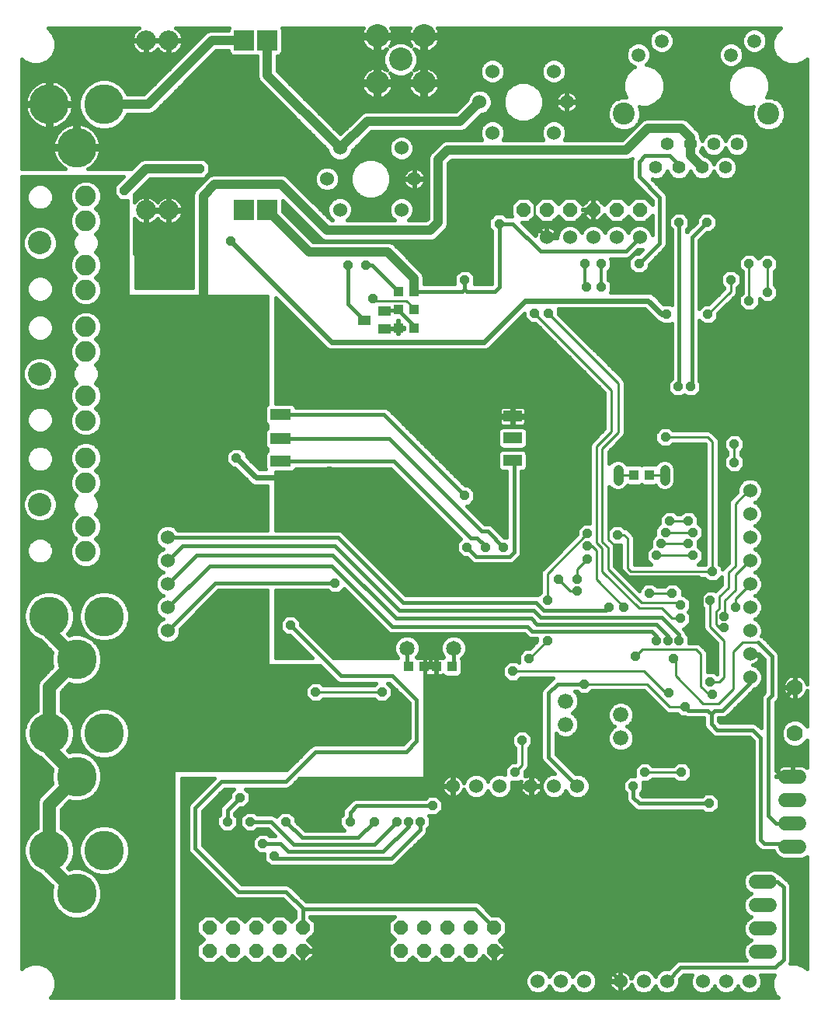
<source format=gbl>
G75*
G70*
%OFA0B0*%
%FSLAX24Y24*%
%IPPOS*%
%LPD*%
%AMOC8*
5,1,8,0,0,1.08239X$1,22.5*
%
%ADD10R,0.0433X0.0394*%
%ADD11C,0.0594*%
%ADD12C,0.0945*%
%ADD13C,0.0554*%
%ADD14C,0.0440*%
%ADD15R,0.0394X0.0433*%
%ADD16R,0.0551X0.0394*%
%ADD17R,0.0866X0.0472*%
%ADD18R,0.0787X0.0472*%
%ADD19C,0.0860*%
%ADD20R,0.0860X0.0860*%
%ADD21C,0.1000*%
%ADD22C,0.0660*%
%ADD23C,0.0650*%
%ADD24C,0.0600*%
%ADD25C,0.1700*%
%ADD26C,0.0886*%
%ADD27OC8,0.0600*%
%ADD28C,0.0600*%
%ADD29C,0.0700*%
%ADD30OC8,0.0396*%
%ADD31C,0.0100*%
%ADD32C,0.0240*%
%ADD33C,0.0160*%
%ADD34C,0.0400*%
%ADD35C,0.0120*%
%ADD36C,0.0560*%
D10*
X018965Y016681D03*
X019634Y016681D03*
X020146Y016681D03*
X020815Y016681D03*
D11*
X028817Y042913D03*
X029817Y043512D03*
X032797Y042913D03*
X033797Y043512D03*
D12*
X034407Y040382D03*
X028207Y040382D03*
D13*
X030057Y039083D03*
X029557Y038083D03*
X030557Y038083D03*
X031057Y039083D03*
X032057Y039083D03*
X033057Y039083D03*
X032557Y038083D03*
X031557Y038083D03*
D14*
X029945Y025120D02*
X029945Y024680D01*
X027945Y024680D02*
X027945Y025120D01*
D15*
X028610Y024900D03*
X029280Y024900D03*
X019191Y031199D03*
X019191Y031986D03*
X018522Y031986D03*
X018522Y031199D03*
X018522Y032774D03*
X019191Y032774D03*
D16*
X017911Y031917D03*
X017911Y031169D03*
X017045Y031543D03*
D17*
X013472Y027484D03*
X013457Y026461D03*
X013472Y025496D03*
D18*
X023413Y025528D03*
X023421Y026488D03*
X023421Y027417D03*
D19*
X008669Y036248D03*
X007685Y036248D03*
X007685Y043531D03*
X008669Y043531D03*
D20*
X011898Y043531D03*
X012882Y043531D03*
X012882Y036248D03*
X011898Y036248D03*
D21*
X017610Y041715D03*
X018610Y042715D03*
X019610Y043715D03*
X019610Y041715D03*
X017610Y043715D03*
X003138Y034850D03*
X003138Y029240D03*
X003138Y023630D03*
D22*
X025697Y015213D03*
X025697Y014213D03*
X028059Y014622D03*
X028059Y013622D03*
D23*
X020890Y017469D03*
X018890Y017469D03*
D24*
X020858Y011563D03*
X021858Y011563D03*
X022858Y011563D03*
X024205Y011563D03*
X025205Y011563D03*
X026205Y011563D03*
X026500Y003197D03*
X025500Y003197D03*
X024500Y003197D03*
X028043Y003197D03*
X029043Y003197D03*
X030043Y003197D03*
X031587Y003197D03*
X032587Y003197D03*
X033587Y003197D03*
X033610Y016224D03*
X033610Y017224D03*
X033610Y018224D03*
X033610Y019224D03*
X033610Y020224D03*
X033610Y021224D03*
X033610Y022224D03*
X033610Y023224D03*
X033610Y024224D03*
X028878Y035087D03*
X027878Y035087D03*
X026878Y035087D03*
X025878Y035087D03*
X024878Y035087D03*
X025195Y039575D03*
X025746Y040894D03*
X025195Y042213D03*
X022557Y042213D03*
X022006Y040894D03*
X022557Y039575D03*
X019201Y037596D03*
X018650Y036278D03*
X018650Y038915D03*
X016012Y038915D03*
X015461Y037596D03*
X016012Y036278D03*
X008626Y022224D03*
X008626Y021224D03*
X008626Y020224D03*
X008626Y019224D03*
X008626Y018224D03*
D25*
X005894Y018846D03*
X004713Y016996D03*
X003531Y018846D03*
X003531Y013827D03*
X004713Y011976D03*
X005894Y013827D03*
X005894Y008807D03*
X004713Y006957D03*
X003531Y008807D03*
X004713Y038945D03*
X005894Y040795D03*
X003531Y040795D03*
D26*
X005106Y036858D03*
X005106Y035795D03*
X005106Y033906D03*
X005106Y032843D03*
X005106Y031248D03*
X005106Y030185D03*
X005106Y028295D03*
X005106Y027232D03*
X005106Y025638D03*
X005106Y024575D03*
X005106Y022685D03*
X005106Y021622D03*
D27*
X010409Y005500D03*
X010409Y004500D03*
X011409Y004500D03*
X011409Y005500D03*
X012409Y005500D03*
X012409Y004500D03*
X013409Y004500D03*
X013409Y005500D03*
X014409Y005500D03*
X014409Y004500D03*
X018628Y004500D03*
X019628Y004500D03*
X019628Y005500D03*
X018628Y005500D03*
X020628Y005500D03*
X021628Y005500D03*
X021628Y004500D03*
X020628Y004500D03*
X022628Y004500D03*
X022628Y005500D03*
X023886Y036268D03*
X024886Y036268D03*
X025886Y036268D03*
X026886Y036268D03*
X027886Y036268D03*
X028886Y036268D03*
D28*
X035141Y011980D02*
X035741Y011980D01*
X035741Y010980D02*
X035141Y010980D01*
X035141Y009980D02*
X035741Y009980D01*
X035741Y008980D02*
X035141Y008980D01*
X034461Y007453D02*
X033861Y007453D01*
X033861Y006453D02*
X034461Y006453D01*
X034461Y005453D02*
X033861Y005453D01*
X033861Y004453D02*
X034461Y004453D01*
D29*
X035539Y013827D03*
X035539Y015795D03*
D30*
X032734Y014467D03*
X031996Y015500D03*
X031898Y016041D03*
X032094Y016632D03*
X032488Y018354D03*
X032488Y018846D03*
X032980Y019240D03*
X031898Y019535D03*
X031996Y020077D03*
X031996Y020766D03*
X031159Y021455D03*
X030963Y021947D03*
X031159Y022439D03*
X030963Y022931D03*
X030175Y022931D03*
X029978Y022439D03*
X029781Y021947D03*
X029585Y021455D03*
X029289Y019831D03*
X030274Y019831D03*
X030618Y019339D03*
X030618Y018748D03*
X030569Y017813D03*
X030077Y017813D03*
X029585Y017813D03*
X030323Y017026D03*
X030126Y015549D03*
X030815Y014959D03*
X030667Y012990D03*
X030667Y012154D03*
X031848Y010825D03*
X029093Y012154D03*
X028600Y011563D03*
X026484Y015943D03*
X024909Y017813D03*
X024122Y017026D03*
X023433Y016484D03*
X024270Y014319D03*
X023827Y013531D03*
X023531Y012154D03*
X019988Y010726D03*
X019447Y010037D03*
X018955Y010037D03*
X018463Y010037D03*
X017478Y010037D03*
X016445Y010037D03*
X015904Y007724D03*
X013689Y007724D03*
X013197Y008561D03*
X012705Y009102D03*
X012163Y010037D03*
X011720Y011071D03*
X011179Y010037D03*
X013689Y010037D03*
X011327Y014516D03*
X014969Y015598D03*
X013886Y018453D03*
X013787Y019043D03*
X015805Y020274D03*
X017823Y015598D03*
X018807Y013876D03*
X024909Y019535D03*
X025402Y020421D03*
X026189Y020421D03*
X026189Y019929D03*
X026632Y021307D03*
X026632Y021848D03*
X026632Y022390D03*
X027911Y022341D03*
X027911Y021652D03*
X028994Y023522D03*
X029978Y026524D03*
X030520Y028689D03*
X031061Y028689D03*
X032537Y030165D03*
X031799Y031789D03*
X032783Y033266D03*
X033571Y033955D03*
X034358Y033955D03*
X034358Y032724D03*
X033571Y032380D03*
X035146Y029575D03*
X032931Y026228D03*
X032931Y025441D03*
X028207Y019240D03*
X027567Y019240D03*
X028699Y017124D03*
X023039Y021799D03*
X022252Y021799D03*
X021465Y021799D03*
X021366Y024014D03*
X023581Y027409D03*
X027272Y027065D03*
X024959Y031839D03*
X024368Y031839D03*
X022350Y033266D03*
X021366Y033266D03*
X022154Y034890D03*
X022843Y035677D03*
X021169Y037596D03*
X017134Y033906D03*
X016346Y033906D03*
X017429Y032478D03*
X018512Y031199D03*
X015559Y025047D03*
X011573Y025638D03*
X011573Y027606D03*
X008522Y028098D03*
X008522Y030559D03*
X010638Y031789D03*
X011327Y034939D03*
X009998Y038039D03*
X006750Y037104D03*
X008522Y024752D03*
X006947Y017518D03*
X026583Y032970D03*
X027222Y032970D03*
X027222Y033955D03*
X026533Y033955D03*
X028846Y033955D03*
X030028Y031789D03*
X030569Y035726D03*
X031750Y035726D03*
X026878Y037793D03*
D31*
X024368Y036612D02*
X024368Y035776D01*
X024368Y031839D02*
X027665Y028541D01*
X027665Y026770D01*
X027026Y026130D01*
X027026Y021996D01*
X027272Y021750D01*
X027272Y020766D01*
X028846Y019191D01*
X029831Y019191D01*
X030274Y018748D01*
X030618Y018748D01*
X030618Y019339D02*
X030520Y019437D01*
X028945Y019437D01*
X027518Y020864D01*
X027518Y021799D01*
X027272Y022045D01*
X027272Y026031D01*
X027961Y026720D01*
X027961Y028837D01*
X024959Y031839D01*
X029978Y026524D02*
X031799Y026524D01*
X031996Y026327D01*
X031996Y020766D01*
X028502Y020766D01*
X028354Y020913D01*
X028354Y022193D01*
X028207Y022341D01*
X027911Y022341D01*
X027518Y022144D02*
X027911Y021750D01*
X027911Y021652D01*
X027862Y021602D01*
X027862Y021110D01*
X028404Y020569D01*
X031406Y020569D01*
X031898Y020077D01*
X031996Y020077D01*
X031898Y020077D02*
X031553Y019732D01*
X031553Y018305D01*
X032094Y017764D01*
X032094Y016632D01*
X032488Y016238D02*
X032291Y016041D01*
X031898Y016041D01*
X031504Y015844D02*
X031848Y015500D01*
X031996Y015500D01*
X032242Y015106D02*
X032882Y015746D01*
X032882Y017321D01*
X033276Y017715D01*
X033965Y017715D01*
X032980Y019240D02*
X032980Y019594D01*
X033610Y020224D01*
X032980Y019978D02*
X032537Y019535D01*
X032537Y018896D01*
X032488Y018846D01*
X032144Y019043D02*
X032291Y019191D01*
X032291Y019683D01*
X032685Y020077D01*
X032685Y020717D01*
X032980Y021012D01*
X032980Y023669D01*
X033535Y024224D01*
X033610Y024224D01*
X032931Y025441D02*
X032931Y026228D01*
X029945Y024900D02*
X029280Y024900D01*
X028610Y024900D02*
X027945Y024900D01*
X028354Y023522D02*
X028994Y023522D01*
X028354Y023522D02*
X027518Y022685D01*
X027518Y022144D01*
X027026Y021652D02*
X027026Y020421D01*
X028207Y019240D01*
X029289Y019831D02*
X030274Y019831D01*
X029585Y021455D02*
X031159Y021455D01*
X030963Y021947D02*
X029781Y021947D01*
X029978Y022439D02*
X031159Y022439D01*
X030963Y022931D02*
X030175Y022931D01*
X027026Y021652D02*
X026829Y021848D01*
X026632Y021848D01*
X026632Y021307D02*
X026189Y020864D01*
X026189Y020421D01*
X026189Y019929D02*
X025894Y019929D01*
X025402Y020421D01*
X024909Y020667D02*
X024909Y019535D01*
X024909Y020667D02*
X026632Y022390D01*
X024909Y017813D02*
X024122Y017026D01*
X023433Y016484D02*
X029043Y016484D01*
X029978Y015549D01*
X030126Y015549D01*
X030175Y014959D02*
X029191Y015943D01*
X026484Y015943D01*
X028699Y017124D02*
X028994Y017419D01*
X031307Y017419D01*
X031504Y017222D01*
X031504Y015844D01*
X031602Y015106D02*
X032242Y015106D01*
X031602Y015106D02*
X030421Y016287D01*
X030421Y016927D01*
X030323Y017026D01*
X031898Y018404D02*
X032488Y017813D01*
X032488Y016238D01*
X030815Y014959D02*
X030175Y014959D01*
X030667Y012154D02*
X029093Y012154D01*
X023827Y012449D02*
X023531Y012154D01*
X023827Y012449D02*
X023827Y013531D01*
X017823Y015598D02*
X014969Y015598D01*
X019142Y032094D02*
X018856Y032380D01*
X017528Y032380D01*
X017429Y032478D01*
X019142Y032094D02*
X019191Y032094D01*
X031799Y031789D02*
X032783Y032774D01*
X032783Y033266D01*
X033571Y033955D02*
X033571Y032380D01*
X034358Y032724D02*
X034358Y033955D01*
X034457Y030165D02*
X032537Y030165D01*
X034457Y030165D02*
X035047Y029575D01*
X035146Y029575D01*
X033610Y021224D02*
X033587Y021224D01*
X032980Y020618D01*
X032980Y019978D01*
X031898Y019535D02*
X031898Y018404D01*
X032144Y018502D02*
X032144Y019043D01*
X032144Y018502D02*
X032291Y018354D01*
X032488Y018354D01*
D32*
X035539Y015795D02*
X034801Y015057D01*
X034801Y012203D01*
X035024Y011980D01*
X035441Y011980D01*
X027272Y027065D02*
X026927Y027409D01*
X023581Y027409D01*
X022203Y030608D02*
X023974Y032380D01*
X029240Y032380D01*
X029831Y031789D01*
X030028Y031789D01*
X031051Y039083D02*
X031057Y039083D01*
X022203Y030608D02*
X015657Y030608D01*
X011327Y034939D01*
X011573Y025638D02*
X012409Y024801D01*
X015313Y024801D01*
X015559Y025047D01*
D33*
X002352Y037695D02*
X002352Y003716D01*
X002469Y003834D01*
X002788Y003966D01*
X003133Y003966D01*
X003452Y003834D01*
X003696Y003590D01*
X003828Y003271D01*
X003828Y002926D01*
X003696Y002607D01*
X003578Y002489D01*
X008866Y002489D01*
X008866Y012252D01*
X013729Y012252D01*
X014697Y013221D01*
X014697Y013221D01*
X014787Y013311D01*
X014905Y013359D01*
X018724Y013359D01*
X018979Y013615D01*
X018979Y015121D01*
X018133Y015967D01*
X018073Y015967D01*
X018261Y015780D01*
X018261Y015417D01*
X018004Y015160D01*
X017641Y015160D01*
X017493Y015308D01*
X015298Y015308D01*
X015150Y015160D01*
X014787Y015160D01*
X014530Y015417D01*
X014530Y015780D01*
X014787Y016037D01*
X015150Y016037D01*
X015298Y015888D01*
X017493Y015888D01*
X017572Y015967D01*
X015988Y015967D01*
X015870Y016016D01*
X015780Y016106D01*
X015156Y016730D01*
X012902Y016730D01*
X012902Y019954D01*
X010808Y019954D01*
X009166Y018312D01*
X009166Y018117D01*
X009084Y017919D01*
X008932Y017767D01*
X008733Y017684D01*
X008519Y017684D01*
X008320Y017767D01*
X008168Y017919D01*
X008086Y018117D01*
X008086Y018332D01*
X008168Y018530D01*
X008320Y018682D01*
X008422Y018724D01*
X008320Y018767D01*
X008168Y018919D01*
X008086Y019117D01*
X008086Y019332D01*
X008168Y019530D01*
X008320Y019682D01*
X008422Y019724D01*
X008320Y019767D01*
X008168Y019919D01*
X008086Y020117D01*
X008086Y020332D01*
X008168Y020530D01*
X008320Y020682D01*
X008422Y020724D01*
X008320Y020767D01*
X008168Y020919D01*
X008086Y021117D01*
X008086Y021332D01*
X008168Y021530D01*
X008320Y021682D01*
X008422Y021724D01*
X008320Y021767D01*
X008168Y021919D01*
X008086Y022117D01*
X008086Y022332D01*
X008168Y022530D01*
X008320Y022682D01*
X008519Y022764D01*
X008733Y022764D01*
X008932Y022682D01*
X009070Y022544D01*
X012902Y022544D01*
X012902Y024441D01*
X012338Y024441D01*
X012206Y024496D01*
X012104Y024597D01*
X011502Y025200D01*
X011391Y025200D01*
X011135Y025456D01*
X011135Y025819D01*
X011391Y026076D01*
X011754Y026076D01*
X012011Y025819D01*
X012011Y025709D01*
X012559Y025161D01*
X012820Y025161D01*
X012799Y025212D01*
X012799Y025780D01*
X012836Y025868D01*
X012902Y025934D01*
X012902Y026015D01*
X012888Y026021D01*
X012820Y026088D01*
X012784Y026177D01*
X012784Y026745D01*
X012820Y026833D01*
X012888Y026900D01*
X012902Y026906D01*
X012902Y027046D01*
X012836Y027112D01*
X012799Y027200D01*
X012799Y027768D01*
X012836Y027856D01*
X012902Y027922D01*
X012902Y032577D01*
X006898Y032577D01*
X006898Y036666D01*
X006842Y036666D01*
X006838Y036664D01*
X006662Y036664D01*
X006658Y036666D01*
X006569Y036666D01*
X006505Y036729D01*
X006501Y036731D01*
X006377Y036855D01*
X006375Y036860D01*
X006312Y036923D01*
X006312Y037012D01*
X006310Y037017D01*
X006310Y037192D01*
X006312Y037196D01*
X006312Y037286D01*
X006375Y037349D01*
X006377Y037354D01*
X006718Y037695D01*
X002352Y037695D01*
X002352Y037558D02*
X006582Y037558D01*
X006423Y037400D02*
X005531Y037400D01*
X005493Y037437D02*
X005242Y037541D01*
X004970Y037541D01*
X004719Y037437D01*
X004527Y037245D01*
X004423Y036994D01*
X004423Y036722D01*
X004527Y036471D01*
X004672Y036327D01*
X004527Y036182D01*
X004423Y035931D01*
X004423Y035659D01*
X004527Y035408D01*
X004691Y035244D01*
X004621Y035174D01*
X004534Y034964D01*
X004534Y034737D01*
X004621Y034526D01*
X004691Y034456D01*
X004527Y034292D01*
X004423Y034041D01*
X004423Y033770D01*
X004527Y033519D01*
X004672Y033374D01*
X004527Y033229D01*
X004423Y032978D01*
X004423Y032707D01*
X004527Y032456D01*
X004719Y032264D01*
X004970Y032160D01*
X005242Y032160D01*
X005493Y032264D01*
X005685Y032456D01*
X005789Y032707D01*
X005789Y032978D01*
X005685Y033229D01*
X005541Y033374D01*
X005685Y033519D01*
X005789Y033770D01*
X005789Y034041D01*
X005685Y034292D01*
X005521Y034456D01*
X005591Y034526D01*
X005678Y034737D01*
X005678Y034964D01*
X005591Y035174D01*
X005521Y035244D01*
X005685Y035408D01*
X005789Y035659D01*
X005789Y035931D01*
X005685Y036182D01*
X005541Y036327D01*
X005685Y036471D01*
X005789Y036722D01*
X005789Y036994D01*
X005685Y037245D01*
X005493Y037437D01*
X005687Y037241D02*
X006312Y037241D01*
X006310Y037083D02*
X005753Y037083D01*
X005789Y036924D02*
X006312Y036924D01*
X006466Y036766D02*
X005789Y036766D01*
X005741Y036607D02*
X006898Y036607D01*
X006898Y036449D02*
X005662Y036449D01*
X005577Y036290D02*
X006898Y036290D01*
X006898Y036132D02*
X005706Y036132D01*
X005772Y035973D02*
X006898Y035973D01*
X006898Y035815D02*
X005789Y035815D01*
X005788Y035656D02*
X006898Y035656D01*
X006898Y035498D02*
X005722Y035498D01*
X005616Y035339D02*
X006898Y035339D01*
X006898Y035181D02*
X005585Y035181D01*
X005654Y035022D02*
X006898Y035022D01*
X006898Y034864D02*
X005678Y034864D01*
X005665Y034705D02*
X006898Y034705D01*
X006898Y034547D02*
X005600Y034547D01*
X005589Y034388D02*
X006898Y034388D01*
X006898Y034230D02*
X005711Y034230D01*
X005777Y034071D02*
X006898Y034071D01*
X006898Y033913D02*
X005789Y033913D01*
X005783Y033754D02*
X006898Y033754D01*
X006898Y033596D02*
X005717Y033596D01*
X005604Y033437D02*
X006898Y033437D01*
X006898Y033279D02*
X005636Y033279D01*
X005730Y033120D02*
X006898Y033120D01*
X006898Y032962D02*
X005789Y032962D01*
X005789Y032803D02*
X006898Y032803D01*
X006898Y032645D02*
X005764Y032645D01*
X005698Y032486D02*
X012902Y032486D01*
X012902Y032328D02*
X005557Y032328D01*
X005265Y032169D02*
X012902Y032169D01*
X012902Y032011D02*
X002352Y032011D01*
X002352Y032169D02*
X004947Y032169D01*
X004970Y031931D02*
X004719Y031827D01*
X004527Y031635D01*
X004423Y031384D01*
X004423Y031112D01*
X004527Y030861D01*
X004672Y030717D01*
X004527Y030572D01*
X004423Y030321D01*
X004423Y030049D01*
X004527Y029798D01*
X004691Y029634D01*
X004621Y029564D01*
X004534Y029354D01*
X004534Y029126D01*
X004621Y028916D01*
X004691Y028846D01*
X004527Y028682D01*
X004423Y028431D01*
X004423Y028159D01*
X004527Y027908D01*
X004672Y027764D01*
X004527Y027619D01*
X004423Y027368D01*
X004423Y027096D01*
X004527Y026845D01*
X004719Y026653D01*
X004970Y026549D01*
X005242Y026549D01*
X005493Y026653D01*
X005685Y026845D01*
X005789Y027096D01*
X005789Y027368D01*
X005685Y027619D01*
X005541Y027764D01*
X005685Y027908D01*
X005789Y028159D01*
X005789Y028431D01*
X005685Y028682D01*
X012902Y028682D01*
X012902Y028524D02*
X005751Y028524D01*
X005789Y028365D02*
X012902Y028365D01*
X012902Y028207D02*
X005789Y028207D01*
X005743Y028048D02*
X012902Y028048D01*
X012869Y027890D02*
X005666Y027890D01*
X005573Y027731D02*
X012799Y027731D01*
X012799Y027573D02*
X005704Y027573D01*
X005770Y027414D02*
X012799Y027414D01*
X012799Y027256D02*
X005789Y027256D01*
X005789Y027097D02*
X012851Y027097D01*
X012902Y026939D02*
X005724Y026939D01*
X005620Y026780D02*
X012798Y026780D01*
X012784Y026622D02*
X005417Y026622D01*
X005281Y026305D02*
X012784Y026305D01*
X012784Y026463D02*
X002352Y026463D01*
X002352Y026305D02*
X004932Y026305D01*
X004970Y026321D02*
X004719Y026217D01*
X004527Y026025D01*
X004423Y025774D01*
X004423Y025502D01*
X004527Y025251D01*
X004672Y025106D01*
X004527Y024962D01*
X004423Y024711D01*
X004423Y024439D01*
X004527Y024188D01*
X004691Y024024D01*
X004621Y023954D01*
X004534Y023744D01*
X004534Y023516D01*
X004621Y023306D01*
X004691Y023236D01*
X004527Y023072D01*
X004423Y022821D01*
X004423Y022549D01*
X004527Y022298D01*
X004672Y022154D01*
X004527Y022009D01*
X004423Y021758D01*
X004423Y021486D01*
X004527Y021235D01*
X004719Y021043D01*
X004970Y020939D01*
X005242Y020939D01*
X005493Y021043D01*
X005685Y021235D01*
X005789Y021486D01*
X005789Y021758D01*
X005685Y022009D01*
X005541Y022154D01*
X005685Y022298D01*
X005789Y022549D01*
X005789Y022821D01*
X005685Y023072D01*
X005521Y023236D01*
X005591Y023306D01*
X005678Y023516D01*
X005678Y023744D01*
X005591Y023954D01*
X005521Y024024D01*
X005685Y024188D01*
X005789Y024439D01*
X005789Y024711D01*
X005685Y024962D01*
X005541Y025106D01*
X005685Y025251D01*
X005789Y025502D01*
X005789Y025774D01*
X005685Y026025D01*
X005493Y026217D01*
X005242Y026321D01*
X004970Y026321D01*
X004796Y026622D02*
X002352Y026622D01*
X002352Y026780D02*
X002829Y026780D01*
X002814Y026787D02*
X003024Y026700D01*
X003252Y026700D01*
X003462Y026787D01*
X003623Y026948D01*
X003710Y027158D01*
X003710Y027385D01*
X003623Y027596D01*
X003462Y027757D01*
X003252Y027844D01*
X003024Y027844D01*
X002814Y027757D01*
X002653Y027596D01*
X002566Y027385D01*
X002566Y027158D01*
X002653Y026948D01*
X002814Y026787D01*
X002662Y026939D02*
X002352Y026939D01*
X002352Y027097D02*
X002591Y027097D01*
X002566Y027256D02*
X002352Y027256D01*
X002352Y027414D02*
X002578Y027414D01*
X002643Y027573D02*
X002352Y027573D01*
X002352Y027731D02*
X002788Y027731D01*
X002352Y027890D02*
X004546Y027890D01*
X004469Y028048D02*
X002352Y028048D01*
X002352Y028207D02*
X004423Y028207D01*
X004423Y028365D02*
X002352Y028365D01*
X002352Y028524D02*
X002934Y028524D01*
X002991Y028500D02*
X003285Y028500D01*
X003557Y028613D01*
X003765Y028821D01*
X003878Y029093D01*
X003878Y029387D01*
X003765Y029659D01*
X003557Y029867D01*
X003285Y029980D01*
X002991Y029980D01*
X002719Y029867D01*
X002510Y029659D01*
X002398Y029387D01*
X002398Y029093D01*
X002510Y028821D01*
X002719Y028613D01*
X002991Y028500D01*
X003342Y028524D02*
X004462Y028524D01*
X004527Y028682D02*
X003626Y028682D01*
X003773Y028841D02*
X004686Y028841D01*
X004587Y028999D02*
X003839Y028999D01*
X003878Y029158D02*
X004534Y029158D01*
X004534Y029316D02*
X003878Y029316D01*
X003842Y029475D02*
X004584Y029475D01*
X004690Y029633D02*
X003776Y029633D01*
X003633Y029792D02*
X004534Y029792D01*
X004464Y029950D02*
X003357Y029950D01*
X002918Y029950D02*
X002352Y029950D01*
X002352Y029792D02*
X002643Y029792D01*
X002500Y029633D02*
X002352Y029633D01*
X002352Y029475D02*
X002434Y029475D01*
X002398Y029316D02*
X002352Y029316D01*
X002352Y029158D02*
X002398Y029158D01*
X002437Y028999D02*
X002352Y028999D01*
X002352Y028841D02*
X002502Y028841D01*
X002649Y028682D02*
X002352Y028682D01*
X002352Y030109D02*
X004423Y030109D01*
X004423Y030267D02*
X002352Y030267D01*
X002352Y030426D02*
X004467Y030426D01*
X004540Y030584D02*
X002352Y030584D01*
X002352Y030743D02*
X002795Y030743D01*
X002814Y030724D02*
X003024Y030637D01*
X003252Y030637D01*
X003462Y030724D01*
X003623Y030885D01*
X003710Y031095D01*
X003710Y031322D01*
X003623Y031533D01*
X003462Y031694D01*
X003252Y031781D01*
X003024Y031781D01*
X002814Y031694D01*
X002653Y031533D01*
X002566Y031322D01*
X002566Y031095D01*
X002653Y030885D01*
X002814Y030724D01*
X002646Y030901D02*
X002352Y030901D01*
X002352Y031060D02*
X002580Y031060D01*
X002566Y031218D02*
X002352Y031218D01*
X002352Y031377D02*
X002588Y031377D01*
X002655Y031535D02*
X002352Y031535D01*
X002352Y031694D02*
X002814Y031694D01*
X002352Y031852D02*
X004780Y031852D01*
X004970Y031931D02*
X005242Y031931D01*
X005493Y031827D01*
X005685Y031635D01*
X005789Y031384D01*
X005789Y031112D01*
X005685Y030861D01*
X005541Y030717D01*
X005685Y030572D01*
X005789Y030321D01*
X005789Y030049D01*
X005685Y029798D01*
X005521Y029634D01*
X005591Y029564D01*
X005678Y029354D01*
X005678Y029126D01*
X005591Y028916D01*
X005521Y028846D01*
X005685Y028682D01*
X005527Y028841D02*
X012902Y028841D01*
X012902Y028999D02*
X005626Y028999D01*
X005678Y029158D02*
X012902Y029158D01*
X012902Y029316D02*
X005678Y029316D01*
X005628Y029475D02*
X012902Y029475D01*
X012902Y029633D02*
X005522Y029633D01*
X005679Y029792D02*
X012902Y029792D01*
X012902Y029950D02*
X005748Y029950D01*
X005789Y030109D02*
X012902Y030109D01*
X012902Y030267D02*
X005789Y030267D01*
X005746Y030426D02*
X012902Y030426D01*
X012902Y030584D02*
X005673Y030584D01*
X005567Y030743D02*
X012902Y030743D01*
X012902Y030901D02*
X005702Y030901D01*
X005767Y031060D02*
X012902Y031060D01*
X012902Y031218D02*
X005789Y031218D01*
X005789Y031377D02*
X012902Y031377D01*
X012902Y031535D02*
X005727Y031535D01*
X005626Y031694D02*
X012902Y031694D01*
X012902Y031852D02*
X005432Y031852D01*
X004586Y031694D02*
X003462Y031694D01*
X003620Y031535D02*
X004486Y031535D01*
X004423Y031377D02*
X003687Y031377D01*
X003710Y031218D02*
X004423Y031218D01*
X004445Y031060D02*
X003695Y031060D01*
X003630Y030901D02*
X004511Y030901D01*
X004646Y030743D02*
X003481Y030743D01*
X003252Y032310D02*
X003024Y032310D01*
X002814Y032397D01*
X002653Y032558D01*
X002566Y032768D01*
X002566Y032996D01*
X002653Y033206D01*
X002814Y033367D01*
X003024Y033454D01*
X003252Y033454D01*
X003462Y033367D01*
X003623Y033206D01*
X003710Y032996D01*
X003710Y032768D01*
X003623Y032558D01*
X003462Y032397D01*
X003252Y032310D01*
X003295Y032328D02*
X004655Y032328D01*
X004515Y032486D02*
X003551Y032486D01*
X003659Y032645D02*
X004449Y032645D01*
X004423Y032803D02*
X003710Y032803D01*
X003710Y032962D02*
X004423Y032962D01*
X004482Y033120D02*
X003658Y033120D01*
X003550Y033279D02*
X004577Y033279D01*
X004609Y033437D02*
X003292Y033437D01*
X002983Y033437D02*
X002352Y033437D01*
X002352Y033279D02*
X002725Y033279D01*
X002617Y033120D02*
X002352Y033120D01*
X002352Y032962D02*
X002566Y032962D01*
X002566Y032803D02*
X002352Y032803D01*
X002352Y032645D02*
X002617Y032645D01*
X002724Y032486D02*
X002352Y032486D01*
X002352Y032328D02*
X002981Y032328D01*
X002352Y033596D02*
X004495Y033596D01*
X004430Y033754D02*
X002352Y033754D01*
X002352Y033913D02*
X004423Y033913D01*
X004436Y034071D02*
X002352Y034071D01*
X002352Y034230D02*
X002712Y034230D01*
X002719Y034223D02*
X002991Y034110D01*
X003285Y034110D01*
X003557Y034223D01*
X003765Y034431D01*
X003878Y034703D01*
X003878Y034998D01*
X003765Y035270D01*
X003557Y035478D01*
X003285Y035590D01*
X002991Y035590D01*
X002719Y035478D01*
X002510Y035270D01*
X002398Y034998D01*
X002398Y034703D01*
X002510Y034431D01*
X002719Y034223D01*
X002554Y034388D02*
X002352Y034388D01*
X002352Y034547D02*
X002463Y034547D01*
X002398Y034705D02*
X002352Y034705D01*
X002352Y034864D02*
X002398Y034864D01*
X002408Y035022D02*
X002352Y035022D01*
X002352Y035181D02*
X002474Y035181D01*
X002580Y035339D02*
X002352Y035339D01*
X002352Y035498D02*
X002767Y035498D01*
X002352Y035656D02*
X004425Y035656D01*
X004423Y035815D02*
X002352Y035815D01*
X002352Y035973D02*
X004441Y035973D01*
X004506Y036132D02*
X002352Y036132D01*
X002352Y036290D02*
X002919Y036290D01*
X003024Y036247D02*
X003252Y036247D01*
X003462Y036334D01*
X003623Y036495D01*
X003710Y036705D01*
X003710Y036933D01*
X003623Y037143D01*
X003462Y037304D01*
X003252Y037391D01*
X003024Y037391D01*
X002814Y037304D01*
X002653Y037143D01*
X002566Y036933D01*
X002566Y036705D01*
X002653Y036495D01*
X002814Y036334D01*
X003024Y036247D01*
X003356Y036290D02*
X004635Y036290D01*
X004550Y036449D02*
X003577Y036449D01*
X003669Y036607D02*
X004471Y036607D01*
X004423Y036766D02*
X003710Y036766D01*
X003710Y036924D02*
X004423Y036924D01*
X004460Y037083D02*
X003648Y037083D01*
X003525Y037241D02*
X004526Y037241D01*
X004682Y037400D02*
X002352Y037400D01*
X002352Y037241D02*
X002751Y037241D01*
X002628Y037083D02*
X002352Y037083D01*
X002352Y036924D02*
X002566Y036924D01*
X002566Y036766D02*
X002352Y036766D01*
X002352Y036607D02*
X002606Y036607D01*
X002699Y036449D02*
X002352Y036449D01*
X003509Y035498D02*
X004490Y035498D01*
X004597Y035339D02*
X003696Y035339D01*
X003802Y035181D02*
X004627Y035181D01*
X004558Y035022D02*
X003868Y035022D01*
X003878Y034864D02*
X004534Y034864D01*
X004547Y034705D02*
X003878Y034705D01*
X003813Y034547D02*
X004613Y034547D01*
X004623Y034388D02*
X003722Y034388D01*
X003564Y034230D02*
X004501Y034230D01*
X007193Y034398D02*
X007193Y035888D01*
X007220Y035851D01*
X007288Y035783D01*
X007365Y035726D01*
X007451Y035683D01*
X007542Y035653D01*
X007637Y035638D01*
X007647Y035638D01*
X007647Y036210D01*
X007723Y036210D01*
X007723Y035638D01*
X007733Y035638D01*
X007828Y035653D01*
X007919Y035683D01*
X008005Y035726D01*
X008082Y035783D01*
X008150Y035851D01*
X008177Y035888D01*
X008204Y035851D01*
X008272Y035783D01*
X008350Y035726D01*
X008435Y035683D01*
X008526Y035653D01*
X008621Y035638D01*
X008631Y035638D01*
X008631Y036210D01*
X008059Y036210D01*
X007723Y036210D01*
X007723Y036286D01*
X007647Y036286D01*
X007647Y036858D01*
X007637Y036858D01*
X007542Y036843D01*
X007451Y036813D01*
X007365Y036770D01*
X007288Y036713D01*
X007220Y036645D01*
X007193Y036608D01*
X007193Y036925D01*
X007867Y037599D01*
X010086Y037599D01*
X010090Y037601D01*
X010180Y037601D01*
X010243Y037664D01*
X010247Y037666D01*
X010371Y037790D01*
X010373Y037795D01*
X010436Y037858D01*
X010436Y037947D01*
X010438Y037952D01*
X010438Y038127D01*
X010436Y038131D01*
X010436Y038221D01*
X010373Y038284D01*
X010371Y038289D01*
X010247Y038412D01*
X010243Y038414D01*
X010180Y038477D01*
X010090Y038477D01*
X010086Y038479D01*
X007598Y038479D01*
X007436Y038412D01*
X007312Y038289D01*
X007063Y038039D01*
X005206Y038039D01*
X005212Y038042D01*
X005310Y038104D01*
X005400Y038176D01*
X005482Y038257D01*
X005554Y038348D01*
X005615Y038446D01*
X005666Y038550D01*
X005704Y038659D01*
X005730Y038772D01*
X005740Y038865D01*
X004793Y038865D01*
X004793Y039025D01*
X005740Y039025D01*
X005730Y039118D01*
X005704Y039230D01*
X005666Y039340D01*
X005615Y039444D01*
X005554Y039542D01*
X005482Y039632D01*
X005400Y039714D01*
X005310Y039786D01*
X005212Y039848D01*
X005107Y039898D01*
X004998Y039936D01*
X004885Y039962D01*
X004793Y039972D01*
X004793Y039025D01*
X004633Y039025D01*
X004633Y039972D01*
X004540Y039962D01*
X004427Y039936D01*
X004318Y039898D01*
X004214Y039848D01*
X004116Y039786D01*
X004025Y039714D01*
X003943Y039632D01*
X003871Y039542D01*
X003810Y039444D01*
X003760Y039340D01*
X003721Y039230D01*
X003696Y039118D01*
X003685Y039025D01*
X004633Y039025D01*
X004633Y038865D01*
X003685Y038865D01*
X003696Y038772D01*
X003721Y038659D01*
X003760Y038550D01*
X003810Y038446D01*
X003871Y038348D01*
X003943Y038257D01*
X004025Y038176D01*
X004116Y038104D01*
X004214Y038042D01*
X004219Y038039D01*
X002352Y038039D01*
X002352Y042737D01*
X002469Y042619D01*
X002788Y042487D01*
X003133Y042487D01*
X003452Y042619D01*
X003696Y042863D01*
X003828Y043182D01*
X003828Y043527D01*
X003696Y043846D01*
X003480Y044062D01*
X007382Y044062D01*
X007365Y044053D01*
X007288Y043997D01*
X007220Y043929D01*
X007163Y043851D01*
X007120Y043766D01*
X007090Y043674D01*
X007075Y043580D01*
X007075Y043570D01*
X007647Y043570D01*
X007647Y043493D01*
X007723Y043493D01*
X007723Y042921D01*
X007733Y042921D01*
X007828Y042937D01*
X007919Y042966D01*
X008005Y043010D01*
X008082Y043066D01*
X008150Y043134D01*
X008177Y043171D01*
X008204Y043134D01*
X008272Y043066D01*
X008350Y043010D01*
X008435Y042966D01*
X008526Y042937D01*
X008621Y042921D01*
X008631Y042921D01*
X008631Y043493D01*
X008707Y043493D01*
X008707Y042921D01*
X008717Y042921D01*
X008812Y042937D01*
X008903Y042966D01*
X008989Y043010D01*
X009067Y043066D01*
X009135Y043134D01*
X009191Y043212D01*
X009235Y043297D01*
X009264Y043389D01*
X009279Y043483D01*
X009279Y043493D01*
X008707Y043493D01*
X008707Y043570D01*
X009279Y043570D01*
X009279Y043580D01*
X009264Y043674D01*
X009235Y043766D01*
X009191Y043851D01*
X009135Y043929D01*
X009067Y043997D01*
X008989Y044053D01*
X008972Y044062D01*
X011249Y044062D01*
X011228Y044009D01*
X011228Y043971D01*
X010432Y043971D01*
X010270Y043905D01*
X007601Y041235D01*
X006898Y041235D01*
X006766Y041465D01*
X006563Y041667D01*
X006314Y041811D01*
X006037Y041885D01*
X005750Y041885D01*
X005473Y041811D01*
X005224Y041667D01*
X005021Y041465D01*
X004878Y041216D01*
X004804Y040939D01*
X004804Y040652D01*
X004878Y040375D01*
X005021Y040126D01*
X005224Y039923D01*
X005473Y039780D01*
X005750Y039705D01*
X006037Y039705D01*
X006314Y039780D01*
X006563Y039923D01*
X006766Y040126D01*
X006898Y040355D01*
X007871Y040355D01*
X008033Y040422D01*
X008156Y040546D01*
X010702Y043091D01*
X011228Y043091D01*
X011228Y043054D01*
X011264Y042966D01*
X011332Y042898D01*
X011420Y042861D01*
X012375Y042861D01*
X012390Y042867D01*
X012404Y042861D01*
X012442Y042861D01*
X012442Y041958D01*
X012509Y041796D01*
X015472Y038833D01*
X015472Y038808D01*
X015554Y038609D01*
X015706Y038458D01*
X015904Y038375D01*
X016119Y038375D01*
X016318Y038458D01*
X016470Y038609D01*
X016549Y038800D01*
X017365Y039617D01*
X021257Y039617D01*
X021419Y039684D01*
X022088Y040354D01*
X022113Y040354D01*
X022312Y040436D01*
X022464Y040588D01*
X022546Y040786D01*
X022546Y041001D01*
X022464Y041200D01*
X022312Y041351D01*
X022113Y041434D01*
X021898Y041434D01*
X021700Y041351D01*
X021548Y041200D01*
X021466Y041001D01*
X021466Y040976D01*
X020987Y040497D01*
X017096Y040497D01*
X016934Y040430D01*
X016810Y040306D01*
X016027Y039523D01*
X013322Y042228D01*
X013322Y042861D01*
X013360Y042861D01*
X013448Y042898D01*
X013515Y042966D01*
X013552Y043054D01*
X013552Y044009D01*
X013530Y044062D01*
X017025Y044062D01*
X016999Y044016D01*
X016965Y043934D01*
X016942Y043848D01*
X016935Y043792D01*
X017533Y043792D01*
X017533Y043637D01*
X017688Y043637D01*
X017688Y043792D01*
X018286Y043792D01*
X018279Y043848D01*
X018256Y043934D01*
X018221Y044016D01*
X018195Y044062D01*
X019025Y044062D01*
X018999Y044016D01*
X018965Y043934D01*
X018942Y043848D01*
X018935Y043792D01*
X019533Y043792D01*
X019533Y043637D01*
X019688Y043637D01*
X019688Y043792D01*
X020286Y043792D01*
X020279Y043848D01*
X020256Y043934D01*
X020221Y044016D01*
X020195Y044062D01*
X034922Y044062D01*
X034706Y043846D01*
X034574Y043527D01*
X034574Y043182D01*
X034706Y042863D01*
X034950Y042619D01*
X035268Y042487D01*
X035613Y042487D01*
X035932Y042619D01*
X036050Y042737D01*
X036050Y015939D01*
X036031Y015999D01*
X035993Y016073D01*
X035944Y016141D01*
X035885Y016200D01*
X035817Y016249D01*
X035743Y016286D01*
X035663Y016312D01*
X035581Y016325D01*
X035559Y016325D01*
X035559Y015815D01*
X035519Y015815D01*
X035519Y015775D01*
X035009Y015775D01*
X035009Y015754D01*
X035022Y015671D01*
X035048Y015592D01*
X035086Y015517D01*
X035135Y015450D01*
X035194Y015391D01*
X035262Y015342D01*
X035336Y015304D01*
X035415Y015278D01*
X035498Y015265D01*
X035519Y015265D01*
X035519Y015775D01*
X035559Y015775D01*
X035559Y015265D01*
X035581Y015265D01*
X035663Y015278D01*
X035743Y015304D01*
X035817Y015342D01*
X035885Y015391D01*
X035944Y015450D01*
X035993Y015517D01*
X036031Y015592D01*
X036050Y015651D01*
X036050Y014136D01*
X036040Y014161D01*
X035874Y014327D01*
X035657Y014417D01*
X035422Y014417D01*
X035205Y014327D01*
X035039Y014161D01*
X034949Y013944D01*
X034949Y013709D01*
X035039Y013493D01*
X035205Y013327D01*
X035422Y013237D01*
X035657Y013237D01*
X035874Y013327D01*
X036040Y013493D01*
X036050Y013518D01*
X036050Y012349D01*
X035993Y012391D01*
X035925Y012425D01*
X035853Y012448D01*
X035779Y012460D01*
X035461Y012460D01*
X035461Y012000D01*
X035421Y012000D01*
X034727Y012000D01*
X034727Y011960D01*
X035421Y011960D01*
X035421Y012000D01*
X035421Y012460D01*
X035103Y012460D01*
X035029Y012448D01*
X034957Y012425D01*
X034889Y012391D01*
X034828Y012346D01*
X034775Y012293D01*
X034730Y012232D01*
X034727Y012226D01*
X034727Y015171D01*
X034736Y015180D01*
X034826Y015270D01*
X034875Y015387D01*
X034875Y017188D01*
X034826Y017305D01*
X034146Y017986D01*
X034103Y018003D01*
X034150Y018117D01*
X034150Y018332D01*
X034068Y018530D01*
X033916Y018682D01*
X033814Y018724D01*
X033916Y018767D01*
X034068Y018919D01*
X034150Y019117D01*
X034150Y019332D01*
X034068Y019530D01*
X033916Y019682D01*
X033814Y019724D01*
X033916Y019767D01*
X034068Y019919D01*
X034150Y020117D01*
X034150Y020332D01*
X034068Y020530D01*
X033916Y020682D01*
X033814Y020724D01*
X033916Y020767D01*
X034068Y020919D01*
X034150Y021117D01*
X034150Y021332D01*
X034068Y021530D01*
X033916Y021682D01*
X033814Y021724D01*
X033916Y021767D01*
X034068Y021919D01*
X034150Y022117D01*
X034150Y022332D01*
X034068Y022530D01*
X033916Y022682D01*
X033814Y022724D01*
X033916Y022767D01*
X034068Y022919D01*
X034150Y023117D01*
X034150Y023332D01*
X034068Y023530D01*
X033916Y023682D01*
X033814Y023724D01*
X033916Y023767D01*
X034068Y023919D01*
X034150Y024117D01*
X034150Y024332D01*
X034068Y024530D01*
X033916Y024682D01*
X033718Y024764D01*
X033503Y024764D01*
X033304Y024682D01*
X033152Y024530D01*
X033070Y024332D01*
X033070Y024169D01*
X032816Y023915D01*
X032734Y023834D01*
X032690Y023727D01*
X032690Y021132D01*
X032521Y020962D01*
X032439Y020881D01*
X032434Y020869D01*
X032434Y020947D01*
X032286Y021095D01*
X032286Y026384D01*
X032242Y026491D01*
X032160Y026573D01*
X031963Y026769D01*
X031857Y026814D01*
X030308Y026814D01*
X030160Y026962D01*
X029797Y026962D01*
X029540Y026705D01*
X029540Y026342D01*
X029797Y026086D01*
X030160Y026086D01*
X030308Y026234D01*
X031679Y026234D01*
X031706Y026207D01*
X031706Y021095D01*
X031666Y021056D01*
X031380Y021056D01*
X031598Y021273D01*
X031598Y021636D01*
X031401Y021833D01*
X031401Y022061D01*
X031598Y022258D01*
X031598Y022620D01*
X031401Y022817D01*
X031401Y023113D01*
X031144Y023369D01*
X030781Y023369D01*
X030633Y023221D01*
X030505Y023221D01*
X030357Y023369D01*
X029994Y023369D01*
X029737Y023113D01*
X029737Y022817D01*
X029540Y022620D01*
X029540Y022325D01*
X029343Y022128D01*
X029343Y021833D01*
X029147Y021636D01*
X029147Y021273D01*
X029364Y021056D01*
X028644Y021056D01*
X028644Y022251D01*
X028600Y022357D01*
X028519Y022439D01*
X028371Y022586D01*
X028264Y022631D01*
X028241Y022631D01*
X028093Y022779D01*
X027730Y022779D01*
X027562Y022610D01*
X027562Y024412D01*
X027684Y024290D01*
X027853Y024220D01*
X028036Y024220D01*
X028205Y024290D01*
X028335Y024419D01*
X028348Y024450D01*
X028366Y024443D01*
X028855Y024443D01*
X028943Y024480D01*
X028945Y024481D01*
X028947Y024480D01*
X029035Y024443D01*
X029524Y024443D01*
X029542Y024450D01*
X029555Y024419D01*
X029684Y024290D01*
X029853Y024220D01*
X030036Y024220D01*
X030205Y024290D01*
X030335Y024419D01*
X030405Y024588D01*
X030405Y025211D01*
X030335Y025380D01*
X030205Y025510D01*
X030036Y025580D01*
X029853Y025580D01*
X029684Y025510D01*
X029555Y025380D01*
X029542Y025349D01*
X029524Y025356D01*
X029035Y025356D01*
X028947Y025320D01*
X028945Y025318D01*
X028943Y025320D01*
X028855Y025356D01*
X028366Y025356D01*
X028348Y025349D01*
X028335Y025380D01*
X028205Y025510D01*
X028036Y025580D01*
X027853Y025580D01*
X027684Y025510D01*
X027562Y025387D01*
X027562Y025911D01*
X028206Y026556D01*
X028251Y026663D01*
X028251Y028894D01*
X028206Y029001D01*
X028125Y029082D01*
X025397Y031811D01*
X025397Y032020D01*
X029091Y032020D01*
X029526Y031585D01*
X029627Y031484D01*
X029759Y031429D01*
X029768Y031429D01*
X029846Y031351D01*
X030209Y031351D01*
X030249Y031391D01*
X030249Y029038D01*
X030082Y028870D01*
X030082Y028508D01*
X030338Y028251D01*
X030701Y028251D01*
X030790Y028340D01*
X030880Y028251D01*
X031242Y028251D01*
X031499Y028508D01*
X031499Y028870D01*
X031430Y028939D01*
X031430Y031539D01*
X031618Y031351D01*
X031981Y031351D01*
X032237Y031608D01*
X032237Y031817D01*
X033029Y032609D01*
X033073Y032716D01*
X033073Y032936D01*
X033222Y033084D01*
X033222Y033447D01*
X032965Y033704D01*
X032602Y033704D01*
X032345Y033447D01*
X032345Y033084D01*
X032493Y032936D01*
X032493Y032894D01*
X031827Y032227D01*
X031618Y032227D01*
X031430Y032040D01*
X031430Y034954D01*
X031764Y035288D01*
X031931Y035288D01*
X032188Y035545D01*
X032188Y035908D01*
X031931Y036164D01*
X031569Y036164D01*
X031312Y035908D01*
X031312Y035741D01*
X030929Y035358D01*
X030889Y035318D01*
X030889Y035427D01*
X031007Y035545D01*
X031007Y035908D01*
X030750Y036164D01*
X030387Y036164D01*
X030131Y035908D01*
X030131Y035545D01*
X030249Y035427D01*
X030249Y032188D01*
X030209Y032227D01*
X029902Y032227D01*
X029545Y032584D01*
X029444Y032685D01*
X029312Y032740D01*
X027611Y032740D01*
X027661Y032789D01*
X027661Y033152D01*
X027522Y033290D01*
X027522Y033635D01*
X027661Y033773D01*
X027661Y034136D01*
X027621Y034176D01*
X028351Y034176D01*
X028469Y034225D01*
X028790Y034547D01*
X028985Y034547D01*
X028986Y034547D01*
X028832Y034393D01*
X028665Y034393D01*
X028408Y034136D01*
X028408Y033773D01*
X028665Y033517D01*
X029028Y033517D01*
X029285Y033773D01*
X029285Y033940D01*
X029914Y034569D01*
X030004Y034659D01*
X030052Y034777D01*
X030052Y036873D01*
X030004Y036990D01*
X029410Y037584D01*
X029454Y037566D01*
X029660Y037566D01*
X029850Y037644D01*
X029996Y037790D01*
X030057Y037938D01*
X030119Y037790D01*
X030264Y037644D01*
X030454Y037566D01*
X030660Y037566D01*
X030850Y037644D01*
X030996Y037790D01*
X031057Y037938D01*
X031119Y037790D01*
X031264Y037644D01*
X031454Y037566D01*
X031660Y037566D01*
X031850Y037644D01*
X031996Y037790D01*
X032057Y037938D01*
X032119Y037790D01*
X032264Y037644D01*
X032454Y037566D01*
X032660Y037566D01*
X032850Y037644D01*
X032996Y037790D01*
X033074Y037980D01*
X033074Y038186D01*
X032996Y038376D01*
X032850Y038521D01*
X032660Y038600D01*
X032454Y038600D01*
X032264Y038521D01*
X032119Y038376D01*
X032057Y038227D01*
X031996Y038376D01*
X031850Y038521D01*
X031664Y038598D01*
X031497Y038765D01*
X031497Y038794D01*
X031557Y038938D01*
X031619Y038790D01*
X031764Y038644D01*
X031954Y038566D01*
X032160Y038566D01*
X032350Y038644D01*
X032496Y038790D01*
X032557Y038938D01*
X032619Y038790D01*
X032764Y038644D01*
X032954Y038566D01*
X033160Y038566D01*
X033350Y038644D01*
X033496Y038790D01*
X033574Y038980D01*
X033574Y039186D01*
X033496Y039376D01*
X033350Y039521D01*
X033160Y039600D01*
X032954Y039600D01*
X032764Y039521D01*
X032619Y039376D01*
X032557Y039227D01*
X032496Y039376D01*
X032350Y039521D01*
X032160Y039600D01*
X031954Y039600D01*
X031764Y039521D01*
X031619Y039376D01*
X031557Y039227D01*
X031496Y039376D01*
X031491Y039380D01*
X031491Y039465D01*
X031424Y039627D01*
X030917Y040135D01*
X030755Y040202D01*
X029153Y040202D01*
X028991Y040135D01*
X028867Y040011D01*
X028123Y039267D01*
X025651Y039267D01*
X025653Y039269D01*
X025735Y039467D01*
X025735Y039682D01*
X025653Y039881D01*
X025501Y040033D01*
X025302Y040115D01*
X025087Y040115D01*
X024889Y040033D01*
X024737Y039881D01*
X024655Y039682D01*
X024655Y039467D01*
X024737Y039269D01*
X024739Y039267D01*
X023013Y039267D01*
X023015Y039269D01*
X023097Y039467D01*
X023097Y039682D01*
X023015Y039881D01*
X022863Y040033D01*
X022664Y040115D01*
X022450Y040115D01*
X022251Y040033D01*
X022099Y039881D01*
X022017Y039682D01*
X022017Y039467D01*
X022099Y039269D01*
X022101Y039267D01*
X020540Y039267D01*
X020379Y039200D01*
X019985Y038806D01*
X019861Y038682D01*
X019794Y038521D01*
X019794Y035909D01*
X019708Y035822D01*
X018958Y035822D01*
X019107Y035972D01*
X019190Y036170D01*
X019190Y036385D01*
X019107Y036583D01*
X018955Y036735D01*
X018757Y036818D01*
X018542Y036818D01*
X018344Y036735D01*
X018192Y036583D01*
X018110Y036385D01*
X018110Y036170D01*
X018192Y035972D01*
X018342Y035822D01*
X016320Y035822D01*
X016470Y035972D01*
X016552Y036170D01*
X016552Y036385D01*
X016470Y036583D01*
X016318Y036735D01*
X016119Y036818D01*
X015904Y036818D01*
X015706Y036735D01*
X015554Y036583D01*
X015472Y036385D01*
X015472Y036170D01*
X015554Y035972D01*
X015704Y035822D01*
X015643Y035822D01*
X013865Y037600D01*
X013741Y037723D01*
X013580Y037790D01*
X010550Y037790D01*
X010389Y037723D01*
X010265Y037600D01*
X009896Y037231D01*
X009773Y037108D01*
X009706Y036946D01*
X009706Y032921D01*
X007242Y032921D01*
X007242Y034398D01*
X007193Y034398D01*
X007242Y034388D02*
X009706Y034388D01*
X009706Y034230D02*
X007242Y034230D01*
X007242Y034071D02*
X009706Y034071D01*
X009706Y033913D02*
X007242Y033913D01*
X007242Y033754D02*
X009706Y033754D01*
X009706Y033596D02*
X007242Y033596D01*
X007242Y033437D02*
X009706Y033437D01*
X009706Y033279D02*
X007242Y033279D01*
X007242Y033120D02*
X009706Y033120D01*
X009706Y032962D02*
X007242Y032962D01*
X007193Y034547D02*
X009706Y034547D01*
X009706Y034705D02*
X007193Y034705D01*
X007193Y034864D02*
X009706Y034864D01*
X009706Y035022D02*
X007193Y035022D01*
X007193Y035181D02*
X009706Y035181D01*
X009706Y035339D02*
X007193Y035339D01*
X007193Y035498D02*
X009706Y035498D01*
X009706Y035656D02*
X008822Y035656D01*
X008812Y035653D02*
X008903Y035683D01*
X008989Y035726D01*
X009067Y035783D01*
X009135Y035851D01*
X009191Y035928D01*
X009235Y036014D01*
X009264Y036105D01*
X009279Y036200D01*
X009279Y036210D01*
X008707Y036210D01*
X008707Y035638D01*
X008717Y035638D01*
X008812Y035653D01*
X008707Y035656D02*
X008631Y035656D01*
X008517Y035656D02*
X007837Y035656D01*
X007723Y035656D02*
X007647Y035656D01*
X007533Y035656D02*
X007193Y035656D01*
X007193Y035815D02*
X007256Y035815D01*
X007647Y035815D02*
X007723Y035815D01*
X007723Y035973D02*
X007647Y035973D01*
X007647Y036132D02*
X007723Y036132D01*
X007723Y036286D02*
X008631Y036286D01*
X008631Y036210D01*
X008707Y036210D01*
X008707Y036286D01*
X008631Y036286D01*
X008631Y036858D01*
X008621Y036858D01*
X008526Y036843D01*
X008435Y036813D01*
X008350Y036770D01*
X008272Y036713D01*
X008204Y036645D01*
X008177Y036608D01*
X008150Y036645D01*
X008082Y036713D01*
X008005Y036770D01*
X007919Y036813D01*
X007828Y036843D01*
X007733Y036858D01*
X007723Y036858D01*
X007723Y036286D01*
X007723Y036290D02*
X007647Y036290D01*
X007647Y036449D02*
X007723Y036449D01*
X007723Y036607D02*
X007647Y036607D01*
X007647Y036766D02*
X007723Y036766D01*
X008010Y036766D02*
X008344Y036766D01*
X008631Y036766D02*
X008707Y036766D01*
X008707Y036858D02*
X008707Y036286D01*
X009279Y036286D01*
X009279Y036296D01*
X009264Y036391D01*
X009235Y036482D01*
X009191Y036568D01*
X009135Y036645D01*
X009067Y036713D01*
X008989Y036770D01*
X008903Y036813D01*
X008812Y036843D01*
X008717Y036858D01*
X008707Y036858D01*
X008707Y036607D02*
X008631Y036607D01*
X008631Y036449D02*
X008707Y036449D01*
X008707Y036290D02*
X008631Y036290D01*
X008631Y036132D02*
X008707Y036132D01*
X008707Y035973D02*
X008631Y035973D01*
X008631Y035815D02*
X008707Y035815D01*
X009099Y035815D02*
X009706Y035815D01*
X009706Y035973D02*
X009214Y035973D01*
X009268Y036132D02*
X009706Y036132D01*
X009706Y036290D02*
X009279Y036290D01*
X009245Y036449D02*
X009706Y036449D01*
X009706Y036607D02*
X009162Y036607D01*
X008995Y036766D02*
X009706Y036766D01*
X009706Y036924D02*
X007193Y036924D01*
X007193Y036766D02*
X007360Y036766D01*
X007351Y037083D02*
X009762Y037083D01*
X009896Y037231D02*
X009896Y037231D01*
X009906Y037241D02*
X007509Y037241D01*
X007668Y037400D02*
X010065Y037400D01*
X010223Y037558D02*
X007826Y037558D01*
X007216Y038192D02*
X005417Y038192D01*
X005556Y038351D02*
X007374Y038351D01*
X006576Y039936D02*
X014369Y039936D01*
X014211Y040094D02*
X006734Y040094D01*
X006839Y040253D02*
X014052Y040253D01*
X013894Y040411D02*
X008006Y040411D01*
X008180Y040570D02*
X013735Y040570D01*
X013577Y040728D02*
X008339Y040728D01*
X008497Y040887D02*
X013418Y040887D01*
X013260Y041045D02*
X008656Y041045D01*
X008814Y041204D02*
X013101Y041204D01*
X012943Y041362D02*
X008973Y041362D01*
X009131Y041521D02*
X012784Y041521D01*
X012626Y041679D02*
X009290Y041679D01*
X009448Y041838D02*
X012492Y041838D01*
X012442Y041996D02*
X009607Y041996D01*
X009765Y042155D02*
X012442Y042155D01*
X012442Y042313D02*
X009924Y042313D01*
X010082Y042472D02*
X012442Y042472D01*
X012442Y042630D02*
X010241Y042630D01*
X010399Y042789D02*
X012442Y042789D01*
X013322Y042789D02*
X017870Y042789D01*
X017870Y042862D02*
X017870Y042567D01*
X017983Y042295D01*
X018024Y042254D01*
X017989Y042281D01*
X017912Y042326D01*
X017829Y042360D01*
X017743Y042383D01*
X017688Y042390D01*
X017688Y041792D01*
X018286Y041792D01*
X018279Y041848D01*
X018256Y041934D01*
X018221Y042016D01*
X018177Y042093D01*
X018150Y042129D01*
X018191Y042087D01*
X018463Y041975D01*
X018757Y041975D01*
X019029Y042087D01*
X019071Y042129D01*
X019044Y042093D01*
X018999Y042016D01*
X018965Y041934D01*
X018942Y041848D01*
X018935Y041792D01*
X019533Y041792D01*
X019533Y042390D01*
X019477Y042383D01*
X019391Y042360D01*
X019309Y042326D01*
X019232Y042281D01*
X019196Y042254D01*
X019238Y042295D01*
X019350Y042567D01*
X019350Y042862D01*
X019238Y043134D01*
X019196Y043175D01*
X019232Y043148D01*
X019309Y043103D01*
X019391Y043069D01*
X019477Y043046D01*
X019533Y043039D01*
X019533Y043637D01*
X018935Y043637D01*
X018942Y043582D01*
X018965Y043496D01*
X018999Y043413D01*
X019044Y043336D01*
X019071Y043300D01*
X019029Y043342D01*
X018757Y043455D01*
X018463Y043455D01*
X018191Y043342D01*
X018150Y043300D01*
X018177Y043336D01*
X018221Y043413D01*
X018256Y043496D01*
X018279Y043582D01*
X018286Y043637D01*
X017688Y043637D01*
X017688Y043039D01*
X017743Y043046D01*
X017829Y043069D01*
X017912Y043103D01*
X017989Y043148D01*
X018024Y043175D01*
X017983Y043134D01*
X017870Y042862D01*
X017906Y042947D02*
X013497Y042947D01*
X013552Y043106D02*
X017305Y043106D01*
X017309Y043103D02*
X017391Y043069D01*
X017477Y043046D01*
X017533Y043039D01*
X017533Y043637D01*
X016935Y043637D01*
X016942Y043582D01*
X016965Y043496D01*
X016999Y043413D01*
X017044Y043336D01*
X017098Y043265D01*
X017161Y043202D01*
X017232Y043148D01*
X017309Y043103D01*
X017533Y043106D02*
X017688Y043106D01*
X017688Y043264D02*
X017533Y043264D01*
X017533Y043423D02*
X017688Y043423D01*
X017688Y043581D02*
X017533Y043581D01*
X017533Y043740D02*
X013552Y043740D01*
X013552Y043898D02*
X016955Y043898D01*
X017023Y044057D02*
X013532Y044057D01*
X013552Y043581D02*
X016942Y043581D01*
X016995Y043423D02*
X013552Y043423D01*
X013552Y043264D02*
X017099Y043264D01*
X017688Y043740D02*
X019533Y043740D01*
X019688Y043740D02*
X029330Y043740D01*
X029362Y043816D02*
X029280Y043619D01*
X029280Y043405D01*
X029362Y043208D01*
X029513Y043057D01*
X029710Y042975D01*
X029924Y042975D01*
X030121Y043057D01*
X030272Y043208D01*
X030354Y043405D01*
X030354Y043619D01*
X030272Y043816D01*
X030121Y043967D01*
X029924Y044049D01*
X029710Y044049D01*
X029513Y043967D01*
X029362Y043816D01*
X029444Y043898D02*
X020265Y043898D01*
X020198Y044057D02*
X034917Y044057D01*
X034758Y043898D02*
X034170Y043898D01*
X034101Y043967D02*
X034252Y043816D01*
X034334Y043619D01*
X034334Y043405D01*
X034252Y043208D01*
X034101Y043057D01*
X033904Y042975D01*
X033690Y042975D01*
X033493Y043057D01*
X033342Y043208D01*
X033260Y043405D01*
X033260Y043619D01*
X033342Y043816D01*
X033493Y043967D01*
X033690Y044049D01*
X033904Y044049D01*
X034101Y043967D01*
X034284Y043740D02*
X034662Y043740D01*
X034596Y043581D02*
X034334Y043581D01*
X034334Y043423D02*
X034574Y043423D01*
X034574Y043264D02*
X034276Y043264D01*
X034150Y043106D02*
X034605Y043106D01*
X034671Y042947D02*
X033334Y042947D01*
X033334Y043020D02*
X033334Y042807D01*
X033252Y042609D01*
X033101Y042458D01*
X032904Y042377D01*
X032690Y042377D01*
X032493Y042458D01*
X032342Y042609D01*
X032260Y042807D01*
X032260Y043020D01*
X032342Y043217D01*
X032493Y043369D01*
X032690Y043450D01*
X032904Y043450D01*
X033101Y043369D01*
X033252Y043217D01*
X033334Y043020D01*
X033299Y043106D02*
X033444Y043106D01*
X033319Y043264D02*
X033206Y043264D01*
X033260Y043423D02*
X032971Y043423D01*
X033260Y043581D02*
X030354Y043581D01*
X030354Y043423D02*
X032624Y043423D01*
X032389Y043264D02*
X030295Y043264D01*
X030170Y043106D02*
X032296Y043106D01*
X032260Y042947D02*
X029354Y042947D01*
X029354Y043020D02*
X029354Y042807D01*
X029272Y042609D01*
X029152Y042489D01*
X029237Y042489D01*
X029571Y042351D01*
X029826Y042096D01*
X029964Y041763D01*
X029964Y041402D01*
X029826Y041069D01*
X029571Y040814D01*
X029237Y040676D01*
X028877Y040676D01*
X028852Y040686D01*
X028919Y040524D01*
X028919Y040240D01*
X028811Y039978D01*
X028610Y039778D01*
X028348Y039669D01*
X028065Y039669D01*
X027803Y039778D01*
X027603Y039978D01*
X027494Y040240D01*
X027494Y040524D01*
X027603Y040785D01*
X027803Y040986D01*
X028065Y041094D01*
X028278Y041094D01*
X028150Y041402D01*
X028150Y041763D01*
X028288Y042096D01*
X028543Y042351D01*
X028657Y042398D01*
X028513Y042458D01*
X028362Y042609D01*
X028280Y042807D01*
X028280Y043020D01*
X028362Y043217D01*
X028513Y043369D01*
X028710Y043450D01*
X028924Y043450D01*
X029121Y043369D01*
X029272Y043217D01*
X029354Y043020D01*
X029318Y043106D02*
X029464Y043106D01*
X029338Y043264D02*
X029225Y043264D01*
X029280Y043423D02*
X028990Y043423D01*
X029280Y043581D02*
X020278Y043581D01*
X020279Y043582D02*
X020286Y043637D01*
X019688Y043637D01*
X019688Y043039D01*
X019743Y043046D01*
X019829Y043069D01*
X019912Y043103D01*
X019989Y043148D01*
X020060Y043202D01*
X020123Y043265D01*
X020177Y043336D01*
X020221Y043413D01*
X020256Y043496D01*
X020279Y043582D01*
X020225Y043423D02*
X028644Y043423D01*
X028408Y043264D02*
X020121Y043264D01*
X019916Y043106D02*
X028315Y043106D01*
X028280Y042947D02*
X019315Y042947D01*
X019305Y043106D02*
X019249Y043106D01*
X019533Y043106D02*
X019688Y043106D01*
X019688Y043264D02*
X019533Y043264D01*
X019533Y043423D02*
X019688Y043423D01*
X019688Y043581D02*
X019533Y043581D01*
X018995Y043423D02*
X018834Y043423D01*
X018942Y043581D02*
X018278Y043581D01*
X018225Y043423D02*
X018386Y043423D01*
X018265Y043898D02*
X018955Y043898D01*
X019023Y044057D02*
X018198Y044057D01*
X017971Y043106D02*
X017916Y043106D01*
X017870Y042630D02*
X013322Y042630D01*
X013322Y042472D02*
X017910Y042472D01*
X017933Y042313D02*
X017976Y042313D01*
X017688Y042313D02*
X017533Y042313D01*
X017533Y042390D02*
X017477Y042383D01*
X017391Y042360D01*
X017309Y042326D01*
X017232Y042281D01*
X017161Y042227D01*
X017098Y042164D01*
X017044Y042093D01*
X016999Y042016D01*
X016965Y041934D01*
X016942Y041848D01*
X016935Y041792D01*
X017533Y041792D01*
X017533Y042390D01*
X017533Y042155D02*
X017688Y042155D01*
X017688Y041996D02*
X017533Y041996D01*
X017533Y041838D02*
X017688Y041838D01*
X017688Y041792D02*
X017533Y041792D01*
X017533Y041637D01*
X017688Y041637D01*
X017688Y041792D01*
X017688Y041679D02*
X019533Y041679D01*
X019533Y041637D02*
X018935Y041637D01*
X018942Y041582D01*
X018965Y041496D01*
X018999Y041413D01*
X019044Y041336D01*
X019098Y041265D01*
X019161Y041202D01*
X019232Y041148D01*
X019309Y041103D01*
X019391Y041069D01*
X019477Y041046D01*
X019533Y041039D01*
X019533Y041637D01*
X019688Y041637D01*
X019688Y041792D01*
X020286Y041792D01*
X020279Y041848D01*
X020256Y041934D01*
X020221Y042016D01*
X020177Y042093D01*
X020123Y042164D01*
X020060Y042227D01*
X019989Y042281D01*
X019912Y042326D01*
X019829Y042360D01*
X019743Y042383D01*
X019688Y042390D01*
X019688Y041792D01*
X019533Y041792D01*
X019533Y041637D01*
X019533Y041521D02*
X019688Y041521D01*
X019688Y041637D02*
X019688Y041039D01*
X019743Y041046D01*
X019829Y041069D01*
X019912Y041103D01*
X019989Y041148D01*
X020060Y041202D01*
X020123Y041265D01*
X020177Y041336D01*
X020221Y041413D01*
X020256Y041496D01*
X020279Y041582D01*
X020286Y041637D01*
X019688Y041637D01*
X019688Y041679D02*
X022434Y041679D01*
X022450Y041673D02*
X022664Y041673D01*
X022863Y041755D01*
X023015Y041907D01*
X023097Y042105D01*
X023097Y042320D01*
X023015Y042518D01*
X022863Y042670D01*
X022664Y042753D01*
X022450Y042753D01*
X022251Y042670D01*
X022099Y042518D01*
X022017Y042320D01*
X022017Y042105D01*
X022099Y041907D01*
X022251Y041755D01*
X022450Y041673D01*
X022680Y041679D02*
X023506Y041679D01*
X023385Y041629D02*
X023703Y041761D01*
X024049Y041761D01*
X024367Y041629D01*
X024611Y041385D01*
X024743Y041066D01*
X024743Y040721D01*
X024611Y040402D01*
X024367Y040158D01*
X024049Y040026D01*
X023703Y040026D01*
X023385Y040158D01*
X023141Y040402D01*
X023009Y040721D01*
X023009Y041066D01*
X023141Y041385D01*
X023385Y041629D01*
X023276Y041521D02*
X020262Y041521D01*
X020192Y041362D02*
X021726Y041362D01*
X021552Y041204D02*
X020061Y041204D01*
X019735Y041045D02*
X021484Y041045D01*
X021377Y040887D02*
X014663Y040887D01*
X014504Y041045D02*
X017485Y041045D01*
X017477Y041046D02*
X017533Y041039D01*
X017533Y041637D01*
X016935Y041637D01*
X016942Y041582D01*
X016965Y041496D01*
X016999Y041413D01*
X017044Y041336D01*
X017098Y041265D01*
X017161Y041202D01*
X017232Y041148D01*
X017309Y041103D01*
X017391Y041069D01*
X017477Y041046D01*
X017533Y041045D02*
X017688Y041045D01*
X017688Y041039D02*
X017743Y041046D01*
X017829Y041069D01*
X017912Y041103D01*
X017989Y041148D01*
X018060Y041202D01*
X018123Y041265D01*
X018177Y041336D01*
X018221Y041413D01*
X018256Y041496D01*
X018279Y041582D01*
X018286Y041637D01*
X017688Y041637D01*
X017688Y041039D01*
X017735Y041045D02*
X019485Y041045D01*
X019533Y041045D02*
X019688Y041045D01*
X019688Y041204D02*
X019533Y041204D01*
X019533Y041362D02*
X019688Y041362D01*
X019688Y041838D02*
X019533Y041838D01*
X019533Y041996D02*
X019688Y041996D01*
X019688Y042155D02*
X019533Y042155D01*
X019533Y042313D02*
X019688Y042313D01*
X019933Y042313D02*
X022017Y042313D01*
X022017Y042155D02*
X020130Y042155D01*
X020230Y041996D02*
X022062Y041996D01*
X022168Y041838D02*
X020280Y041838D01*
X021218Y040728D02*
X014821Y040728D01*
X014980Y040570D02*
X021060Y040570D01*
X021670Y039936D02*
X022154Y039936D01*
X022056Y039777D02*
X021512Y039777D01*
X021261Y039619D02*
X022017Y039619D01*
X022020Y039460D02*
X017208Y039460D01*
X017050Y039302D02*
X018272Y039302D01*
X018344Y039373D02*
X018192Y039221D01*
X018110Y039023D01*
X018110Y038808D01*
X018192Y038609D01*
X018344Y038458D01*
X018542Y038375D01*
X018757Y038375D01*
X018955Y038458D01*
X019107Y038609D01*
X019190Y038808D01*
X019190Y039023D01*
X019107Y039221D01*
X018955Y039373D01*
X018757Y039455D01*
X018542Y039455D01*
X018344Y039373D01*
X018159Y039143D02*
X016891Y039143D01*
X016733Y038985D02*
X018110Y038985D01*
X018110Y038826D02*
X016574Y038826D01*
X016494Y038668D02*
X018168Y038668D01*
X018292Y038509D02*
X016369Y038509D01*
X016700Y038192D02*
X010436Y038192D01*
X010438Y038034D02*
X015134Y038034D01*
X015155Y038054D02*
X015003Y037902D01*
X014921Y037704D01*
X014921Y037489D01*
X015003Y037291D01*
X015155Y037139D01*
X015353Y037056D01*
X015568Y037056D01*
X015767Y037139D01*
X015918Y037291D01*
X016001Y037489D01*
X016001Y037704D01*
X015918Y037902D01*
X015767Y038054D01*
X015568Y038136D01*
X015353Y038136D01*
X015155Y038054D01*
X014992Y037875D02*
X010436Y037875D01*
X010382Y037717D02*
X010298Y037717D01*
X010265Y037600D02*
X010265Y037600D01*
X010309Y038351D02*
X016885Y038351D01*
X016839Y038332D02*
X016595Y038088D01*
X016463Y037769D01*
X016463Y037424D01*
X016595Y037105D01*
X016839Y036861D01*
X017158Y036729D01*
X017503Y036729D01*
X017822Y036861D01*
X018066Y037105D01*
X018198Y037424D01*
X018198Y037769D01*
X018066Y038088D01*
X017822Y038332D01*
X017503Y038464D01*
X017158Y038464D01*
X016839Y038332D01*
X016573Y038034D02*
X015787Y038034D01*
X015930Y037875D02*
X016507Y037875D01*
X016463Y037717D02*
X015995Y037717D01*
X016001Y037558D02*
X016463Y037558D01*
X016473Y037400D02*
X015964Y037400D01*
X015869Y037241D02*
X016539Y037241D01*
X016618Y037083D02*
X015631Y037083D01*
X015290Y037083D02*
X014382Y037083D01*
X014224Y037241D02*
X015052Y037241D01*
X014958Y037400D02*
X014065Y037400D01*
X013907Y037558D02*
X014921Y037558D01*
X014926Y037717D02*
X013748Y037717D01*
X013552Y036668D02*
X015211Y035009D01*
X015373Y034942D01*
X019977Y034942D01*
X020139Y035009D01*
X020263Y035133D01*
X020607Y035477D01*
X020674Y035639D01*
X020674Y038251D01*
X020810Y038387D01*
X028393Y038387D01*
X028548Y038451D01*
X028526Y038398D01*
X028526Y037631D01*
X028575Y037514D01*
X029412Y036677D01*
X029412Y036505D01*
X029110Y036808D01*
X028662Y036808D01*
X028386Y036531D01*
X028110Y036808D01*
X027662Y036808D01*
X027346Y036491D01*
X027346Y036487D01*
X027085Y036748D01*
X026906Y036748D01*
X026906Y036288D01*
X026866Y036288D01*
X026866Y036748D01*
X026687Y036748D01*
X026426Y036487D01*
X026426Y036491D01*
X026110Y036808D01*
X025662Y036808D01*
X025386Y036531D01*
X025110Y036808D01*
X024662Y036808D01*
X024386Y036531D01*
X024110Y036808D01*
X023662Y036808D01*
X023346Y036491D01*
X023346Y036044D01*
X023393Y035997D01*
X023142Y035997D01*
X023024Y036115D01*
X022661Y036115D01*
X022404Y035859D01*
X022404Y035496D01*
X022523Y035378D01*
X022523Y033103D01*
X022513Y033094D01*
X021804Y033094D01*
X021804Y033447D01*
X021548Y033704D01*
X021185Y033704D01*
X020928Y033447D01*
X020928Y033094D01*
X019631Y033094D01*
X019631Y033412D01*
X019564Y033574D01*
X018442Y034696D01*
X018318Y034820D01*
X018156Y034887D01*
X014865Y034887D01*
X013552Y036200D01*
X013552Y036668D01*
X013552Y036607D02*
X013613Y036607D01*
X013552Y036449D02*
X013772Y036449D01*
X013930Y036290D02*
X013552Y036290D01*
X013621Y036132D02*
X014089Y036132D01*
X014247Y035973D02*
X013779Y035973D01*
X013938Y035815D02*
X014406Y035815D01*
X014564Y035656D02*
X014096Y035656D01*
X014255Y035498D02*
X014723Y035498D01*
X014881Y035339D02*
X014413Y035339D01*
X014572Y035181D02*
X015040Y035181D01*
X015198Y035022D02*
X014730Y035022D01*
X015492Y035973D02*
X015553Y035973D01*
X015488Y036132D02*
X015333Y036132D01*
X015472Y036290D02*
X015175Y036290D01*
X015016Y036449D02*
X015498Y036449D01*
X015578Y036607D02*
X014858Y036607D01*
X014699Y036766D02*
X015779Y036766D01*
X016245Y036766D02*
X017070Y036766D01*
X016776Y036924D02*
X014541Y036924D01*
X015654Y038509D02*
X005646Y038509D01*
X005706Y038668D02*
X015530Y038668D01*
X015472Y038826D02*
X005736Y038826D01*
X005724Y039143D02*
X015162Y039143D01*
X015320Y038985D02*
X004793Y038985D01*
X004793Y039143D02*
X004633Y039143D01*
X004633Y038985D02*
X002352Y038985D01*
X002352Y039143D02*
X003701Y039143D01*
X003746Y039302D02*
X002352Y039302D01*
X002352Y039460D02*
X003820Y039460D01*
X003932Y039619D02*
X002352Y039619D01*
X002352Y039777D02*
X003368Y039777D01*
X003359Y039778D02*
X003246Y039804D01*
X003137Y039842D01*
X003032Y039892D01*
X002935Y039954D01*
X002844Y040026D01*
X002762Y040108D01*
X002690Y040198D01*
X002629Y040296D01*
X002578Y040400D01*
X002540Y040510D01*
X002514Y040622D01*
X002504Y040715D01*
X003451Y040715D01*
X003451Y040875D01*
X002504Y040875D01*
X002514Y040968D01*
X002540Y041081D01*
X002578Y041190D01*
X002629Y041294D01*
X002690Y041392D01*
X002762Y041483D01*
X002844Y041564D01*
X002935Y041637D01*
X003032Y041698D01*
X003137Y041748D01*
X003246Y041787D01*
X003359Y041812D01*
X003451Y041823D01*
X003451Y040875D01*
X003611Y040875D01*
X003611Y041823D01*
X003704Y041812D01*
X003817Y041787D01*
X003926Y041748D01*
X004031Y041698D01*
X004128Y041637D01*
X004219Y041564D01*
X004301Y041483D01*
X004373Y041392D01*
X004434Y041294D01*
X004485Y041190D01*
X004523Y041081D01*
X004549Y040968D01*
X004559Y040875D01*
X003612Y040875D01*
X003612Y040715D01*
X004559Y040715D01*
X004549Y040622D01*
X004523Y040510D01*
X004485Y040400D01*
X004434Y040296D01*
X004373Y040198D01*
X004301Y040108D01*
X004219Y040026D01*
X004128Y039954D01*
X004031Y039892D01*
X003926Y039842D01*
X003817Y039804D01*
X003704Y039778D01*
X003611Y039768D01*
X003611Y040715D01*
X003451Y040715D01*
X003451Y039768D01*
X003359Y039778D01*
X003451Y039777D02*
X003611Y039777D01*
X003695Y039777D02*
X004104Y039777D01*
X004099Y039936D02*
X004425Y039936D01*
X004633Y039936D02*
X004793Y039936D01*
X004793Y039777D02*
X004633Y039777D01*
X004633Y039619D02*
X004793Y039619D01*
X004793Y039460D02*
X004633Y039460D01*
X004633Y039302D02*
X004793Y039302D01*
X005000Y039936D02*
X005212Y039936D01*
X005321Y039777D02*
X005482Y039777D01*
X005493Y039619D02*
X014686Y039619D01*
X014528Y039777D02*
X006305Y039777D01*
X005679Y039302D02*
X015003Y039302D01*
X014845Y039460D02*
X005605Y039460D01*
X005053Y040094D02*
X004287Y040094D01*
X004407Y040253D02*
X004948Y040253D01*
X004868Y040411D02*
X004488Y040411D01*
X004536Y040570D02*
X004826Y040570D01*
X004804Y040728D02*
X003612Y040728D01*
X003611Y040570D02*
X003451Y040570D01*
X003451Y040728D02*
X002352Y040728D01*
X002352Y040570D02*
X002527Y040570D01*
X002575Y040411D02*
X002352Y040411D01*
X002352Y040253D02*
X002656Y040253D01*
X002776Y040094D02*
X002352Y040094D01*
X002352Y039936D02*
X002964Y039936D01*
X003451Y039936D02*
X003611Y039936D01*
X003611Y040094D02*
X003451Y040094D01*
X003451Y040253D02*
X003611Y040253D01*
X003611Y040411D02*
X003451Y040411D01*
X003451Y040887D02*
X003611Y040887D01*
X003611Y041045D02*
X003451Y041045D01*
X003451Y041204D02*
X003611Y041204D01*
X003611Y041362D02*
X003451Y041362D01*
X003451Y041521D02*
X003611Y041521D01*
X003611Y041679D02*
X003451Y041679D01*
X003002Y041679D02*
X002352Y041679D01*
X002352Y041521D02*
X002800Y041521D01*
X002671Y041362D02*
X002352Y041362D01*
X002352Y041204D02*
X002585Y041204D01*
X002532Y041045D02*
X002352Y041045D01*
X002352Y040887D02*
X002505Y040887D01*
X002352Y041838D02*
X005573Y041838D01*
X005245Y041679D02*
X004061Y041679D01*
X004263Y041521D02*
X005078Y041521D01*
X004962Y041362D02*
X004392Y041362D01*
X004478Y041204D02*
X004875Y041204D01*
X004832Y041045D02*
X004531Y041045D01*
X004558Y040887D02*
X004804Y040887D01*
X006215Y041838D02*
X008204Y041838D01*
X008362Y041996D02*
X002352Y041996D01*
X002352Y042155D02*
X008521Y042155D01*
X008679Y042313D02*
X002352Y042313D01*
X002352Y042472D02*
X008838Y042472D01*
X008996Y042630D02*
X003463Y042630D01*
X003622Y042789D02*
X009155Y042789D01*
X009313Y042947D02*
X008845Y042947D01*
X008707Y042947D02*
X008631Y042947D01*
X008494Y042947D02*
X007861Y042947D01*
X007723Y042947D02*
X007647Y042947D01*
X007647Y042921D02*
X007647Y043493D01*
X007075Y043493D01*
X007075Y043483D01*
X007090Y043389D01*
X007120Y043297D01*
X007163Y043212D01*
X007220Y043134D01*
X007288Y043066D01*
X007365Y043010D01*
X007451Y042966D01*
X007542Y042937D01*
X007637Y042921D01*
X007647Y042921D01*
X007509Y042947D02*
X003731Y042947D01*
X003796Y043106D02*
X007248Y043106D01*
X007137Y043264D02*
X003828Y043264D01*
X003828Y043423D02*
X007085Y043423D01*
X007075Y043581D02*
X003806Y043581D01*
X003740Y043740D02*
X007111Y043740D01*
X007197Y043898D02*
X003643Y043898D01*
X003485Y044057D02*
X007372Y044057D01*
X007723Y043570D02*
X008631Y043570D01*
X008631Y043493D01*
X008295Y043493D01*
X007723Y043493D01*
X007723Y043570D01*
X007723Y043423D02*
X007647Y043423D01*
X007647Y043264D02*
X007723Y043264D01*
X007723Y043106D02*
X007647Y043106D01*
X008122Y043106D02*
X008232Y043106D01*
X008631Y043106D02*
X008707Y043106D01*
X008707Y043264D02*
X008631Y043264D01*
X008631Y043423D02*
X008707Y043423D01*
X009106Y043106D02*
X009472Y043106D01*
X009630Y043264D02*
X009218Y043264D01*
X009270Y043423D02*
X009789Y043423D01*
X009947Y043581D02*
X009279Y043581D01*
X009243Y043740D02*
X010106Y043740D01*
X010264Y043898D02*
X009157Y043898D01*
X008982Y044057D02*
X011247Y044057D01*
X011283Y042947D02*
X010558Y042947D01*
X008045Y041679D02*
X006543Y041679D01*
X006710Y041521D02*
X007887Y041521D01*
X007728Y041362D02*
X006825Y041362D01*
X003689Y038826D02*
X002352Y038826D01*
X002352Y038668D02*
X003719Y038668D01*
X003779Y038509D02*
X002352Y038509D01*
X002352Y038351D02*
X003870Y038351D01*
X004009Y038192D02*
X002352Y038192D01*
X002352Y042630D02*
X002458Y042630D01*
X008114Y035815D02*
X008240Y035815D01*
X013246Y032511D02*
X015454Y030303D01*
X015586Y030248D01*
X022274Y030248D01*
X022407Y030303D01*
X023930Y031826D01*
X023930Y031657D01*
X024187Y031400D01*
X024396Y031400D01*
X027375Y028421D01*
X027375Y026890D01*
X026780Y026294D01*
X026736Y026188D01*
X026736Y022828D01*
X026450Y022828D01*
X026194Y022571D01*
X026194Y022362D01*
X024745Y020913D01*
X024664Y020832D01*
X024619Y020725D01*
X024619Y019865D01*
X024503Y019748D01*
X024481Y019757D01*
X018841Y019757D01*
X016193Y022406D01*
X016103Y022496D01*
X015985Y022544D01*
X013246Y022544D01*
X013246Y025020D01*
X013953Y025020D01*
X014041Y025056D01*
X014109Y025124D01*
X014128Y025170D01*
X018182Y025170D01*
X021199Y022153D01*
X021026Y021981D01*
X021026Y021618D01*
X021283Y021361D01*
X021450Y021361D01*
X021587Y021224D01*
X021677Y021134D01*
X021795Y021086D01*
X023349Y021086D01*
X023467Y021134D01*
X023664Y021331D01*
X023754Y021421D01*
X023802Y021539D01*
X023802Y025051D01*
X023855Y025051D01*
X023943Y025088D01*
X024011Y025155D01*
X024047Y025244D01*
X024047Y025812D01*
X024011Y025900D01*
X023943Y025967D01*
X023855Y026004D01*
X022972Y026004D01*
X022884Y025967D01*
X022816Y025900D01*
X022780Y025812D01*
X022780Y025244D01*
X022816Y025155D01*
X022884Y025088D01*
X022972Y025051D01*
X023162Y025051D01*
X023162Y022237D01*
X023054Y022237D01*
X022622Y022669D01*
X022532Y022759D01*
X022414Y022808D01*
X022237Y022808D01*
X021469Y023576D01*
X021548Y023576D01*
X021804Y023832D01*
X021804Y024195D01*
X021548Y024452D01*
X021381Y024452D01*
X018077Y027756D01*
X017959Y027804D01*
X014131Y027804D01*
X014109Y027856D01*
X014041Y027924D01*
X013953Y027960D01*
X013246Y027960D01*
X013246Y032511D01*
X013246Y032486D02*
X013270Y032486D01*
X013246Y032328D02*
X013429Y032328D01*
X013587Y032169D02*
X013246Y032169D01*
X013246Y032011D02*
X013746Y032011D01*
X013904Y031852D02*
X013246Y031852D01*
X013246Y031694D02*
X014063Y031694D01*
X014221Y031535D02*
X013246Y031535D01*
X013246Y031377D02*
X014380Y031377D01*
X014538Y031218D02*
X013246Y031218D01*
X013246Y031060D02*
X014697Y031060D01*
X014855Y030901D02*
X013246Y030901D01*
X013246Y030743D02*
X015014Y030743D01*
X015172Y030584D02*
X013246Y030584D01*
X013246Y030426D02*
X015331Y030426D01*
X015540Y030267D02*
X013246Y030267D01*
X013246Y030109D02*
X025688Y030109D01*
X025529Y030267D02*
X022320Y030267D01*
X022529Y030426D02*
X025371Y030426D01*
X025212Y030584D02*
X022688Y030584D01*
X022846Y030743D02*
X025054Y030743D01*
X024895Y030901D02*
X023005Y030901D01*
X023163Y031060D02*
X024737Y031060D01*
X024578Y031218D02*
X023322Y031218D01*
X023480Y031377D02*
X024420Y031377D01*
X024052Y031535D02*
X023639Y031535D01*
X023797Y031694D02*
X023930Y031694D01*
X025397Y031852D02*
X029259Y031852D01*
X029417Y031694D02*
X025514Y031694D01*
X025672Y031535D02*
X029576Y031535D01*
X029821Y031377D02*
X025831Y031377D01*
X025989Y031218D02*
X030249Y031218D01*
X030249Y031060D02*
X026148Y031060D01*
X026306Y030901D02*
X030249Y030901D01*
X030249Y030743D02*
X026465Y030743D01*
X026623Y030584D02*
X030249Y030584D01*
X030249Y030426D02*
X026782Y030426D01*
X026940Y030267D02*
X030249Y030267D01*
X030249Y030109D02*
X027099Y030109D01*
X027257Y029950D02*
X030249Y029950D01*
X030249Y029792D02*
X027416Y029792D01*
X027574Y029633D02*
X030249Y029633D01*
X030249Y029475D02*
X027733Y029475D01*
X027891Y029316D02*
X030249Y029316D01*
X030249Y029158D02*
X028050Y029158D01*
X028207Y028999D02*
X030210Y028999D01*
X030082Y028841D02*
X028251Y028841D01*
X028251Y028682D02*
X030082Y028682D01*
X030082Y028524D02*
X028251Y028524D01*
X028251Y028365D02*
X030224Y028365D01*
X030520Y028689D02*
X030569Y028738D01*
X030569Y035726D01*
X031007Y035656D02*
X031227Y035656D01*
X031312Y035815D02*
X031007Y035815D01*
X030942Y035973D02*
X031377Y035973D01*
X031536Y036132D02*
X030783Y036132D01*
X030355Y036132D02*
X030052Y036132D01*
X030052Y036290D02*
X036050Y036290D01*
X036050Y036132D02*
X031964Y036132D01*
X032123Y035973D02*
X036050Y035973D01*
X036050Y035815D02*
X032188Y035815D01*
X032188Y035656D02*
X036050Y035656D01*
X036050Y035498D02*
X032141Y035498D01*
X031982Y035339D02*
X036050Y035339D01*
X036050Y035181D02*
X031657Y035181D01*
X031498Y035022D02*
X036050Y035022D01*
X036050Y034864D02*
X031430Y034864D01*
X031430Y034705D02*
X036050Y034705D01*
X036050Y034547D02*
X031430Y034547D01*
X031430Y034388D02*
X033385Y034388D01*
X033389Y034393D02*
X033133Y034136D01*
X033133Y033773D01*
X033281Y033625D01*
X033281Y032710D01*
X033133Y032561D01*
X033133Y032198D01*
X033389Y031942D01*
X033752Y031942D01*
X034009Y032198D01*
X034009Y032454D01*
X034177Y032286D01*
X034540Y032286D01*
X034796Y032543D01*
X034796Y032906D01*
X034648Y033054D01*
X034648Y033625D01*
X034796Y033773D01*
X034796Y034136D01*
X034540Y034393D01*
X034177Y034393D01*
X033965Y034181D01*
X033752Y034393D01*
X033389Y034393D01*
X033226Y034230D02*
X031430Y034230D01*
X031430Y034071D02*
X033133Y034071D01*
X033133Y033913D02*
X031430Y033913D01*
X031430Y033754D02*
X033152Y033754D01*
X033073Y033596D02*
X033281Y033596D01*
X033281Y033437D02*
X033222Y033437D01*
X033222Y033279D02*
X033281Y033279D01*
X033281Y033120D02*
X033222Y033120D01*
X033281Y032962D02*
X033099Y032962D01*
X033073Y032803D02*
X033281Y032803D01*
X033216Y032645D02*
X033044Y032645D01*
X033133Y032486D02*
X032906Y032486D01*
X032748Y032328D02*
X033133Y032328D01*
X033162Y032169D02*
X032589Y032169D01*
X032431Y032011D02*
X033321Y032011D01*
X033821Y032011D02*
X036050Y032011D01*
X036050Y032169D02*
X033980Y032169D01*
X034009Y032328D02*
X034135Y032328D01*
X034581Y032328D02*
X036050Y032328D01*
X036050Y032486D02*
X034740Y032486D01*
X034796Y032645D02*
X036050Y032645D01*
X036050Y032803D02*
X034796Y032803D01*
X034741Y032962D02*
X036050Y032962D01*
X036050Y033120D02*
X034648Y033120D01*
X034648Y033279D02*
X036050Y033279D01*
X036050Y033437D02*
X034648Y033437D01*
X034648Y033596D02*
X036050Y033596D01*
X036050Y033754D02*
X034777Y033754D01*
X034796Y033913D02*
X036050Y033913D01*
X036050Y034071D02*
X034796Y034071D01*
X034703Y034230D02*
X036050Y034230D01*
X036050Y034388D02*
X034544Y034388D01*
X034172Y034388D02*
X033757Y034388D01*
X033916Y034230D02*
X034014Y034230D01*
X032494Y033596D02*
X031430Y033596D01*
X031430Y033437D02*
X032345Y033437D01*
X032345Y033279D02*
X031430Y033279D01*
X031430Y033120D02*
X032345Y033120D01*
X032468Y032962D02*
X031430Y032962D01*
X031430Y032803D02*
X032403Y032803D01*
X032244Y032645D02*
X031430Y032645D01*
X031430Y032486D02*
X032086Y032486D01*
X031927Y032328D02*
X031430Y032328D01*
X031430Y032169D02*
X031559Y032169D01*
X032237Y031694D02*
X036050Y031694D01*
X036050Y031852D02*
X032272Y031852D01*
X032165Y031535D02*
X036050Y031535D01*
X036050Y031377D02*
X032006Y031377D01*
X031592Y031377D02*
X031430Y031377D01*
X031430Y031535D02*
X031434Y031535D01*
X031430Y031218D02*
X036050Y031218D01*
X036050Y031060D02*
X031430Y031060D01*
X031430Y030901D02*
X036050Y030901D01*
X036050Y030743D02*
X031430Y030743D01*
X031430Y030584D02*
X036050Y030584D01*
X036050Y030426D02*
X031430Y030426D01*
X031430Y030267D02*
X036050Y030267D01*
X036050Y030109D02*
X031430Y030109D01*
X031430Y029950D02*
X036050Y029950D01*
X036050Y029792D02*
X031430Y029792D01*
X031430Y029633D02*
X036050Y029633D01*
X036050Y029475D02*
X031430Y029475D01*
X031430Y029316D02*
X036050Y029316D01*
X036050Y029158D02*
X031430Y029158D01*
X031430Y028999D02*
X036050Y028999D01*
X036050Y028841D02*
X031499Y028841D01*
X031499Y028682D02*
X036050Y028682D01*
X036050Y028524D02*
X031499Y028524D01*
X031357Y028365D02*
X036050Y028365D01*
X036050Y028207D02*
X028251Y028207D01*
X028251Y028048D02*
X036050Y028048D01*
X036050Y027890D02*
X028251Y027890D01*
X028251Y027731D02*
X036050Y027731D01*
X036050Y027573D02*
X028251Y027573D01*
X028251Y027414D02*
X036050Y027414D01*
X036050Y027256D02*
X028251Y027256D01*
X028251Y027097D02*
X036050Y027097D01*
X036050Y026939D02*
X030183Y026939D01*
X029774Y026939D02*
X028251Y026939D01*
X028251Y026780D02*
X029615Y026780D01*
X029540Y026622D02*
X028234Y026622D01*
X028113Y026463D02*
X029540Y026463D01*
X029578Y026305D02*
X027955Y026305D01*
X027796Y026146D02*
X029736Y026146D01*
X030220Y026146D02*
X031706Y026146D01*
X031706Y025988D02*
X027638Y025988D01*
X027562Y025829D02*
X031706Y025829D01*
X031706Y025671D02*
X027562Y025671D01*
X027562Y025512D02*
X027690Y025512D01*
X028199Y025512D02*
X029690Y025512D01*
X029544Y025354D02*
X029530Y025354D01*
X030199Y025512D02*
X031706Y025512D01*
X031706Y025354D02*
X030346Y025354D01*
X030405Y025195D02*
X031706Y025195D01*
X031706Y025037D02*
X030405Y025037D01*
X030405Y024878D02*
X031706Y024878D01*
X031706Y024720D02*
X030405Y024720D01*
X030394Y024561D02*
X031706Y024561D01*
X031706Y024403D02*
X030318Y024403D01*
X030096Y024244D02*
X031706Y024244D01*
X031706Y024086D02*
X027562Y024086D01*
X027562Y024244D02*
X027794Y024244D01*
X027571Y024403D02*
X027562Y024403D01*
X027562Y023927D02*
X031706Y023927D01*
X031706Y023769D02*
X027562Y023769D01*
X027562Y023610D02*
X031706Y023610D01*
X031706Y023452D02*
X027562Y023452D01*
X027562Y023293D02*
X029918Y023293D01*
X029759Y023135D02*
X027562Y023135D01*
X027562Y022976D02*
X029737Y022976D01*
X029737Y022818D02*
X027562Y022818D01*
X027562Y022659D02*
X027610Y022659D01*
X028212Y022659D02*
X029579Y022659D01*
X029540Y022501D02*
X028457Y022501D01*
X028606Y022342D02*
X029540Y022342D01*
X029399Y022184D02*
X028644Y022184D01*
X028644Y022025D02*
X029343Y022025D01*
X029343Y021867D02*
X028644Y021867D01*
X028644Y021708D02*
X029218Y021708D01*
X029147Y021550D02*
X028644Y021550D01*
X028644Y021391D02*
X029147Y021391D01*
X029187Y021233D02*
X028644Y021233D01*
X028644Y021074D02*
X029346Y021074D01*
X029471Y020269D02*
X029108Y020269D01*
X028851Y020012D01*
X028851Y019941D01*
X027808Y020984D01*
X027808Y021857D01*
X027789Y021902D01*
X028064Y021902D01*
X028064Y020856D01*
X028108Y020749D01*
X028256Y020601D01*
X028338Y020520D01*
X028444Y020476D01*
X031666Y020476D01*
X031815Y020328D01*
X032178Y020328D01*
X032395Y020545D01*
X032395Y020197D01*
X032125Y019927D01*
X032079Y019974D01*
X031716Y019974D01*
X031460Y019717D01*
X031460Y019354D01*
X031608Y019206D01*
X031608Y018346D01*
X031652Y018239D01*
X032198Y017693D01*
X032198Y016360D01*
X032079Y016479D01*
X031794Y016479D01*
X031794Y017280D01*
X031750Y017387D01*
X031471Y017665D01*
X031365Y017709D01*
X031007Y017709D01*
X031007Y017994D01*
X030889Y018113D01*
X030889Y018123D01*
X030840Y018240D01*
X030771Y018310D01*
X030800Y018310D01*
X031056Y018567D01*
X031056Y018930D01*
X030942Y019043D01*
X031056Y019157D01*
X031056Y019520D01*
X030800Y019777D01*
X030712Y019777D01*
X030712Y020012D01*
X030455Y020269D01*
X030092Y020269D01*
X029944Y020121D01*
X029619Y020121D01*
X029471Y020269D01*
X029617Y020123D02*
X029946Y020123D01*
X030601Y020123D02*
X032321Y020123D01*
X032395Y020282D02*
X028510Y020282D01*
X028352Y020440D02*
X031702Y020440D01*
X031707Y019965D02*
X030712Y019965D01*
X030712Y019806D02*
X031549Y019806D01*
X031460Y019648D02*
X030929Y019648D01*
X031056Y019489D02*
X031460Y019489D01*
X031483Y019331D02*
X031056Y019331D01*
X031056Y019172D02*
X031608Y019172D01*
X031608Y019014D02*
X030972Y019014D01*
X031056Y018855D02*
X031608Y018855D01*
X031608Y018697D02*
X031056Y018697D01*
X031028Y018538D02*
X031608Y018538D01*
X031608Y018380D02*
X030869Y018380D01*
X030848Y018221D02*
X031670Y018221D01*
X031828Y018063D02*
X030939Y018063D01*
X031007Y017904D02*
X031987Y017904D01*
X032145Y017746D02*
X031007Y017746D01*
X030569Y017813D02*
X030569Y018059D01*
X029831Y018797D01*
X024614Y018797D01*
X024319Y019093D01*
X018561Y019093D01*
X015805Y021848D01*
X009250Y021848D01*
X008626Y021224D01*
X008086Y021233D02*
X005683Y021233D01*
X005750Y021391D02*
X008111Y021391D01*
X008188Y021550D02*
X005789Y021550D01*
X005789Y021708D02*
X008383Y021708D01*
X008220Y021867D02*
X005744Y021867D01*
X005669Y022025D02*
X008124Y022025D01*
X008086Y022184D02*
X005571Y022184D01*
X005703Y022342D02*
X008090Y022342D01*
X008156Y022501D02*
X005769Y022501D01*
X005789Y022659D02*
X008297Y022659D01*
X008626Y022224D02*
X015921Y022224D01*
X018709Y019437D01*
X024417Y019437D01*
X024762Y019093D01*
X027419Y019093D01*
X027567Y019240D01*
X028669Y020123D02*
X028962Y020123D01*
X028851Y019965D02*
X028827Y019965D01*
X028259Y020599D02*
X028193Y020599D01*
X028105Y020757D02*
X028035Y020757D01*
X028064Y020916D02*
X027876Y020916D01*
X027808Y021074D02*
X028064Y021074D01*
X028064Y021233D02*
X027808Y021233D01*
X027808Y021391D02*
X028064Y021391D01*
X028064Y021550D02*
X027808Y021550D01*
X027808Y021708D02*
X028064Y021708D01*
X028064Y021867D02*
X027804Y021867D01*
X026736Y022976D02*
X023802Y022976D01*
X023802Y022818D02*
X026440Y022818D01*
X026282Y022659D02*
X023802Y022659D01*
X023802Y022501D02*
X026194Y022501D01*
X026174Y022342D02*
X023802Y022342D01*
X023802Y022184D02*
X026016Y022184D01*
X025857Y022025D02*
X023802Y022025D01*
X023802Y021867D02*
X025699Y021867D01*
X025540Y021708D02*
X023802Y021708D01*
X023802Y021550D02*
X025382Y021550D01*
X025223Y021391D02*
X023724Y021391D01*
X023565Y021233D02*
X025065Y021233D01*
X024906Y021074D02*
X017524Y021074D01*
X017683Y020916D02*
X024748Y020916D01*
X024633Y020757D02*
X017841Y020757D01*
X018000Y020599D02*
X024619Y020599D01*
X024619Y020440D02*
X018158Y020440D01*
X018317Y020282D02*
X024619Y020282D01*
X024619Y020123D02*
X018475Y020123D01*
X018634Y019965D02*
X024619Y019965D01*
X024561Y019806D02*
X018792Y019806D01*
X018413Y018748D02*
X024220Y018748D01*
X024467Y018502D01*
X029585Y018502D01*
X030077Y018010D01*
X030077Y017813D01*
X029585Y017813D02*
X029585Y018010D01*
X029388Y018207D01*
X024270Y018207D01*
X024073Y018404D01*
X018266Y018404D01*
X015657Y021012D01*
X010413Y021012D01*
X008626Y019224D01*
X008129Y019014D02*
X006977Y019014D01*
X006984Y018990D02*
X006909Y019267D01*
X006766Y019516D01*
X006563Y019719D01*
X006314Y019862D01*
X006037Y019936D01*
X005750Y019936D01*
X005473Y019862D01*
X005224Y019719D01*
X005021Y019516D01*
X004878Y019267D01*
X004804Y018990D01*
X004804Y018703D01*
X004878Y018426D01*
X005021Y018177D01*
X005224Y017974D01*
X005473Y017831D01*
X005750Y017756D01*
X006037Y017756D01*
X006314Y017831D01*
X006563Y017974D01*
X006766Y018177D01*
X006909Y018426D01*
X006984Y018703D01*
X006984Y018990D01*
X006984Y018855D02*
X008232Y018855D01*
X008355Y018697D02*
X006982Y018697D01*
X006940Y018538D02*
X008176Y018538D01*
X008106Y018380D02*
X006883Y018380D01*
X006791Y018221D02*
X008086Y018221D01*
X008109Y018063D02*
X006651Y018063D01*
X006442Y017904D02*
X008183Y017904D01*
X008371Y017746D02*
X005505Y017746D01*
X005585Y017665D02*
X005382Y017868D01*
X005133Y018012D01*
X004856Y018086D01*
X004569Y018086D01*
X004403Y018041D01*
X004335Y018109D01*
X004404Y018177D01*
X004547Y018426D01*
X004621Y018703D01*
X004621Y018990D01*
X004547Y019267D01*
X004404Y019516D01*
X004201Y019719D01*
X003952Y019862D01*
X003675Y019936D01*
X003388Y019936D01*
X003111Y019862D01*
X002862Y019719D01*
X002659Y019516D01*
X002516Y019267D01*
X002441Y018990D01*
X002441Y018703D01*
X002516Y018426D01*
X002659Y018177D01*
X002862Y017974D01*
X003111Y017831D01*
X003154Y017819D01*
X003667Y017306D01*
X003623Y017140D01*
X003623Y016853D01*
X003667Y016686D01*
X003091Y016110D01*
X003011Y015918D01*
X003011Y014785D01*
X002862Y014699D01*
X002659Y014496D01*
X002516Y014247D01*
X002441Y013970D01*
X002441Y013683D01*
X002516Y013406D01*
X002659Y013157D01*
X002862Y012955D01*
X003111Y012811D01*
X003154Y012799D01*
X003667Y012286D01*
X003623Y012120D01*
X003623Y011833D01*
X003667Y011666D01*
X003091Y011090D01*
X003011Y010899D01*
X003011Y009765D01*
X002862Y009679D01*
X002659Y009476D01*
X002516Y009228D01*
X002441Y008951D01*
X002441Y008664D01*
X002516Y008386D01*
X002659Y008138D01*
X002862Y007935D01*
X003111Y007791D01*
X003154Y007780D01*
X003667Y007267D01*
X003623Y007100D01*
X003623Y006813D01*
X003697Y006536D01*
X003840Y006287D01*
X004043Y006084D01*
X004292Y005941D01*
X004569Y005867D01*
X004856Y005867D01*
X005133Y005941D01*
X005382Y006084D01*
X005585Y006287D01*
X005728Y006536D01*
X005803Y006813D01*
X005803Y007100D01*
X005728Y007377D01*
X005585Y007626D01*
X005382Y007829D01*
X005133Y007972D01*
X004856Y008047D01*
X004569Y008047D01*
X004403Y008002D01*
X004335Y008069D01*
X004404Y008138D01*
X004547Y008386D01*
X004621Y008664D01*
X004621Y008951D01*
X004547Y009228D01*
X004404Y009476D01*
X004201Y009679D01*
X004051Y009765D01*
X004051Y010580D01*
X004403Y010931D01*
X004569Y010886D01*
X004856Y010886D01*
X005133Y010961D01*
X005382Y011104D01*
X005585Y011307D01*
X005728Y011556D01*
X005803Y011833D01*
X005803Y012120D01*
X005728Y012397D01*
X005585Y012646D01*
X005382Y012849D01*
X005133Y012992D01*
X004856Y013066D01*
X004569Y013066D01*
X004403Y013022D01*
X004335Y013089D01*
X004404Y013157D01*
X004547Y013406D01*
X004621Y013683D01*
X004621Y013970D01*
X004547Y014247D01*
X004404Y014496D01*
X004201Y014699D01*
X004051Y014785D01*
X004051Y015600D01*
X004403Y015951D01*
X004569Y015906D01*
X004856Y015906D01*
X005133Y015980D01*
X005382Y016124D01*
X005585Y016327D01*
X005728Y016575D01*
X005803Y016853D01*
X005803Y017140D01*
X005728Y017417D01*
X005585Y017665D01*
X005630Y017587D02*
X012902Y017587D01*
X012902Y017429D02*
X005721Y017429D01*
X005768Y017270D02*
X012902Y017270D01*
X012902Y017112D02*
X005803Y017112D01*
X005803Y016953D02*
X012902Y016953D01*
X012902Y016795D02*
X005787Y016795D01*
X005745Y016636D02*
X015250Y016636D01*
X015408Y016478D02*
X005672Y016478D01*
X005577Y016319D02*
X015567Y016319D01*
X015725Y016161D02*
X005419Y016161D01*
X005171Y016002D02*
X014753Y016002D01*
X014594Y015844D02*
X004296Y015844D01*
X004137Y015685D02*
X014530Y015685D01*
X014530Y015527D02*
X004051Y015527D01*
X004051Y015368D02*
X014579Y015368D01*
X014738Y015210D02*
X004051Y015210D01*
X004051Y015051D02*
X018979Y015051D01*
X018979Y014893D02*
X006127Y014893D01*
X006037Y014917D02*
X006314Y014842D01*
X006563Y014699D01*
X006766Y014496D01*
X006909Y014247D01*
X006984Y013970D01*
X006984Y013683D01*
X006909Y013406D01*
X006766Y013157D01*
X006563Y012955D01*
X006314Y012811D01*
X006037Y012737D01*
X005750Y012737D01*
X005473Y012811D01*
X005224Y012955D01*
X005021Y013157D01*
X004878Y013406D01*
X004804Y013683D01*
X004804Y013970D01*
X004878Y014247D01*
X005021Y014496D01*
X005224Y014699D01*
X005473Y014842D01*
X005750Y014917D01*
X006037Y014917D01*
X005660Y014893D02*
X004051Y014893D01*
X004140Y014734D02*
X005285Y014734D01*
X005101Y014576D02*
X004324Y014576D01*
X004449Y014417D02*
X004976Y014417D01*
X004884Y014259D02*
X004541Y014259D01*
X004587Y014100D02*
X004838Y014100D01*
X004804Y013942D02*
X004621Y013942D01*
X004621Y013783D02*
X004804Y013783D01*
X004819Y013625D02*
X004606Y013625D01*
X004563Y013466D02*
X004862Y013466D01*
X004935Y013308D02*
X004490Y013308D01*
X004395Y013149D02*
X005030Y013149D01*
X005136Y012991D02*
X005188Y012991D01*
X005398Y012832D02*
X005436Y012832D01*
X005557Y012674D02*
X014150Y012674D01*
X014309Y012832D02*
X006351Y012832D01*
X006599Y012991D02*
X014467Y012991D01*
X014626Y013149D02*
X006758Y013149D01*
X006853Y013308D02*
X014784Y013308D01*
X014969Y013039D02*
X013689Y011760D01*
X010933Y011760D01*
X009801Y010628D01*
X009801Y008906D01*
X011671Y007035D01*
X013689Y007035D01*
X014409Y006315D01*
X014427Y006297D01*
X021831Y006297D01*
X022628Y005500D01*
X023034Y005858D02*
X033503Y005858D01*
X033556Y005911D02*
X033404Y005759D01*
X033321Y005560D01*
X033321Y005345D01*
X033404Y005147D01*
X033556Y004995D01*
X033657Y004953D01*
X033556Y004911D01*
X033404Y004759D01*
X033321Y004560D01*
X033321Y004345D01*
X033404Y004147D01*
X033443Y004107D01*
X030570Y004107D01*
X030453Y004059D01*
X030363Y003969D01*
X030363Y003969D01*
X030131Y003737D01*
X029936Y003737D01*
X029737Y003655D01*
X029586Y003503D01*
X029543Y003401D01*
X029501Y003503D01*
X029349Y003655D01*
X029151Y003737D01*
X028936Y003737D01*
X028737Y003655D01*
X028586Y003503D01*
X028509Y003318D01*
X028488Y003381D01*
X028454Y003448D01*
X028409Y003510D01*
X028356Y003563D01*
X028295Y003607D01*
X028228Y003642D01*
X028156Y003665D01*
X028081Y003677D01*
X028063Y003677D01*
X028063Y003217D01*
X028023Y003217D01*
X028023Y003177D01*
X027563Y003177D01*
X027563Y003159D01*
X027575Y003084D01*
X027598Y003013D01*
X027633Y002945D01*
X027677Y002884D01*
X027731Y002831D01*
X027792Y002786D01*
X027859Y002752D01*
X027931Y002729D01*
X028006Y002717D01*
X028023Y002717D01*
X028023Y003177D01*
X028063Y003177D01*
X028063Y002717D01*
X028081Y002717D01*
X028156Y002729D01*
X028228Y002752D01*
X028295Y002786D01*
X028356Y002831D01*
X028409Y002884D01*
X028454Y002945D01*
X028488Y003013D01*
X028509Y003076D01*
X028586Y002891D01*
X028737Y002739D01*
X028936Y002657D01*
X029151Y002657D01*
X029349Y002739D01*
X029501Y002891D01*
X029543Y002993D01*
X029586Y002891D01*
X029737Y002739D01*
X029936Y002657D01*
X030151Y002657D01*
X030349Y002739D01*
X030501Y002891D01*
X030583Y003089D01*
X030583Y003284D01*
X030766Y003467D01*
X031114Y003467D01*
X031047Y003304D01*
X031047Y003089D01*
X031129Y002891D01*
X031281Y002739D01*
X031479Y002657D01*
X031694Y002657D01*
X031892Y002739D01*
X032044Y002891D01*
X032087Y002993D01*
X032129Y002891D01*
X032281Y002739D01*
X032479Y002657D01*
X032694Y002657D01*
X032892Y002739D01*
X033044Y002891D01*
X033087Y002993D01*
X033129Y002891D01*
X033281Y002739D01*
X033479Y002657D01*
X033694Y002657D01*
X033892Y002739D01*
X034044Y002891D01*
X034127Y003089D01*
X034127Y003304D01*
X034059Y003467D01*
X034655Y003467D01*
X034574Y003271D01*
X034574Y002926D01*
X034706Y002607D01*
X034823Y002489D01*
X009211Y002489D01*
X009211Y011907D01*
X010628Y011907D01*
X009620Y010899D01*
X009620Y010899D01*
X009530Y010809D01*
X009481Y010692D01*
X009481Y008842D01*
X009530Y008724D01*
X009620Y008634D01*
X011490Y006764D01*
X011608Y006715D01*
X013556Y006715D01*
X014089Y006182D01*
X014089Y005944D01*
X013909Y005764D01*
X013633Y006040D01*
X013186Y006040D01*
X012909Y005764D01*
X012633Y006040D01*
X012186Y006040D01*
X011909Y005764D01*
X011633Y006040D01*
X011186Y006040D01*
X010909Y005764D01*
X010633Y006040D01*
X010186Y006040D01*
X009869Y005724D01*
X009869Y005276D01*
X010146Y005000D01*
X009869Y004724D01*
X009869Y004276D01*
X010186Y003960D01*
X010633Y003960D01*
X010909Y004236D01*
X011186Y003960D01*
X011633Y003960D01*
X011909Y004236D01*
X012186Y003960D01*
X012633Y003960D01*
X012909Y004236D01*
X013186Y003960D01*
X013633Y003960D01*
X013949Y004276D01*
X013949Y004281D01*
X014211Y004020D01*
X014389Y004020D01*
X014389Y004480D01*
X014429Y004480D01*
X014429Y004020D01*
X014608Y004020D01*
X014889Y004301D01*
X014889Y004480D01*
X014429Y004480D01*
X014429Y004520D01*
X014889Y004520D01*
X014889Y004699D01*
X014628Y004960D01*
X014633Y004960D01*
X014949Y005276D01*
X014949Y005724D01*
X014729Y005944D01*
X014729Y005977D01*
X018342Y005977D01*
X018088Y005724D01*
X018088Y005276D01*
X018364Y005000D01*
X018088Y004724D01*
X018088Y004276D01*
X018404Y003960D01*
X018852Y003960D01*
X019128Y004236D01*
X019404Y003960D01*
X019852Y003960D01*
X020128Y004236D01*
X020404Y003960D01*
X020852Y003960D01*
X021128Y004236D01*
X021404Y003960D01*
X021852Y003960D01*
X022168Y004276D01*
X022168Y004281D01*
X022429Y004020D01*
X022608Y004020D01*
X022608Y004480D01*
X022648Y004480D01*
X022648Y004520D01*
X023108Y004520D01*
X023108Y004699D01*
X022847Y004960D01*
X022852Y004960D01*
X023168Y005276D01*
X023168Y005724D01*
X022852Y006040D01*
X022540Y006040D01*
X022012Y006569D01*
X021894Y006617D01*
X014560Y006617D01*
X013960Y007217D01*
X013870Y007307D01*
X013753Y007355D01*
X011804Y007355D01*
X010121Y009038D01*
X010121Y010495D01*
X011066Y011440D01*
X011470Y011440D01*
X011282Y011252D01*
X011282Y011085D01*
X010908Y010711D01*
X010859Y010593D01*
X010859Y010337D01*
X010741Y010219D01*
X010741Y009856D01*
X010998Y009599D01*
X011361Y009599D01*
X011617Y009856D01*
X011617Y010219D01*
X011499Y010337D01*
X011499Y010397D01*
X011735Y010633D01*
X011902Y010633D01*
X012159Y010889D01*
X012159Y011252D01*
X011971Y011440D01*
X013753Y011440D01*
X013870Y011489D01*
X013960Y011579D01*
X014289Y011907D01*
X019644Y011907D01*
X019644Y016663D01*
X019652Y016663D01*
X019652Y016304D01*
X019874Y016304D01*
X019890Y016308D01*
X019905Y016304D01*
X020127Y016304D01*
X020127Y016663D01*
X019749Y016663D01*
X019652Y016663D01*
X019652Y016700D01*
X019644Y016700D01*
X019644Y017075D01*
X019324Y017075D01*
X019317Y017081D01*
X019306Y017086D01*
X019369Y017148D01*
X019455Y017356D01*
X019455Y017581D01*
X019369Y017789D01*
X019210Y017947D01*
X019002Y018034D01*
X018777Y018034D01*
X018570Y017947D01*
X018411Y017789D01*
X018325Y017581D01*
X018325Y017356D01*
X018411Y017148D01*
X018484Y017075D01*
X015716Y017075D01*
X014324Y018467D01*
X014324Y018634D01*
X014067Y018891D01*
X013704Y018891D01*
X013448Y018634D01*
X013448Y018271D01*
X013704Y018015D01*
X013871Y018015D01*
X014811Y017075D01*
X013246Y017075D01*
X013246Y019954D01*
X015506Y019954D01*
X015624Y019836D01*
X015987Y019836D01*
X016184Y020033D01*
X017994Y018222D01*
X018084Y018132D01*
X018202Y018084D01*
X023940Y018084D01*
X024088Y017935D01*
X024206Y017887D01*
X024471Y017887D01*
X024471Y017785D01*
X024150Y017464D01*
X023941Y017464D01*
X023684Y017207D01*
X023684Y016853D01*
X023615Y016922D01*
X023252Y016922D01*
X022995Y016666D01*
X022995Y016303D01*
X023252Y016046D01*
X023615Y016046D01*
X023763Y016194D01*
X025151Y016194D01*
X024777Y015820D01*
X024687Y015730D01*
X024639Y015613D01*
X024639Y012745D01*
X024687Y012628D01*
X025212Y012103D01*
X025097Y012103D01*
X024899Y012021D01*
X024747Y011869D01*
X024670Y011684D01*
X024650Y011747D01*
X024615Y011815D01*
X024571Y011876D01*
X024517Y011929D01*
X024456Y011974D01*
X024389Y012008D01*
X024317Y012031D01*
X024243Y012043D01*
X024225Y012043D01*
X024225Y011583D01*
X024665Y011583D01*
X024665Y011543D01*
X024225Y011543D01*
X024225Y011583D01*
X024185Y011583D01*
X024185Y012043D01*
X024167Y012043D01*
X024092Y012031D01*
X024020Y012008D01*
X023970Y011982D01*
X023970Y012182D01*
X024073Y012285D01*
X024117Y012391D01*
X024117Y013202D01*
X024265Y013350D01*
X024265Y013713D01*
X024008Y013970D01*
X023645Y013970D01*
X023389Y013713D01*
X023389Y013350D01*
X023537Y013202D01*
X023537Y012592D01*
X023350Y012592D01*
X023093Y012335D01*
X023093Y012050D01*
X022966Y012103D01*
X022751Y012103D01*
X022552Y012021D01*
X022400Y011869D01*
X022358Y011767D01*
X022316Y011869D01*
X022164Y012021D01*
X021966Y012103D01*
X021751Y012103D01*
X021552Y012021D01*
X021400Y011869D01*
X021324Y011684D01*
X021303Y011747D01*
X021269Y011815D01*
X021224Y011876D01*
X021171Y011929D01*
X021110Y011974D01*
X021043Y012008D01*
X020971Y012031D01*
X020896Y012043D01*
X020878Y012043D01*
X020878Y011583D01*
X020838Y011583D01*
X020838Y011543D01*
X020378Y011543D01*
X020378Y011525D01*
X020390Y011451D01*
X020413Y011379D01*
X020448Y011311D01*
X020492Y011250D01*
X020546Y011197D01*
X020607Y011152D01*
X020674Y011118D01*
X020746Y011095D01*
X020820Y011083D01*
X020838Y011083D01*
X020838Y011543D01*
X020878Y011543D01*
X020878Y011083D01*
X020896Y011083D01*
X020971Y011095D01*
X021043Y011118D01*
X021110Y011152D01*
X021171Y011197D01*
X021224Y011250D01*
X021269Y011311D01*
X021303Y011379D01*
X021324Y011442D01*
X021400Y011257D01*
X021552Y011105D01*
X021751Y011023D01*
X021966Y011023D01*
X022164Y011105D01*
X022316Y011257D01*
X022358Y011359D01*
X022400Y011257D01*
X022552Y011105D01*
X022751Y011023D01*
X022966Y011023D01*
X023164Y011105D01*
X023316Y011257D01*
X023398Y011456D01*
X023398Y011670D01*
X023380Y011715D01*
X023713Y011715D01*
X023776Y011778D01*
X023760Y011747D01*
X023737Y011675D01*
X023725Y011601D01*
X023725Y011583D01*
X024185Y011583D01*
X024185Y011543D01*
X024225Y011543D01*
X024225Y011083D01*
X024243Y011083D01*
X024317Y011095D01*
X024389Y011118D01*
X024456Y011152D01*
X024517Y011197D01*
X024571Y011250D01*
X024615Y011311D01*
X024650Y011379D01*
X024670Y011442D01*
X024747Y011257D01*
X024899Y011105D01*
X025097Y011023D01*
X025312Y011023D01*
X025511Y011105D01*
X025663Y011257D01*
X025705Y011359D01*
X025747Y011257D01*
X025899Y011105D01*
X026097Y011023D01*
X026312Y011023D01*
X026511Y011105D01*
X026663Y011257D01*
X026745Y011456D01*
X026745Y011670D01*
X026663Y011869D01*
X026511Y012021D01*
X026312Y012103D01*
X026117Y012103D01*
X025279Y012942D01*
X025279Y013825D01*
X025374Y013729D01*
X025583Y013643D01*
X025810Y013643D01*
X026020Y013729D01*
X026180Y013890D01*
X026267Y014099D01*
X026267Y014326D01*
X026180Y014535D01*
X026020Y014696D01*
X025979Y014713D01*
X026020Y014729D01*
X026180Y014890D01*
X026267Y015099D01*
X026267Y015326D01*
X026180Y015535D01*
X026093Y015623D01*
X026185Y015623D01*
X026303Y015505D01*
X026666Y015505D01*
X026814Y015653D01*
X029071Y015653D01*
X030011Y014713D01*
X030118Y014669D01*
X030485Y014669D01*
X030633Y014521D01*
X030828Y014521D01*
X030899Y014491D01*
X031627Y014491D01*
X031627Y014157D01*
X031676Y014039D01*
X031766Y013949D01*
X031922Y013793D01*
X032012Y013703D01*
X032129Y013654D01*
X033586Y013654D01*
X033743Y013497D01*
X033743Y009186D01*
X033792Y009069D01*
X034029Y008831D01*
X034147Y008782D01*
X034638Y008782D01*
X034683Y008674D01*
X034835Y008523D01*
X035034Y008440D01*
X035848Y008440D01*
X036047Y008523D01*
X036050Y008526D01*
X036050Y003716D01*
X035932Y003834D01*
X035613Y003966D01*
X035325Y003966D01*
X035367Y004068D01*
X035367Y007296D01*
X035319Y007414D01*
X035072Y007660D01*
X034982Y007750D01*
X034890Y007788D01*
X034767Y007911D01*
X034569Y007993D01*
X033754Y007993D01*
X033556Y007911D01*
X033404Y007759D01*
X033321Y007560D01*
X033321Y007345D01*
X033404Y007147D01*
X033556Y006995D01*
X033657Y006953D01*
X033556Y006911D01*
X033404Y006759D01*
X033321Y006560D01*
X033321Y006345D01*
X033404Y006147D01*
X033556Y005995D01*
X033657Y005953D01*
X033556Y005911D01*
X033534Y006017D02*
X022875Y006017D01*
X023168Y005700D02*
X033379Y005700D01*
X033321Y005541D02*
X023168Y005541D01*
X023168Y005383D02*
X033321Y005383D01*
X033372Y005224D02*
X023116Y005224D01*
X022957Y005066D02*
X033485Y005066D01*
X033552Y004907D02*
X022900Y004907D01*
X023058Y004749D02*
X033399Y004749D01*
X033334Y004590D02*
X023108Y004590D01*
X023108Y004480D02*
X022648Y004480D01*
X022648Y004020D01*
X022827Y004020D01*
X023108Y004301D01*
X023108Y004480D01*
X023108Y004432D02*
X033321Y004432D01*
X033351Y004273D02*
X023080Y004273D01*
X022921Y004115D02*
X033436Y004115D01*
X034119Y003322D02*
X034595Y003322D01*
X034574Y003164D02*
X034127Y003164D01*
X034092Y003005D02*
X034574Y003005D01*
X034606Y002847D02*
X034000Y002847D01*
X033769Y002688D02*
X034672Y002688D01*
X034783Y002530D02*
X009211Y002530D01*
X009211Y002688D02*
X024317Y002688D01*
X024393Y002657D02*
X024607Y002657D01*
X024806Y002739D01*
X024958Y002891D01*
X025000Y002993D01*
X025042Y002891D01*
X025194Y002739D01*
X025393Y002657D01*
X025607Y002657D01*
X025806Y002739D01*
X025958Y002891D01*
X026000Y002993D01*
X026042Y002891D01*
X026194Y002739D01*
X026393Y002657D01*
X026607Y002657D01*
X026806Y002739D01*
X026958Y002891D01*
X027040Y003089D01*
X027040Y003304D01*
X026958Y003503D01*
X026806Y003655D01*
X026607Y003737D01*
X026393Y003737D01*
X026194Y003655D01*
X026042Y003503D01*
X026000Y003401D01*
X025958Y003503D01*
X025806Y003655D01*
X025607Y003737D01*
X025393Y003737D01*
X025194Y003655D01*
X025042Y003503D01*
X025000Y003401D01*
X024958Y003503D01*
X024806Y003655D01*
X024607Y003737D01*
X024393Y003737D01*
X024194Y003655D01*
X024042Y003503D01*
X023960Y003304D01*
X023960Y003089D01*
X024042Y002891D01*
X024194Y002739D01*
X024393Y002657D01*
X024683Y002688D02*
X025317Y002688D01*
X025087Y002847D02*
X024913Y002847D01*
X024967Y003481D02*
X025033Y003481D01*
X025179Y003639D02*
X024821Y003639D01*
X024179Y003639D02*
X009211Y003639D01*
X009211Y003481D02*
X024033Y003481D01*
X023967Y003322D02*
X009211Y003322D01*
X009211Y003164D02*
X023960Y003164D01*
X023995Y003005D02*
X009211Y003005D01*
X009211Y002847D02*
X024087Y002847D01*
X022648Y004115D02*
X022608Y004115D01*
X022608Y004273D02*
X022648Y004273D01*
X022648Y004432D02*
X022608Y004432D01*
X022628Y004500D02*
X026656Y004500D01*
X026706Y004550D01*
X023089Y008167D01*
X020874Y008167D01*
X020431Y007724D01*
X015904Y007724D01*
X013689Y007724D01*
X013892Y007285D02*
X033347Y007285D01*
X033321Y007443D02*
X011716Y007443D01*
X011558Y007602D02*
X033339Y007602D01*
X033405Y007760D02*
X011399Y007760D01*
X011241Y007919D02*
X033575Y007919D01*
X034161Y007453D02*
X034187Y007478D01*
X034801Y007478D01*
X035047Y007232D01*
X035047Y004132D01*
X034703Y003787D01*
X030634Y003787D01*
X030043Y003197D01*
X030548Y003005D02*
X031082Y003005D01*
X031047Y003164D02*
X030583Y003164D01*
X030621Y003322D02*
X031054Y003322D01*
X031173Y002847D02*
X030457Y002847D01*
X030226Y002688D02*
X031404Y002688D01*
X031769Y002688D02*
X032404Y002688D01*
X032173Y002847D02*
X032000Y002847D01*
X032769Y002688D02*
X033404Y002688D01*
X033173Y002847D02*
X033000Y002847D01*
X035367Y004115D02*
X036050Y004115D01*
X036050Y004273D02*
X035367Y004273D01*
X035367Y004432D02*
X036050Y004432D01*
X036050Y004590D02*
X035367Y004590D01*
X035367Y004749D02*
X036050Y004749D01*
X036050Y004907D02*
X035367Y004907D01*
X035367Y005066D02*
X036050Y005066D01*
X036050Y005224D02*
X035367Y005224D01*
X035367Y005383D02*
X036050Y005383D01*
X036050Y005541D02*
X035367Y005541D01*
X035367Y005700D02*
X036050Y005700D01*
X036050Y005858D02*
X035367Y005858D01*
X035367Y006017D02*
X036050Y006017D01*
X036050Y006175D02*
X035367Y006175D01*
X035367Y006334D02*
X036050Y006334D01*
X036050Y006492D02*
X035367Y006492D01*
X035367Y006651D02*
X036050Y006651D01*
X036050Y006809D02*
X035367Y006809D01*
X035367Y006968D02*
X036050Y006968D01*
X036050Y007126D02*
X035367Y007126D01*
X035367Y007285D02*
X036050Y007285D01*
X036050Y007443D02*
X035289Y007443D01*
X035130Y007602D02*
X036050Y007602D01*
X036050Y007760D02*
X034957Y007760D01*
X034748Y007919D02*
X036050Y007919D01*
X036050Y008077D02*
X011082Y008077D01*
X010924Y008236D02*
X012903Y008236D01*
X013015Y008123D02*
X012759Y008380D01*
X012759Y008664D01*
X012523Y008664D01*
X012267Y008921D01*
X012267Y009284D01*
X012523Y009540D01*
X012886Y009540D01*
X013004Y009422D01*
X013212Y009422D01*
X012917Y009717D01*
X012463Y009717D01*
X012345Y009599D01*
X011982Y009599D01*
X011725Y009856D01*
X011725Y010219D01*
X011982Y010476D01*
X012345Y010476D01*
X012463Y010357D01*
X013113Y010357D01*
X013230Y010309D01*
X013286Y010254D01*
X013508Y010476D01*
X013870Y010476D01*
X014127Y010219D01*
X014127Y010052D01*
X014511Y009668D01*
X016194Y009668D01*
X016007Y009856D01*
X016007Y010219D01*
X016125Y010337D01*
X016125Y010495D01*
X016174Y010612D01*
X016559Y010998D01*
X016677Y011046D01*
X019689Y011046D01*
X019807Y011164D01*
X020170Y011164D01*
X020426Y010908D01*
X020426Y010545D01*
X020170Y010288D01*
X019816Y010288D01*
X019885Y010219D01*
X019885Y009856D01*
X019767Y009738D01*
X019767Y009629D01*
X019718Y009512D01*
X018398Y008191D01*
X018280Y008143D01*
X013398Y008143D01*
X013378Y008123D01*
X013015Y008123D01*
X012759Y008394D02*
X010765Y008394D01*
X010607Y008553D02*
X012759Y008553D01*
X012476Y008711D02*
X010448Y008711D01*
X010290Y008870D02*
X012318Y008870D01*
X012267Y009028D02*
X010131Y009028D01*
X010121Y009187D02*
X012267Y009187D01*
X012328Y009345D02*
X010121Y009345D01*
X010121Y009504D02*
X012486Y009504D01*
X012408Y009662D02*
X012972Y009662D01*
X012923Y009504D02*
X013130Y009504D01*
X013443Y009102D02*
X012705Y009102D01*
X013197Y008561D02*
X013295Y008463D01*
X018217Y008463D01*
X019447Y009693D01*
X019447Y010037D01*
X019885Y009979D02*
X033743Y009979D01*
X033743Y009821D02*
X019850Y009821D01*
X019767Y009662D02*
X033743Y009662D01*
X033743Y009504D02*
X019710Y009504D01*
X019552Y009345D02*
X033743Y009345D01*
X033743Y009187D02*
X019393Y009187D01*
X019235Y009028D02*
X033832Y009028D01*
X033991Y008870D02*
X019076Y008870D01*
X018918Y008711D02*
X034668Y008711D01*
X034805Y008553D02*
X018759Y008553D01*
X018601Y008394D02*
X036050Y008394D01*
X036050Y008236D02*
X018442Y008236D01*
X017872Y008758D02*
X013787Y008758D01*
X013443Y009102D01*
X014033Y009053D02*
X017478Y009053D01*
X017577Y009152D01*
X018463Y010037D01*
X018955Y010037D02*
X018955Y009841D01*
X017872Y008758D01*
X016789Y009348D02*
X017478Y010037D01*
X016789Y009348D02*
X014378Y009348D01*
X013689Y010037D01*
X014050Y010296D02*
X016084Y010296D01*
X016125Y010455D02*
X013891Y010455D01*
X014127Y010138D02*
X016007Y010138D01*
X016007Y009979D02*
X014200Y009979D01*
X014358Y009821D02*
X016042Y009821D01*
X016445Y010037D02*
X016445Y010431D01*
X016740Y010726D01*
X019988Y010726D01*
X020426Y010772D02*
X028447Y010772D01*
X028419Y010800D02*
X028665Y010554D01*
X028783Y010505D01*
X031549Y010505D01*
X031667Y010387D01*
X032030Y010387D01*
X032287Y010643D01*
X032287Y011006D01*
X032030Y011263D01*
X031667Y011263D01*
X031549Y011145D01*
X028979Y011145D01*
X028920Y011203D01*
X028920Y011263D01*
X029039Y011382D01*
X029039Y011715D01*
X029274Y011715D01*
X029422Y011864D01*
X030338Y011864D01*
X030486Y011715D01*
X030849Y011715D01*
X031105Y011972D01*
X031105Y012335D01*
X030849Y012592D01*
X030486Y012592D01*
X030338Y012444D01*
X029422Y012444D01*
X029274Y012592D01*
X028911Y012592D01*
X028654Y012335D01*
X028654Y012001D01*
X028419Y012001D01*
X028162Y011744D01*
X028162Y011382D01*
X028280Y011263D01*
X028280Y011007D01*
X028329Y010890D01*
X028419Y010800D01*
X028312Y010930D02*
X020404Y010930D01*
X020246Y011089D02*
X020785Y011089D01*
X020838Y011089D02*
X020878Y011089D01*
X020932Y011089D02*
X021592Y011089D01*
X021410Y011247D02*
X021221Y011247D01*
X021312Y011406D02*
X021339Y011406D01*
X021340Y011723D02*
X021311Y011723D01*
X021219Y011881D02*
X021413Y011881D01*
X021598Y012040D02*
X020917Y012040D01*
X020878Y012040D02*
X020838Y012040D01*
X020838Y012043D02*
X020820Y012043D01*
X020746Y012031D01*
X020674Y012008D01*
X020607Y011974D01*
X020546Y011929D01*
X020492Y011876D01*
X020448Y011815D01*
X020413Y011747D01*
X020390Y011675D01*
X020378Y011601D01*
X020378Y011583D01*
X020838Y011583D01*
X020838Y012043D01*
X020799Y012040D02*
X019644Y012040D01*
X019644Y012198D02*
X023093Y012198D01*
X023115Y012357D02*
X019644Y012357D01*
X019644Y012515D02*
X023273Y012515D01*
X023537Y012674D02*
X019644Y012674D01*
X019644Y012832D02*
X023537Y012832D01*
X023537Y012991D02*
X019644Y012991D01*
X019644Y013149D02*
X023537Y013149D01*
X023431Y013308D02*
X019644Y013308D01*
X019644Y013466D02*
X023389Y013466D01*
X023389Y013625D02*
X019644Y013625D01*
X019644Y013783D02*
X023459Y013783D01*
X023617Y013942D02*
X019644Y013942D01*
X019644Y014100D02*
X024639Y014100D01*
X024639Y013942D02*
X024036Y013942D01*
X024195Y013783D02*
X024639Y013783D01*
X024639Y013625D02*
X024265Y013625D01*
X024265Y013466D02*
X024639Y013466D01*
X024639Y013308D02*
X024222Y013308D01*
X024117Y013149D02*
X024639Y013149D01*
X024639Y012991D02*
X024117Y012991D01*
X024117Y012832D02*
X024639Y012832D01*
X024668Y012674D02*
X024117Y012674D01*
X024117Y012515D02*
X024800Y012515D01*
X024959Y012357D02*
X024102Y012357D01*
X023986Y012198D02*
X025117Y012198D01*
X024944Y012040D02*
X024264Y012040D01*
X024225Y012040D02*
X024185Y012040D01*
X024146Y012040D02*
X023970Y012040D01*
X024185Y011881D02*
X024225Y011881D01*
X024225Y011723D02*
X024185Y011723D01*
X024185Y011564D02*
X023398Y011564D01*
X023378Y011406D02*
X023751Y011406D01*
X023760Y011379D02*
X023794Y011311D01*
X023839Y011250D01*
X023892Y011197D01*
X023953Y011152D01*
X024020Y011118D01*
X024092Y011095D01*
X024167Y011083D01*
X024185Y011083D01*
X024185Y011543D01*
X023725Y011543D01*
X023725Y011525D01*
X023737Y011451D01*
X023760Y011379D01*
X023842Y011247D02*
X023306Y011247D01*
X023124Y011089D02*
X024131Y011089D01*
X024185Y011089D02*
X024225Y011089D01*
X024278Y011089D02*
X024939Y011089D01*
X024757Y011247D02*
X024568Y011247D01*
X024658Y011406D02*
X024685Y011406D01*
X024665Y011564D02*
X024225Y011564D01*
X024205Y011563D02*
X024270Y011563D01*
X024270Y011022D01*
X024220Y010972D01*
X021071Y010972D01*
X020874Y010776D01*
X020874Y008167D01*
X022088Y006492D02*
X033321Y006492D01*
X033326Y006334D02*
X022247Y006334D01*
X022405Y006175D02*
X033392Y006175D01*
X033359Y006651D02*
X014526Y006651D01*
X014368Y006809D02*
X033454Y006809D01*
X033622Y006968D02*
X014209Y006968D01*
X014051Y007126D02*
X033424Y007126D01*
X034211Y009102D02*
X034063Y009250D01*
X034063Y013630D01*
X033719Y013974D01*
X032193Y013974D01*
X031947Y014220D01*
X031947Y014663D01*
X032094Y014811D01*
X032439Y014811D01*
X033606Y015978D01*
X033606Y016220D01*
X033610Y016224D01*
X033993Y015844D02*
X034235Y015844D01*
X034211Y015943D02*
X032734Y014467D01*
X032656Y014576D02*
X034087Y014576D01*
X034087Y014734D02*
X032815Y014734D01*
X032973Y014893D02*
X034087Y014893D01*
X034087Y015051D02*
X033132Y015051D01*
X033290Y015210D02*
X034087Y015210D01*
X034087Y015367D02*
X034087Y014058D01*
X033900Y014246D01*
X033782Y014294D01*
X032325Y014294D01*
X032267Y014353D01*
X032267Y014491D01*
X032503Y014491D01*
X032620Y014540D01*
X033788Y015707D01*
X033798Y015718D01*
X033916Y015767D01*
X034068Y015919D01*
X034150Y016117D01*
X034150Y016332D01*
X034068Y016530D01*
X033916Y016682D01*
X033731Y016759D01*
X033794Y016780D01*
X033862Y016814D01*
X033923Y016858D01*
X033976Y016912D01*
X034021Y016973D01*
X034055Y017040D01*
X034078Y017112D01*
X034083Y017143D01*
X034235Y016991D01*
X034235Y015583D01*
X034136Y015484D01*
X034087Y015367D01*
X034088Y015368D02*
X033449Y015368D01*
X033607Y015527D02*
X034178Y015527D01*
X034235Y015685D02*
X033766Y015685D01*
X033788Y015707D02*
X033788Y015707D01*
X034103Y016002D02*
X034235Y016002D01*
X034211Y015943D02*
X034211Y016878D01*
X033864Y017224D01*
X033610Y017224D01*
X033630Y017204D02*
X034022Y017204D01*
X033982Y017244D01*
X033630Y017244D01*
X033630Y017204D01*
X034006Y016953D02*
X034235Y016953D01*
X034235Y016795D02*
X033824Y016795D01*
X033962Y016636D02*
X034235Y016636D01*
X034235Y016478D02*
X034090Y016478D01*
X034150Y016319D02*
X034235Y016319D01*
X034235Y016161D02*
X034150Y016161D01*
X034875Y016161D02*
X035155Y016161D01*
X035135Y016141D02*
X035086Y016073D01*
X035048Y015999D01*
X035022Y015919D01*
X035009Y015837D01*
X035009Y015815D01*
X035519Y015815D01*
X035519Y016325D01*
X035498Y016325D01*
X035415Y016312D01*
X035336Y016286D01*
X035262Y016249D01*
X035194Y016200D01*
X035135Y016141D01*
X035050Y016002D02*
X034875Y016002D01*
X034875Y015844D02*
X035010Y015844D01*
X035020Y015685D02*
X034875Y015685D01*
X034875Y015527D02*
X035081Y015527D01*
X035226Y015368D02*
X034867Y015368D01*
X034766Y015210D02*
X036050Y015210D01*
X036050Y015368D02*
X035853Y015368D01*
X035997Y015527D02*
X036050Y015527D01*
X036029Y016002D02*
X036050Y016002D01*
X036050Y016161D02*
X035924Y016161D01*
X036050Y016319D02*
X035620Y016319D01*
X035559Y016319D02*
X035519Y016319D01*
X035459Y016319D02*
X034875Y016319D01*
X034875Y016478D02*
X036050Y016478D01*
X036050Y016636D02*
X034875Y016636D01*
X034875Y016795D02*
X036050Y016795D01*
X036050Y016953D02*
X034875Y016953D01*
X034875Y017112D02*
X036050Y017112D01*
X036050Y017270D02*
X034841Y017270D01*
X034703Y017429D02*
X036050Y017429D01*
X036050Y017587D02*
X034545Y017587D01*
X034386Y017746D02*
X036050Y017746D01*
X036050Y017904D02*
X034228Y017904D01*
X034128Y018063D02*
X036050Y018063D01*
X036050Y018221D02*
X034150Y018221D01*
X034130Y018380D02*
X036050Y018380D01*
X036050Y018538D02*
X034060Y018538D01*
X033881Y018697D02*
X036050Y018697D01*
X036050Y018855D02*
X034005Y018855D01*
X034107Y019014D02*
X036050Y019014D01*
X036050Y019172D02*
X034150Y019172D01*
X034150Y019331D02*
X036050Y019331D01*
X036050Y019489D02*
X034085Y019489D01*
X033951Y019648D02*
X036050Y019648D01*
X036050Y019806D02*
X033956Y019806D01*
X034087Y019965D02*
X036050Y019965D01*
X036050Y020123D02*
X034150Y020123D01*
X034150Y020282D02*
X036050Y020282D01*
X036050Y020440D02*
X034105Y020440D01*
X034000Y020599D02*
X036050Y020599D01*
X036050Y020757D02*
X033893Y020757D01*
X034065Y020916D02*
X036050Y020916D01*
X036050Y021074D02*
X034132Y021074D01*
X034150Y021233D02*
X036050Y021233D01*
X036050Y021391D02*
X034126Y021391D01*
X034049Y021550D02*
X036050Y021550D01*
X036050Y021708D02*
X033854Y021708D01*
X034016Y021867D02*
X036050Y021867D01*
X036050Y022025D02*
X034112Y022025D01*
X034150Y022184D02*
X036050Y022184D01*
X036050Y022342D02*
X034146Y022342D01*
X034080Y022501D02*
X036050Y022501D01*
X036050Y022659D02*
X033939Y022659D01*
X033967Y022818D02*
X036050Y022818D01*
X036050Y022976D02*
X034092Y022976D01*
X034150Y023135D02*
X036050Y023135D01*
X036050Y023293D02*
X034150Y023293D01*
X034101Y023452D02*
X036050Y023452D01*
X036050Y023610D02*
X033988Y023610D01*
X033918Y023769D02*
X036050Y023769D01*
X036050Y023927D02*
X034072Y023927D01*
X034137Y024086D02*
X036050Y024086D01*
X036050Y024244D02*
X034150Y024244D01*
X034121Y024403D02*
X036050Y024403D01*
X036050Y024561D02*
X034037Y024561D01*
X033826Y024720D02*
X036050Y024720D01*
X036050Y024878D02*
X032286Y024878D01*
X032286Y024720D02*
X033395Y024720D01*
X033183Y024561D02*
X032286Y024561D01*
X032286Y024403D02*
X033100Y024403D01*
X033070Y024244D02*
X032286Y024244D01*
X032286Y024086D02*
X032987Y024086D01*
X032828Y023927D02*
X032286Y023927D01*
X032286Y023769D02*
X032708Y023769D01*
X032690Y023610D02*
X032286Y023610D01*
X032286Y023452D02*
X032690Y023452D01*
X032690Y023293D02*
X032286Y023293D01*
X032286Y023135D02*
X032690Y023135D01*
X032690Y022976D02*
X032286Y022976D01*
X032286Y022818D02*
X032690Y022818D01*
X032690Y022659D02*
X032286Y022659D01*
X032286Y022501D02*
X032690Y022501D01*
X032690Y022342D02*
X032286Y022342D01*
X032286Y022184D02*
X032690Y022184D01*
X032690Y022025D02*
X032286Y022025D01*
X032286Y021867D02*
X032690Y021867D01*
X032690Y021708D02*
X032286Y021708D01*
X032286Y021550D02*
X032690Y021550D01*
X032690Y021391D02*
X032286Y021391D01*
X032286Y021233D02*
X032690Y021233D01*
X032633Y021074D02*
X032307Y021074D01*
X032434Y020916D02*
X032474Y020916D01*
X032395Y020440D02*
X032290Y020440D01*
X032163Y019965D02*
X032088Y019965D01*
X031685Y021074D02*
X031398Y021074D01*
X031557Y021233D02*
X031706Y021233D01*
X031706Y021391D02*
X031598Y021391D01*
X031598Y021550D02*
X031706Y021550D01*
X031706Y021708D02*
X031526Y021708D01*
X031401Y021867D02*
X031706Y021867D01*
X031706Y022025D02*
X031401Y022025D01*
X031524Y022184D02*
X031706Y022184D01*
X031706Y022342D02*
X031598Y022342D01*
X031598Y022501D02*
X031706Y022501D01*
X031706Y022659D02*
X031559Y022659D01*
X031706Y022818D02*
X031401Y022818D01*
X031401Y022976D02*
X031706Y022976D01*
X031706Y023135D02*
X031379Y023135D01*
X031220Y023293D02*
X031706Y023293D01*
X030705Y023293D02*
X030433Y023293D01*
X029794Y024244D02*
X028096Y024244D01*
X028318Y024403D02*
X029571Y024403D01*
X029029Y025354D02*
X028861Y025354D01*
X028360Y025354D02*
X028346Y025354D01*
X027107Y026622D02*
X024055Y026622D01*
X024055Y026772D02*
X024018Y026860D01*
X023951Y026928D01*
X023863Y026964D01*
X022980Y026964D01*
X022892Y026928D01*
X022824Y026860D01*
X022788Y026772D01*
X022788Y026204D01*
X022824Y026116D01*
X022892Y026049D01*
X022980Y026012D01*
X023863Y026012D01*
X023951Y026049D01*
X024018Y026116D01*
X024055Y026204D01*
X024055Y026772D01*
X024052Y026780D02*
X027266Y026780D01*
X027375Y026939D02*
X023925Y026939D01*
X023884Y027013D02*
X023925Y027037D01*
X023959Y027071D01*
X023983Y027112D01*
X023995Y027157D01*
X023995Y027379D01*
X023459Y027379D01*
X023459Y027001D01*
X023839Y027001D01*
X023884Y027013D01*
X023974Y027097D02*
X027375Y027097D01*
X027375Y027256D02*
X023995Y027256D01*
X023995Y027455D02*
X023459Y027455D01*
X023383Y027455D01*
X023383Y027379D01*
X023459Y027379D01*
X023459Y027455D01*
X023459Y027834D01*
X023839Y027834D01*
X023884Y027821D01*
X023925Y027798D01*
X023959Y027764D01*
X023983Y027723D01*
X023995Y027677D01*
X023995Y027455D01*
X023995Y027573D02*
X027375Y027573D01*
X027375Y027731D02*
X023978Y027731D01*
X023581Y027409D02*
X023573Y027417D01*
X023421Y027417D01*
X023383Y027414D02*
X018418Y027414D01*
X018260Y027573D02*
X022848Y027573D01*
X022848Y027677D02*
X022848Y027455D01*
X023383Y027455D01*
X023383Y027834D01*
X023004Y027834D01*
X022958Y027821D01*
X022917Y027798D01*
X022884Y027764D01*
X022860Y027723D01*
X022848Y027677D01*
X022865Y027731D02*
X018101Y027731D01*
X017896Y027484D02*
X021366Y024014D01*
X021741Y023769D02*
X023162Y023769D01*
X023162Y023927D02*
X021804Y023927D01*
X021804Y024086D02*
X023162Y024086D01*
X023162Y024244D02*
X021755Y024244D01*
X021597Y024403D02*
X023162Y024403D01*
X023162Y024561D02*
X021271Y024561D01*
X021113Y024720D02*
X023162Y024720D01*
X023162Y024878D02*
X020954Y024878D01*
X020796Y025037D02*
X023162Y025037D01*
X022800Y025195D02*
X020637Y025195D01*
X020479Y025354D02*
X022780Y025354D01*
X022780Y025512D02*
X020320Y025512D01*
X020162Y025671D02*
X022780Y025671D01*
X022787Y025829D02*
X020003Y025829D01*
X019845Y025988D02*
X022933Y025988D01*
X022812Y026146D02*
X019686Y026146D01*
X019528Y026305D02*
X022788Y026305D01*
X022788Y026463D02*
X019369Y026463D01*
X019211Y026622D02*
X022788Y026622D01*
X022791Y026780D02*
X019052Y026780D01*
X018894Y026939D02*
X022918Y026939D01*
X022958Y027013D02*
X023004Y027001D01*
X023383Y027001D01*
X023383Y027379D01*
X022848Y027379D01*
X022848Y027157D01*
X022860Y027112D01*
X022884Y027071D01*
X022917Y027037D01*
X022958Y027013D01*
X022868Y027097D02*
X018735Y027097D01*
X018577Y027256D02*
X022848Y027256D01*
X023383Y027256D02*
X023459Y027256D01*
X023459Y027414D02*
X027375Y027414D01*
X027375Y027890D02*
X014076Y027890D01*
X013472Y027484D02*
X017896Y027484D01*
X018118Y026474D02*
X013470Y026474D01*
X013457Y026461D01*
X012902Y025988D02*
X011843Y025988D01*
X012001Y025829D02*
X012820Y025829D01*
X012799Y025671D02*
X012049Y025671D01*
X012208Y025512D02*
X012799Y025512D01*
X012799Y025354D02*
X012366Y025354D01*
X012525Y025195D02*
X012806Y025195D01*
X013246Y024878D02*
X018474Y024878D01*
X018316Y025037D02*
X013994Y025037D01*
X013478Y025490D02*
X013472Y025496D01*
X013478Y025490D02*
X018315Y025490D01*
X021612Y022193D01*
X021907Y022193D01*
X022252Y021848D01*
X022252Y021799D01*
X021858Y021406D02*
X023285Y021406D01*
X023482Y021602D01*
X023482Y025459D01*
X023413Y025528D01*
X023802Y025037D02*
X026736Y025037D01*
X026736Y025195D02*
X024027Y025195D01*
X024047Y025354D02*
X026736Y025354D01*
X026736Y025512D02*
X024047Y025512D01*
X024047Y025671D02*
X026736Y025671D01*
X026736Y025829D02*
X024040Y025829D01*
X023894Y025988D02*
X026736Y025988D01*
X026736Y026146D02*
X024031Y026146D01*
X024055Y026305D02*
X026790Y026305D01*
X026949Y026463D02*
X024055Y026463D01*
X023459Y027097D02*
X023383Y027097D01*
X023383Y027573D02*
X023459Y027573D01*
X023459Y027731D02*
X023383Y027731D01*
X023802Y024878D02*
X026736Y024878D01*
X026736Y024720D02*
X023802Y024720D01*
X023802Y024561D02*
X026736Y024561D01*
X026736Y024403D02*
X023802Y024403D01*
X023802Y024244D02*
X026736Y024244D01*
X026736Y024086D02*
X023802Y024086D01*
X023802Y023927D02*
X026736Y023927D01*
X026736Y023769D02*
X023802Y023769D01*
X023802Y023610D02*
X026736Y023610D01*
X026736Y023452D02*
X023802Y023452D01*
X023802Y023293D02*
X026736Y023293D01*
X026736Y023135D02*
X023802Y023135D01*
X023162Y023135D02*
X021910Y023135D01*
X021752Y023293D02*
X023162Y023293D01*
X023162Y023452D02*
X021593Y023452D01*
X021582Y023610D02*
X023162Y023610D01*
X023162Y022976D02*
X022069Y022976D01*
X022227Y022818D02*
X023162Y022818D01*
X023162Y022659D02*
X022632Y022659D01*
X022790Y022501D02*
X023162Y022501D01*
X023162Y022342D02*
X022949Y022342D01*
X023039Y021799D02*
X022350Y022488D01*
X022104Y022488D01*
X018118Y026474D01*
X018633Y024720D02*
X013246Y024720D01*
X013246Y024561D02*
X018791Y024561D01*
X018950Y024403D02*
X013246Y024403D01*
X013246Y024244D02*
X019108Y024244D01*
X019267Y024086D02*
X013246Y024086D01*
X013246Y023927D02*
X019425Y023927D01*
X019584Y023769D02*
X013246Y023769D01*
X013246Y023610D02*
X019742Y023610D01*
X019901Y023452D02*
X013246Y023452D01*
X013246Y023293D02*
X020059Y023293D01*
X020218Y023135D02*
X013246Y023135D01*
X013246Y022976D02*
X020376Y022976D01*
X020535Y022818D02*
X013246Y022818D01*
X013246Y022659D02*
X020693Y022659D01*
X020852Y022501D02*
X016091Y022501D01*
X016256Y022342D02*
X021010Y022342D01*
X021169Y022184D02*
X016415Y022184D01*
X016573Y022025D02*
X021071Y022025D01*
X021026Y021867D02*
X016732Y021867D01*
X016890Y021708D02*
X021026Y021708D01*
X021095Y021550D02*
X017049Y021550D01*
X017207Y021391D02*
X021253Y021391D01*
X021579Y021233D02*
X017366Y021233D01*
X016252Y019965D02*
X016116Y019965D01*
X016411Y019806D02*
X013246Y019806D01*
X013246Y019648D02*
X016569Y019648D01*
X016728Y019489D02*
X013246Y019489D01*
X013246Y019331D02*
X016886Y019331D01*
X017045Y019172D02*
X013246Y019172D01*
X013246Y019014D02*
X017203Y019014D01*
X017134Y019043D02*
X018118Y018059D01*
X019693Y018059D01*
X019890Y017862D01*
X019890Y016730D01*
X019939Y016681D01*
X020146Y016681D01*
X020164Y016663D02*
X020164Y016304D01*
X020386Y016304D01*
X020428Y016315D01*
X020462Y016281D01*
X020551Y016244D01*
X021079Y016244D01*
X021167Y016281D01*
X021235Y016348D01*
X021271Y016437D01*
X021271Y016926D01*
X021235Y017014D01*
X021235Y017014D01*
X021369Y017148D01*
X021455Y017356D01*
X021455Y017581D01*
X021369Y017789D01*
X021210Y017947D01*
X021002Y018034D01*
X020777Y018034D01*
X020570Y017947D01*
X020411Y017789D01*
X020325Y017581D01*
X020325Y017356D01*
X020411Y017148D01*
X020473Y017086D01*
X020462Y017081D01*
X020428Y017047D01*
X020386Y017058D01*
X020164Y017058D01*
X020164Y016700D01*
X020127Y016700D01*
X020127Y017058D01*
X019905Y017058D01*
X019890Y017054D01*
X019874Y017058D01*
X019652Y017058D01*
X019652Y016700D01*
X020127Y016700D01*
X020127Y016663D01*
X020164Y016663D01*
X020164Y016636D02*
X020127Y016636D01*
X020127Y016478D02*
X020164Y016478D01*
X020164Y016319D02*
X020127Y016319D01*
X019939Y016681D02*
X019634Y016681D01*
X019644Y016636D02*
X019652Y016636D01*
X019644Y016478D02*
X019652Y016478D01*
X019644Y016319D02*
X019652Y016319D01*
X019644Y016161D02*
X023137Y016161D01*
X022995Y016319D02*
X021206Y016319D01*
X021271Y016478D02*
X022995Y016478D01*
X022995Y016636D02*
X021271Y016636D01*
X021271Y016795D02*
X023124Y016795D01*
X023684Y016953D02*
X021260Y016953D01*
X021332Y017112D02*
X023684Y017112D01*
X023747Y017270D02*
X021419Y017270D01*
X021455Y017429D02*
X023905Y017429D01*
X024273Y017587D02*
X021452Y017587D01*
X021387Y017746D02*
X024432Y017746D01*
X024164Y017904D02*
X021253Y017904D01*
X020890Y017469D02*
X020890Y016756D01*
X020815Y016681D01*
X020448Y017112D02*
X019332Y017112D01*
X019419Y017270D02*
X020360Y017270D01*
X020325Y017429D02*
X019455Y017429D01*
X019452Y017587D02*
X020327Y017587D01*
X020393Y017746D02*
X019387Y017746D01*
X019253Y017904D02*
X020526Y017904D01*
X020164Y016953D02*
X020127Y016953D01*
X020127Y016795D02*
X020164Y016795D01*
X019652Y016795D02*
X019644Y016795D01*
X019644Y016953D02*
X019652Y016953D01*
X018965Y016681D02*
X018890Y016756D01*
X018890Y017469D01*
X018360Y017270D02*
X015521Y017270D01*
X015680Y017112D02*
X018448Y017112D01*
X018325Y017429D02*
X015363Y017429D01*
X015204Y017587D02*
X018327Y017587D01*
X018393Y017746D02*
X015046Y017746D01*
X014887Y017904D02*
X018526Y017904D01*
X017996Y018221D02*
X014570Y018221D01*
X014729Y018063D02*
X023961Y018063D01*
X023729Y016161D02*
X025118Y016161D01*
X024959Y016002D02*
X019644Y016002D01*
X019644Y015844D02*
X024801Y015844D01*
X024669Y015685D02*
X019644Y015685D01*
X019644Y015527D02*
X024639Y015527D01*
X024639Y015368D02*
X019644Y015368D01*
X019644Y015210D02*
X024639Y015210D01*
X024639Y015051D02*
X019644Y015051D01*
X019644Y014893D02*
X024639Y014893D01*
X024639Y014734D02*
X019644Y014734D01*
X019644Y014576D02*
X024639Y014576D01*
X024639Y014417D02*
X019644Y014417D01*
X019644Y014259D02*
X024639Y014259D01*
X024270Y014319D02*
X024270Y011563D01*
X024225Y011406D02*
X024185Y011406D01*
X024185Y011247D02*
X024225Y011247D01*
X024220Y010972D02*
X027026Y010972D01*
X027173Y011120D01*
X027173Y011661D01*
X028502Y012990D01*
X030667Y012990D01*
X030409Y012515D02*
X029351Y012515D01*
X028835Y012515D02*
X025705Y012515D01*
X025547Y012674D02*
X033743Y012674D01*
X033743Y012832D02*
X025388Y012832D01*
X025279Y012991D02*
X033743Y012991D01*
X033743Y013149D02*
X028392Y013149D01*
X028382Y013139D02*
X028542Y013299D01*
X028629Y013509D01*
X028629Y013735D01*
X028542Y013945D01*
X028382Y014105D01*
X028341Y014122D01*
X028382Y014139D01*
X028542Y014299D01*
X028629Y014509D01*
X028629Y014735D01*
X028542Y014945D01*
X028382Y015105D01*
X028172Y015192D01*
X027946Y015192D01*
X027736Y015105D01*
X027576Y014945D01*
X027489Y014735D01*
X027489Y014509D01*
X027576Y014299D01*
X027736Y014139D01*
X027777Y014122D01*
X027736Y014105D01*
X027576Y013945D01*
X027489Y013735D01*
X027489Y013509D01*
X027576Y013299D01*
X027736Y013139D01*
X027946Y013052D01*
X028172Y013052D01*
X028382Y013139D01*
X028546Y013308D02*
X033743Y013308D01*
X033743Y013466D02*
X028611Y013466D01*
X028629Y013625D02*
X033616Y013625D01*
X034045Y014100D02*
X034087Y014100D01*
X034087Y014259D02*
X033869Y014259D01*
X034087Y014417D02*
X032267Y014417D01*
X031947Y014663D02*
X031799Y014811D01*
X030963Y014811D01*
X030815Y014959D01*
X030578Y014576D02*
X028629Y014576D01*
X028629Y014734D02*
X029990Y014734D01*
X029831Y014893D02*
X028564Y014893D01*
X028436Y015051D02*
X029673Y015051D01*
X029514Y015210D02*
X026267Y015210D01*
X026249Y015368D02*
X029356Y015368D01*
X029197Y015527D02*
X026688Y015527D01*
X026281Y015527D02*
X026184Y015527D01*
X026247Y015051D02*
X027682Y015051D01*
X027554Y014893D02*
X026181Y014893D01*
X026024Y014734D02*
X027489Y014734D01*
X027489Y014576D02*
X026140Y014576D01*
X026229Y014417D02*
X027527Y014417D01*
X027616Y014259D02*
X026267Y014259D01*
X026267Y014100D02*
X027731Y014100D01*
X027574Y013942D02*
X026202Y013942D01*
X026073Y013783D02*
X027509Y013783D01*
X027489Y013625D02*
X025279Y013625D01*
X025279Y013783D02*
X025320Y013783D01*
X025279Y013466D02*
X027507Y013466D01*
X027572Y013308D02*
X025279Y013308D01*
X025279Y013149D02*
X027726Y013149D01*
X028609Y013783D02*
X031932Y013783D01*
X031922Y013793D02*
X031922Y013793D01*
X031773Y013942D02*
X028544Y013942D01*
X028387Y014100D02*
X031650Y014100D01*
X031627Y014259D02*
X028502Y014259D01*
X028591Y014417D02*
X031627Y014417D01*
X031766Y013949D02*
X031766Y013949D01*
X030925Y012515D02*
X033743Y012515D01*
X033743Y012357D02*
X031084Y012357D01*
X031105Y012198D02*
X033743Y012198D01*
X033743Y012040D02*
X031105Y012040D01*
X031014Y011881D02*
X033743Y011881D01*
X033743Y011723D02*
X030856Y011723D01*
X030479Y011723D02*
X029281Y011723D01*
X029039Y011564D02*
X033743Y011564D01*
X033743Y011406D02*
X029039Y011406D01*
X028920Y011247D02*
X031651Y011247D01*
X032046Y011247D02*
X033743Y011247D01*
X033743Y011089D02*
X032204Y011089D01*
X032287Y010930D02*
X033743Y010930D01*
X033743Y010772D02*
X032287Y010772D01*
X032256Y010613D02*
X033743Y010613D01*
X033743Y010455D02*
X032098Y010455D01*
X031848Y010825D02*
X028846Y010825D01*
X028600Y011071D01*
X028600Y011563D01*
X028162Y011564D02*
X026745Y011564D01*
X026724Y011406D02*
X028162Y011406D01*
X028280Y011247D02*
X026653Y011247D01*
X026471Y011089D02*
X028280Y011089D01*
X028606Y010613D02*
X020426Y010613D01*
X020336Y010455D02*
X031599Y010455D01*
X033743Y010296D02*
X020178Y010296D01*
X019885Y010138D02*
X033743Y010138D01*
X034407Y010283D02*
X034407Y015303D01*
X034555Y015451D01*
X034555Y017124D01*
X033965Y017715D01*
X034078Y017112D02*
X034115Y017112D01*
X035519Y016161D02*
X035559Y016161D01*
X035559Y016002D02*
X035519Y016002D01*
X035519Y015844D02*
X035559Y015844D01*
X035559Y015685D02*
X035519Y015685D01*
X035519Y015527D02*
X035559Y015527D01*
X035559Y015368D02*
X035519Y015368D01*
X036050Y015051D02*
X034727Y015051D01*
X034727Y014893D02*
X036050Y014893D01*
X036050Y014734D02*
X034727Y014734D01*
X034727Y014576D02*
X036050Y014576D01*
X036050Y014417D02*
X034727Y014417D01*
X034727Y014259D02*
X035137Y014259D01*
X035014Y014100D02*
X034727Y014100D01*
X034727Y013942D02*
X034949Y013942D01*
X034949Y013783D02*
X034727Y013783D01*
X034727Y013625D02*
X034984Y013625D01*
X035066Y013466D02*
X034727Y013466D01*
X034727Y013308D02*
X035251Y013308D01*
X034727Y013149D02*
X036050Y013149D01*
X036050Y012991D02*
X034727Y012991D01*
X034727Y012832D02*
X036050Y012832D01*
X036050Y012674D02*
X034727Y012674D01*
X034727Y012515D02*
X036050Y012515D01*
X036040Y012357D02*
X036050Y012357D01*
X035461Y012357D02*
X035421Y012357D01*
X035421Y012198D02*
X035461Y012198D01*
X035461Y012040D02*
X035421Y012040D01*
X034842Y012357D02*
X034727Y012357D01*
X035828Y013308D02*
X036050Y013308D01*
X036050Y013466D02*
X036013Y013466D01*
X036050Y014259D02*
X035942Y014259D01*
X034407Y010283D02*
X034711Y009980D01*
X035441Y009980D01*
X035343Y009102D02*
X034211Y009102D01*
X035343Y009102D02*
X035441Y009004D01*
X035441Y008980D01*
X035637Y003956D02*
X036050Y003956D01*
X036050Y003798D02*
X035968Y003798D01*
X030350Y003956D02*
X009211Y003956D01*
X009211Y003798D02*
X030192Y003798D01*
X029722Y003639D02*
X029365Y003639D01*
X029510Y003481D02*
X029576Y003481D01*
X029630Y002847D02*
X029457Y002847D01*
X029226Y002688D02*
X029860Y002688D01*
X028860Y002688D02*
X026683Y002688D01*
X026913Y002847D02*
X027715Y002847D01*
X027602Y003005D02*
X027005Y003005D01*
X027040Y003164D02*
X027563Y003164D01*
X027563Y003217D02*
X028023Y003217D01*
X028023Y003677D01*
X028006Y003677D01*
X027931Y003665D01*
X027859Y003642D01*
X027792Y003607D01*
X027731Y003563D01*
X027677Y003510D01*
X027633Y003448D01*
X027598Y003381D01*
X027575Y003309D01*
X027563Y003235D01*
X027563Y003217D01*
X027579Y003322D02*
X027033Y003322D01*
X026967Y003481D02*
X027656Y003481D01*
X027854Y003639D02*
X026821Y003639D01*
X026179Y003639D02*
X025821Y003639D01*
X025967Y003481D02*
X026033Y003481D01*
X026087Y002847D02*
X025913Y002847D01*
X025683Y002688D02*
X026317Y002688D01*
X028023Y002847D02*
X028063Y002847D01*
X028063Y003005D02*
X028023Y003005D01*
X028023Y003164D02*
X028063Y003164D01*
X028043Y003197D02*
X028043Y003213D01*
X026706Y004550D01*
X028023Y003639D02*
X028063Y003639D01*
X028063Y003481D02*
X028023Y003481D01*
X028023Y003322D02*
X028063Y003322D01*
X028233Y003639D02*
X028722Y003639D01*
X028576Y003481D02*
X028430Y003481D01*
X028507Y003322D02*
X028511Y003322D01*
X028484Y003005D02*
X028538Y003005D01*
X028630Y002847D02*
X028372Y002847D01*
X022335Y004115D02*
X022006Y004115D01*
X022165Y004273D02*
X022176Y004273D01*
X021250Y004115D02*
X021006Y004115D01*
X020250Y004115D02*
X020006Y004115D01*
X019250Y004115D02*
X019006Y004115D01*
X018250Y004115D02*
X014703Y004115D01*
X014861Y004273D02*
X018091Y004273D01*
X018088Y004432D02*
X014889Y004432D01*
X014889Y004590D02*
X018088Y004590D01*
X018113Y004749D02*
X014840Y004749D01*
X014681Y004907D02*
X018271Y004907D01*
X018299Y005066D02*
X014739Y005066D01*
X014897Y005224D02*
X018140Y005224D01*
X018088Y005383D02*
X014949Y005383D01*
X014949Y005541D02*
X018088Y005541D01*
X018088Y005700D02*
X014949Y005700D01*
X014815Y005858D02*
X018222Y005858D01*
X014409Y005500D02*
X014409Y006315D01*
X014089Y006175D02*
X009211Y006175D01*
X009211Y006017D02*
X010162Y006017D01*
X010004Y005858D02*
X009211Y005858D01*
X009211Y005700D02*
X009869Y005700D01*
X009869Y005541D02*
X009211Y005541D01*
X009211Y005383D02*
X009869Y005383D01*
X009922Y005224D02*
X009211Y005224D01*
X009211Y005066D02*
X010080Y005066D01*
X010053Y004907D02*
X009211Y004907D01*
X009211Y004749D02*
X009894Y004749D01*
X009869Y004590D02*
X009211Y004590D01*
X009211Y004432D02*
X009869Y004432D01*
X009873Y004273D02*
X009211Y004273D01*
X009211Y004115D02*
X010031Y004115D01*
X010788Y004115D02*
X011031Y004115D01*
X011788Y004115D02*
X012031Y004115D01*
X012788Y004115D02*
X013031Y004115D01*
X013788Y004115D02*
X014116Y004115D01*
X013958Y004273D02*
X013946Y004273D01*
X014389Y004273D02*
X014429Y004273D01*
X014429Y004115D02*
X014389Y004115D01*
X014389Y004432D02*
X014429Y004432D01*
X014004Y005858D02*
X013815Y005858D01*
X013657Y006017D02*
X014089Y006017D01*
X013938Y006334D02*
X009211Y006334D01*
X009211Y006492D02*
X013780Y006492D01*
X013621Y006651D02*
X009211Y006651D01*
X009211Y006809D02*
X011445Y006809D01*
X011287Y006968D02*
X009211Y006968D01*
X009211Y007126D02*
X011128Y007126D01*
X010970Y007285D02*
X009211Y007285D01*
X009211Y007443D02*
X010811Y007443D01*
X010653Y007602D02*
X009211Y007602D01*
X009211Y007760D02*
X010494Y007760D01*
X010336Y007919D02*
X009211Y007919D01*
X009211Y008077D02*
X010177Y008077D01*
X010019Y008236D02*
X009211Y008236D01*
X009211Y008394D02*
X009860Y008394D01*
X009702Y008553D02*
X009211Y008553D01*
X009211Y008711D02*
X009543Y008711D01*
X009481Y008870D02*
X009211Y008870D01*
X009211Y009028D02*
X009481Y009028D01*
X009481Y009187D02*
X009211Y009187D01*
X009211Y009345D02*
X009481Y009345D01*
X009481Y009504D02*
X009211Y009504D01*
X009211Y009662D02*
X009481Y009662D01*
X009481Y009821D02*
X009211Y009821D01*
X009211Y009979D02*
X009481Y009979D01*
X009481Y010138D02*
X009211Y010138D01*
X009211Y010296D02*
X009481Y010296D01*
X009481Y010455D02*
X009211Y010455D01*
X009211Y010613D02*
X009481Y010613D01*
X009514Y010772D02*
X009211Y010772D01*
X009211Y010930D02*
X009651Y010930D01*
X009809Y011089D02*
X009211Y011089D01*
X009211Y011247D02*
X009968Y011247D01*
X010126Y011406D02*
X009211Y011406D01*
X009211Y011564D02*
X010285Y011564D01*
X010443Y011723D02*
X009211Y011723D01*
X009211Y011881D02*
X010602Y011881D01*
X011031Y011406D02*
X011436Y011406D01*
X011282Y011247D02*
X010873Y011247D01*
X010714Y011089D02*
X011282Y011089D01*
X011127Y010930D02*
X010556Y010930D01*
X010397Y010772D02*
X010969Y010772D01*
X010867Y010613D02*
X010239Y010613D01*
X010121Y010455D02*
X010859Y010455D01*
X010818Y010296D02*
X010121Y010296D01*
X010121Y010138D02*
X010741Y010138D01*
X010741Y009979D02*
X010121Y009979D01*
X010121Y009821D02*
X010776Y009821D01*
X010935Y009662D02*
X010121Y009662D01*
X011179Y010037D02*
X011179Y010530D01*
X011720Y011071D01*
X012041Y010772D02*
X016333Y010772D01*
X016491Y010930D02*
X012159Y010930D01*
X012159Y011089D02*
X019731Y011089D01*
X020405Y011406D02*
X012005Y011406D01*
X012159Y011247D02*
X020495Y011247D01*
X020838Y011247D02*
X020878Y011247D01*
X020858Y011185D02*
X021071Y010972D01*
X020858Y011185D02*
X020858Y011563D01*
X020838Y011564D02*
X013946Y011564D01*
X013960Y011579D02*
X013960Y011579D01*
X014104Y011723D02*
X020405Y011723D01*
X020498Y011881D02*
X014263Y011881D01*
X013833Y012357D02*
X005739Y012357D01*
X005782Y012198D02*
X008866Y012198D01*
X008866Y012040D02*
X005803Y012040D01*
X005803Y011881D02*
X008866Y011881D01*
X008866Y011723D02*
X005773Y011723D01*
X005731Y011564D02*
X008866Y011564D01*
X008866Y011406D02*
X005642Y011406D01*
X005525Y011247D02*
X008866Y011247D01*
X008866Y011089D02*
X005355Y011089D01*
X005019Y010930D02*
X008866Y010930D01*
X008866Y010772D02*
X004243Y010772D01*
X004402Y010930D02*
X004406Y010930D01*
X004085Y010613D02*
X008866Y010613D01*
X008866Y010455D02*
X004051Y010455D01*
X004051Y010296D02*
X008866Y010296D01*
X008866Y010138D02*
X004051Y010138D01*
X004051Y009979D02*
X008866Y009979D01*
X008866Y009821D02*
X006318Y009821D01*
X006314Y009823D02*
X006037Y009897D01*
X005750Y009897D01*
X005473Y009823D01*
X005224Y009679D01*
X005021Y009476D01*
X004878Y009228D01*
X004804Y008951D01*
X004804Y008664D01*
X004878Y008386D01*
X005021Y008138D01*
X005224Y007935D01*
X005473Y007791D01*
X005750Y007717D01*
X006037Y007717D01*
X006314Y007791D01*
X006563Y007935D01*
X006766Y008138D01*
X006909Y008386D01*
X006984Y008664D01*
X006984Y008951D01*
X006909Y009228D01*
X006766Y009476D01*
X006563Y009679D01*
X006314Y009823D01*
X006580Y009662D02*
X008866Y009662D01*
X008866Y009504D02*
X006739Y009504D01*
X006842Y009345D02*
X008866Y009345D01*
X008866Y009187D02*
X006920Y009187D01*
X006963Y009028D02*
X008866Y009028D01*
X008866Y008870D02*
X006984Y008870D01*
X006984Y008711D02*
X008866Y008711D01*
X008866Y008553D02*
X006954Y008553D01*
X006911Y008394D02*
X008866Y008394D01*
X008866Y008236D02*
X006822Y008236D01*
X006705Y008077D02*
X008866Y008077D01*
X008866Y007919D02*
X006535Y007919D01*
X006198Y007760D02*
X008866Y007760D01*
X008866Y007602D02*
X005599Y007602D01*
X005590Y007760D02*
X005451Y007760D01*
X005253Y007919D02*
X005227Y007919D01*
X005082Y008077D02*
X004343Y008077D01*
X004460Y008236D02*
X004965Y008236D01*
X004876Y008394D02*
X004549Y008394D01*
X004592Y008553D02*
X004833Y008553D01*
X004804Y008711D02*
X004621Y008711D01*
X004621Y008870D02*
X004804Y008870D01*
X004824Y009028D02*
X004601Y009028D01*
X004558Y009187D02*
X004867Y009187D01*
X004946Y009345D02*
X004479Y009345D01*
X004376Y009504D02*
X005049Y009504D01*
X005207Y009662D02*
X004218Y009662D01*
X004051Y009821D02*
X005469Y009821D01*
X003652Y011723D02*
X002352Y011723D01*
X002352Y011881D02*
X003623Y011881D01*
X003623Y012040D02*
X002352Y012040D01*
X002352Y012198D02*
X003644Y012198D01*
X003597Y012357D02*
X002352Y012357D01*
X002352Y012515D02*
X003438Y012515D01*
X003280Y012674D02*
X002352Y012674D01*
X002352Y012832D02*
X003074Y012832D01*
X002826Y012991D02*
X002352Y012991D01*
X002352Y013149D02*
X002668Y013149D01*
X002573Y013308D02*
X002352Y013308D01*
X002352Y013466D02*
X002500Y013466D01*
X002457Y013625D02*
X002352Y013625D01*
X002352Y013783D02*
X002441Y013783D01*
X002441Y013942D02*
X002352Y013942D01*
X002352Y014100D02*
X002476Y014100D01*
X002522Y014259D02*
X002352Y014259D01*
X002352Y014417D02*
X002614Y014417D01*
X002739Y014576D02*
X002352Y014576D01*
X002352Y014734D02*
X002923Y014734D01*
X003011Y014893D02*
X002352Y014893D01*
X002352Y015051D02*
X003011Y015051D01*
X003011Y015210D02*
X002352Y015210D01*
X002352Y015368D02*
X003011Y015368D01*
X003011Y015527D02*
X002352Y015527D01*
X002352Y015685D02*
X003011Y015685D01*
X003011Y015844D02*
X002352Y015844D01*
X002352Y016002D02*
X003046Y016002D01*
X003142Y016161D02*
X002352Y016161D01*
X002352Y016319D02*
X003300Y016319D01*
X003459Y016478D02*
X002352Y016478D01*
X002352Y016636D02*
X003617Y016636D01*
X003638Y016795D02*
X002352Y016795D01*
X002352Y016953D02*
X003623Y016953D01*
X003623Y017112D02*
X002352Y017112D01*
X002352Y017270D02*
X003658Y017270D01*
X003545Y017429D02*
X002352Y017429D01*
X002352Y017587D02*
X003386Y017587D01*
X003228Y017746D02*
X002352Y017746D01*
X002352Y017904D02*
X002984Y017904D01*
X002774Y018063D02*
X002352Y018063D01*
X002352Y018221D02*
X002634Y018221D01*
X002542Y018380D02*
X002352Y018380D01*
X002352Y018538D02*
X002486Y018538D01*
X002443Y018697D02*
X002352Y018697D01*
X002352Y018855D02*
X002441Y018855D01*
X002448Y019014D02*
X002352Y019014D01*
X002352Y019172D02*
X002490Y019172D01*
X002552Y019331D02*
X002352Y019331D01*
X002352Y019489D02*
X002644Y019489D01*
X002791Y019648D02*
X002352Y019648D01*
X002352Y019806D02*
X003014Y019806D01*
X002352Y019965D02*
X008149Y019965D01*
X008086Y020123D02*
X002352Y020123D01*
X002352Y020282D02*
X008086Y020282D01*
X008131Y020440D02*
X002352Y020440D01*
X002352Y020599D02*
X008237Y020599D01*
X008343Y020757D02*
X002352Y020757D01*
X002352Y020916D02*
X008171Y020916D01*
X008104Y021074D02*
X005524Y021074D01*
X004688Y021074D02*
X002352Y021074D01*
X002352Y021233D02*
X002757Y021233D01*
X002814Y021176D02*
X003024Y021089D01*
X003252Y021089D01*
X003462Y021176D01*
X003623Y021337D01*
X003710Y021548D01*
X003710Y021775D01*
X003623Y021985D01*
X003462Y022146D01*
X003252Y022234D01*
X003024Y022234D01*
X002814Y022146D01*
X002653Y021985D01*
X002566Y021775D01*
X002566Y021548D01*
X002653Y021337D01*
X002814Y021176D01*
X002630Y021391D02*
X002352Y021391D01*
X002352Y021550D02*
X002566Y021550D01*
X002566Y021708D02*
X002352Y021708D01*
X002352Y021867D02*
X002604Y021867D01*
X002692Y022025D02*
X002352Y022025D01*
X002352Y022184D02*
X002903Y022184D01*
X003372Y022184D02*
X004642Y022184D01*
X004544Y022025D02*
X003583Y022025D01*
X003672Y021867D02*
X004468Y021867D01*
X004423Y021708D02*
X003710Y021708D01*
X003710Y021550D02*
X004423Y021550D01*
X004463Y021391D02*
X003645Y021391D01*
X003518Y021233D02*
X004530Y021233D01*
X004509Y022342D02*
X002352Y022342D01*
X002352Y022501D02*
X004444Y022501D01*
X004423Y022659D02*
X002352Y022659D01*
X002352Y022818D02*
X004423Y022818D01*
X004488Y022976D02*
X003493Y022976D01*
X003557Y023003D02*
X003765Y023211D01*
X003878Y023483D01*
X003878Y023777D01*
X003765Y024049D01*
X003557Y024257D01*
X003285Y024370D01*
X002991Y024370D01*
X002719Y024257D01*
X002510Y024049D01*
X002398Y023777D01*
X002398Y023483D01*
X002510Y023211D01*
X002719Y023003D01*
X002991Y022890D01*
X003285Y022890D01*
X003557Y023003D01*
X003689Y023135D02*
X004590Y023135D01*
X004634Y023293D02*
X003799Y023293D01*
X003865Y023452D02*
X004561Y023452D01*
X004534Y023610D02*
X003878Y023610D01*
X003878Y023769D02*
X004544Y023769D01*
X004610Y023927D02*
X003816Y023927D01*
X003729Y024086D02*
X004630Y024086D01*
X004504Y024244D02*
X003570Y024244D01*
X003252Y025026D02*
X003024Y025026D01*
X002814Y025113D01*
X002653Y025274D01*
X002566Y025485D01*
X002566Y025712D01*
X002653Y025923D01*
X002814Y026083D01*
X003024Y026171D01*
X003252Y026171D01*
X003462Y026083D01*
X003623Y025923D01*
X003710Y025712D01*
X003710Y025485D01*
X003623Y025274D01*
X003462Y025113D01*
X003252Y025026D01*
X003277Y025037D02*
X004602Y025037D01*
X004583Y025195D02*
X003544Y025195D01*
X003656Y025354D02*
X004485Y025354D01*
X004423Y025512D02*
X003710Y025512D01*
X003710Y025671D02*
X004423Y025671D01*
X004446Y025829D02*
X003661Y025829D01*
X003558Y025988D02*
X004512Y025988D01*
X004649Y026146D02*
X003311Y026146D01*
X002965Y026146D02*
X002352Y026146D01*
X002352Y025988D02*
X002718Y025988D01*
X002614Y025829D02*
X002352Y025829D01*
X002352Y025671D02*
X002566Y025671D01*
X002566Y025512D02*
X002352Y025512D01*
X002352Y025354D02*
X002620Y025354D01*
X002732Y025195D02*
X002352Y025195D01*
X002352Y025037D02*
X002999Y025037D01*
X002352Y024878D02*
X004493Y024878D01*
X004427Y024720D02*
X002352Y024720D01*
X002352Y024561D02*
X004423Y024561D01*
X004438Y024403D02*
X002352Y024403D01*
X002352Y024244D02*
X002705Y024244D01*
X002547Y024086D02*
X002352Y024086D01*
X002352Y023927D02*
X002460Y023927D01*
X002398Y023769D02*
X002352Y023769D01*
X002352Y023610D02*
X002398Y023610D01*
X002411Y023452D02*
X002352Y023452D01*
X002352Y023293D02*
X002476Y023293D01*
X002587Y023135D02*
X002352Y023135D01*
X002352Y022976D02*
X002782Y022976D01*
X005579Y023293D02*
X012902Y023293D01*
X012902Y023135D02*
X005622Y023135D01*
X005725Y022976D02*
X012902Y022976D01*
X012902Y022818D02*
X005789Y022818D01*
X005652Y023452D02*
X012902Y023452D01*
X012902Y023610D02*
X005678Y023610D01*
X005668Y023769D02*
X012902Y023769D01*
X012902Y023927D02*
X005602Y023927D01*
X005583Y024086D02*
X012902Y024086D01*
X012902Y024244D02*
X005709Y024244D01*
X005774Y024403D02*
X012902Y024403D01*
X012140Y024561D02*
X005789Y024561D01*
X005785Y024720D02*
X011982Y024720D01*
X011823Y024878D02*
X005720Y024878D01*
X005610Y025037D02*
X011665Y025037D01*
X011506Y025195D02*
X005629Y025195D01*
X005728Y025354D02*
X011237Y025354D01*
X011135Y025512D02*
X005789Y025512D01*
X005789Y025671D02*
X011135Y025671D01*
X011145Y025829D02*
X005766Y025829D01*
X005701Y025988D02*
X011303Y025988D01*
X012796Y026146D02*
X005564Y026146D01*
X004593Y026780D02*
X003446Y026780D01*
X003614Y026939D02*
X004489Y026939D01*
X004423Y027097D02*
X003685Y027097D01*
X003710Y027256D02*
X004423Y027256D01*
X004442Y027414D02*
X003698Y027414D01*
X003632Y027573D02*
X004508Y027573D01*
X004639Y027731D02*
X003487Y027731D01*
X008955Y022659D02*
X012902Y022659D01*
X010675Y020274D02*
X008626Y018224D01*
X009166Y018221D02*
X012902Y018221D01*
X012902Y018063D02*
X009143Y018063D01*
X009069Y017904D02*
X012902Y017904D01*
X012902Y017746D02*
X008881Y017746D01*
X009234Y018380D02*
X012902Y018380D01*
X012902Y018538D02*
X009392Y018538D01*
X009551Y018697D02*
X012902Y018697D01*
X012902Y018855D02*
X009709Y018855D01*
X009868Y019014D02*
X012902Y019014D01*
X012902Y019172D02*
X010026Y019172D01*
X010185Y019331D02*
X012902Y019331D01*
X012902Y019489D02*
X010343Y019489D01*
X010502Y019648D02*
X012902Y019648D01*
X012902Y019806D02*
X010660Y019806D01*
X010675Y020274D02*
X015805Y020274D01*
X015707Y021455D02*
X009856Y021455D01*
X008626Y020224D01*
X008281Y019806D02*
X006412Y019806D01*
X006634Y019648D02*
X008286Y019648D01*
X008151Y019489D02*
X006781Y019489D01*
X006873Y019331D02*
X008086Y019331D01*
X008086Y019172D02*
X006935Y019172D01*
X005376Y019806D02*
X004049Y019806D01*
X004272Y019648D02*
X005153Y019648D01*
X005006Y019489D02*
X004419Y019489D01*
X004511Y019331D02*
X004915Y019331D01*
X004853Y019172D02*
X004573Y019172D01*
X004615Y019014D02*
X004810Y019014D01*
X004804Y018855D02*
X004621Y018855D01*
X004620Y018697D02*
X004805Y018697D01*
X004848Y018538D02*
X004577Y018538D01*
X004521Y018380D02*
X004905Y018380D01*
X004996Y018221D02*
X004429Y018221D01*
X004381Y018063D02*
X004482Y018063D01*
X004944Y018063D02*
X005136Y018063D01*
X005320Y017904D02*
X005346Y017904D01*
X006502Y014734D02*
X018979Y014734D01*
X018979Y014576D02*
X006686Y014576D01*
X006811Y014417D02*
X018979Y014417D01*
X018979Y014259D02*
X006903Y014259D01*
X006949Y014100D02*
X018979Y014100D01*
X018979Y013942D02*
X006984Y013942D01*
X006984Y013783D02*
X018979Y013783D01*
X018979Y013625D02*
X006968Y013625D01*
X006926Y013466D02*
X018830Y013466D01*
X018807Y013876D02*
X018758Y013876D01*
X019299Y013482D02*
X018856Y013039D01*
X014969Y013039D01*
X013992Y012515D02*
X005660Y012515D01*
X003565Y011564D02*
X002352Y011564D01*
X002352Y011406D02*
X003406Y011406D01*
X003248Y011247D02*
X002352Y011247D01*
X002352Y011089D02*
X003090Y011089D01*
X003025Y010930D02*
X002352Y010930D01*
X002352Y010772D02*
X003011Y010772D01*
X003011Y010613D02*
X002352Y010613D01*
X002352Y010455D02*
X003011Y010455D01*
X003011Y010296D02*
X002352Y010296D01*
X002352Y010138D02*
X003011Y010138D01*
X003011Y009979D02*
X002352Y009979D01*
X002352Y009821D02*
X003011Y009821D01*
X002845Y009662D02*
X002352Y009662D01*
X002352Y009504D02*
X002687Y009504D01*
X002584Y009345D02*
X002352Y009345D01*
X002352Y009187D02*
X002505Y009187D01*
X002462Y009028D02*
X002352Y009028D01*
X002352Y008870D02*
X002441Y008870D01*
X002441Y008711D02*
X002352Y008711D01*
X002352Y008553D02*
X002471Y008553D01*
X002514Y008394D02*
X002352Y008394D01*
X002352Y008236D02*
X002603Y008236D01*
X002720Y008077D02*
X002352Y008077D01*
X002352Y007919D02*
X002890Y007919D01*
X003174Y007760D02*
X002352Y007760D01*
X002352Y007602D02*
X003332Y007602D01*
X003491Y007443D02*
X002352Y007443D01*
X002352Y007285D02*
X003649Y007285D01*
X003630Y007126D02*
X002352Y007126D01*
X002352Y006968D02*
X003623Y006968D01*
X003624Y006809D02*
X002352Y006809D01*
X002352Y006651D02*
X003666Y006651D01*
X003722Y006492D02*
X002352Y006492D01*
X002352Y006334D02*
X003814Y006334D01*
X003953Y006175D02*
X002352Y006175D01*
X002352Y006017D02*
X004161Y006017D01*
X005264Y006017D02*
X008866Y006017D01*
X008866Y006175D02*
X005473Y006175D01*
X005611Y006334D02*
X008866Y006334D01*
X008866Y006492D02*
X005703Y006492D01*
X005759Y006651D02*
X008866Y006651D01*
X008866Y006809D02*
X005802Y006809D01*
X005803Y006968D02*
X008866Y006968D01*
X008866Y007126D02*
X005796Y007126D01*
X005753Y007285D02*
X008866Y007285D01*
X008866Y007443D02*
X005690Y007443D01*
X008866Y005858D02*
X002352Y005858D01*
X002352Y005700D02*
X008866Y005700D01*
X008866Y005541D02*
X002352Y005541D01*
X002352Y005383D02*
X008866Y005383D01*
X008866Y005224D02*
X002352Y005224D01*
X002352Y005066D02*
X008866Y005066D01*
X008866Y004907D02*
X002352Y004907D01*
X002352Y004749D02*
X008866Y004749D01*
X008866Y004590D02*
X002352Y004590D01*
X002352Y004432D02*
X008866Y004432D01*
X008866Y004273D02*
X002352Y004273D01*
X002352Y004115D02*
X008866Y004115D01*
X008866Y003956D02*
X003157Y003956D01*
X003488Y003798D02*
X008866Y003798D01*
X008866Y003639D02*
X003647Y003639D01*
X003741Y003481D02*
X008866Y003481D01*
X008866Y003322D02*
X003807Y003322D01*
X003828Y003164D02*
X008866Y003164D01*
X008866Y003005D02*
X003828Y003005D01*
X003795Y002847D02*
X008866Y002847D01*
X008866Y002688D02*
X003730Y002688D01*
X003618Y002530D02*
X008866Y002530D01*
X010815Y005858D02*
X011004Y005858D01*
X011162Y006017D02*
X010657Y006017D01*
X011657Y006017D02*
X012162Y006017D01*
X012004Y005858D02*
X011815Y005858D01*
X012657Y006017D02*
X013162Y006017D01*
X013004Y005858D02*
X012815Y005858D01*
X014033Y009053D02*
X013049Y010037D01*
X012163Y010037D01*
X011725Y009979D02*
X011617Y009979D01*
X011617Y010138D02*
X011725Y010138D01*
X011803Y010296D02*
X011540Y010296D01*
X011557Y010455D02*
X011961Y010455D01*
X011715Y010613D02*
X016174Y010613D01*
X013487Y010455D02*
X012366Y010455D01*
X011761Y009821D02*
X011582Y009821D01*
X011423Y009662D02*
X011919Y009662D01*
X013243Y010296D02*
X013328Y010296D01*
X015199Y015210D02*
X017592Y015210D01*
X018054Y015210D02*
X018891Y015210D01*
X018732Y015368D02*
X018212Y015368D01*
X018261Y015527D02*
X018574Y015527D01*
X018415Y015685D02*
X018261Y015685D01*
X018257Y015844D02*
X018197Y015844D01*
X018266Y016287D02*
X019299Y015254D01*
X019299Y013482D01*
X020838Y011881D02*
X020878Y011881D01*
X020878Y011723D02*
X020838Y011723D01*
X020838Y011406D02*
X020878Y011406D01*
X022124Y011089D02*
X022592Y011089D01*
X022410Y011247D02*
X022306Y011247D01*
X022304Y011881D02*
X022413Y011881D01*
X022598Y012040D02*
X022119Y012040D01*
X023720Y011723D02*
X023752Y011723D01*
X024565Y011881D02*
X024759Y011881D01*
X024686Y011723D02*
X024658Y011723D01*
X025471Y011089D02*
X025939Y011089D01*
X025757Y011247D02*
X025653Y011247D01*
X026205Y011563D02*
X024959Y012809D01*
X024959Y015549D01*
X025352Y015943D01*
X026484Y015943D01*
X025864Y012357D02*
X028676Y012357D01*
X028654Y012198D02*
X026022Y012198D01*
X026465Y012040D02*
X028654Y012040D01*
X028299Y011881D02*
X026650Y011881D01*
X026723Y011723D02*
X028162Y011723D01*
X032081Y016478D02*
X032198Y016478D01*
X032198Y016636D02*
X031794Y016636D01*
X031794Y016795D02*
X032198Y016795D01*
X032198Y016953D02*
X031794Y016953D01*
X031794Y017112D02*
X032198Y017112D01*
X032198Y017270D02*
X031794Y017270D01*
X031708Y017429D02*
X032198Y017429D01*
X032198Y017587D02*
X031549Y017587D01*
X032816Y023915D02*
X032816Y023915D01*
X032750Y025003D02*
X033113Y025003D01*
X033369Y025259D01*
X033369Y025622D01*
X033221Y025771D01*
X033221Y025899D01*
X033369Y026047D01*
X033369Y026410D01*
X033113Y026666D01*
X032750Y026666D01*
X032493Y026410D01*
X032493Y026047D01*
X032641Y025899D01*
X032641Y025771D01*
X032493Y025622D01*
X032493Y025259D01*
X032750Y025003D01*
X032716Y025037D02*
X032286Y025037D01*
X032286Y025195D02*
X032557Y025195D01*
X032493Y025354D02*
X032286Y025354D01*
X032286Y025512D02*
X032493Y025512D01*
X032541Y025671D02*
X032286Y025671D01*
X032286Y025829D02*
X032641Y025829D01*
X032552Y025988D02*
X032286Y025988D01*
X032286Y026146D02*
X032493Y026146D01*
X032493Y026305D02*
X032286Y026305D01*
X032253Y026463D02*
X032546Y026463D01*
X032705Y026622D02*
X032111Y026622D01*
X031938Y026780D02*
X036050Y026780D01*
X036050Y026622D02*
X033157Y026622D01*
X033316Y026463D02*
X036050Y026463D01*
X036050Y026305D02*
X033369Y026305D01*
X033369Y026146D02*
X036050Y026146D01*
X036050Y025988D02*
X033310Y025988D01*
X033221Y025829D02*
X036050Y025829D01*
X036050Y025671D02*
X033321Y025671D01*
X033369Y025512D02*
X036050Y025512D01*
X036050Y025354D02*
X033369Y025354D01*
X033305Y025195D02*
X036050Y025195D01*
X036050Y025037D02*
X033146Y025037D01*
X031061Y028689D02*
X031110Y028738D01*
X031110Y035087D01*
X031750Y035726D01*
X031069Y035498D02*
X030960Y035498D01*
X030910Y035339D02*
X030889Y035339D01*
X030249Y035339D02*
X030052Y035339D01*
X030052Y035181D02*
X030249Y035181D01*
X030249Y035022D02*
X030052Y035022D01*
X030052Y034864D02*
X030249Y034864D01*
X030249Y034705D02*
X030023Y034705D01*
X029914Y034569D02*
X029914Y034569D01*
X029891Y034547D02*
X030249Y034547D01*
X030249Y034388D02*
X029732Y034388D01*
X029574Y034230D02*
X030249Y034230D01*
X030249Y034071D02*
X029415Y034071D01*
X029285Y033913D02*
X030249Y033913D01*
X030249Y033754D02*
X029265Y033754D01*
X029107Y033596D02*
X030249Y033596D01*
X030249Y033437D02*
X027522Y033437D01*
X027522Y033596D02*
X028586Y033596D01*
X028427Y033754D02*
X027641Y033754D01*
X027661Y033913D02*
X028408Y033913D01*
X028408Y034071D02*
X027661Y034071D01*
X028287Y034496D02*
X028878Y035087D01*
X028378Y035291D02*
X028336Y035392D01*
X028184Y035544D01*
X027985Y035627D01*
X027771Y035627D01*
X027572Y035544D01*
X027420Y035392D01*
X027378Y035291D01*
X027336Y035392D01*
X027184Y035544D01*
X026985Y035627D01*
X026771Y035627D01*
X026572Y035544D01*
X026420Y035392D01*
X026378Y035291D01*
X026336Y035392D01*
X026184Y035544D01*
X025985Y035627D01*
X025771Y035627D01*
X025572Y035544D01*
X025420Y035392D01*
X025343Y035207D01*
X025323Y035271D01*
X025288Y035338D01*
X025244Y035399D01*
X025191Y035453D01*
X025130Y035497D01*
X025062Y035531D01*
X024990Y035555D01*
X024916Y035567D01*
X024898Y035567D01*
X024898Y035107D01*
X024858Y035107D01*
X024858Y035567D01*
X024840Y035567D01*
X024766Y035555D01*
X024694Y035531D01*
X024626Y035497D01*
X024565Y035453D01*
X024512Y035399D01*
X024467Y035338D01*
X024433Y035271D01*
X024410Y035199D01*
X024403Y035159D01*
X023835Y035728D01*
X024110Y035728D01*
X024386Y036004D01*
X024662Y035728D01*
X025110Y035728D01*
X025386Y036004D01*
X025662Y035728D01*
X026110Y035728D01*
X026426Y036044D01*
X026426Y036049D01*
X026687Y035788D01*
X026866Y035788D01*
X026866Y036248D01*
X026426Y036248D01*
X026426Y036288D01*
X026866Y036288D01*
X026866Y036248D01*
X026906Y036248D01*
X026906Y035788D01*
X027085Y035788D01*
X027346Y036049D01*
X027346Y036044D01*
X027662Y035728D01*
X028110Y035728D01*
X028386Y036004D01*
X028662Y035728D01*
X029110Y035728D01*
X029412Y036031D01*
X029412Y035208D01*
X029336Y035392D01*
X029184Y035544D01*
X028985Y035627D01*
X028771Y035627D01*
X028572Y035544D01*
X028420Y035392D01*
X028378Y035291D01*
X028358Y035339D02*
X028398Y035339D01*
X028525Y035498D02*
X028231Y035498D01*
X028196Y035815D02*
X028575Y035815D01*
X028417Y035973D02*
X028355Y035973D01*
X028310Y036607D02*
X028462Y036607D01*
X028620Y036766D02*
X028152Y036766D01*
X027620Y036766D02*
X026152Y036766D01*
X026310Y036607D02*
X026546Y036607D01*
X026866Y036607D02*
X026906Y036607D01*
X026906Y036449D02*
X026866Y036449D01*
X026866Y036290D02*
X026906Y036290D01*
X026886Y036268D02*
X026886Y037736D01*
X026878Y037793D01*
X027225Y036607D02*
X027462Y036607D01*
X027417Y035973D02*
X027270Y035973D01*
X027112Y035815D02*
X027575Y035815D01*
X027525Y035498D02*
X027231Y035498D01*
X027358Y035339D02*
X027398Y035339D01*
X026906Y035815D02*
X026866Y035815D01*
X026866Y035973D02*
X026906Y035973D01*
X026906Y036132D02*
X026866Y036132D01*
X026886Y036268D02*
X026681Y036268D01*
X026091Y035677D01*
X025648Y035677D01*
X025057Y035087D01*
X024878Y035087D01*
X024368Y035596D01*
X024368Y035776D01*
X024196Y035815D02*
X024575Y035815D01*
X024417Y035973D02*
X024355Y035973D01*
X024627Y035498D02*
X024065Y035498D01*
X023907Y035656D02*
X029412Y035656D01*
X029412Y035498D02*
X029231Y035498D01*
X029358Y035339D02*
X029412Y035339D01*
X029412Y035815D02*
X029196Y035815D01*
X029355Y035973D02*
X029412Y035973D01*
X029412Y036607D02*
X029310Y036607D01*
X029323Y036766D02*
X029152Y036766D01*
X029165Y036924D02*
X020674Y036924D01*
X020674Y036766D02*
X023620Y036766D01*
X023462Y036607D02*
X020674Y036607D01*
X020674Y036449D02*
X023346Y036449D01*
X023346Y036290D02*
X020674Y036290D01*
X020674Y036132D02*
X023346Y036132D01*
X023433Y035677D02*
X022843Y035677D01*
X022843Y032970D01*
X022646Y032774D01*
X021465Y032774D01*
X021366Y032872D01*
X021268Y032774D01*
X019191Y032774D01*
X019631Y033120D02*
X020928Y033120D01*
X020928Y033279D02*
X019631Y033279D01*
X019621Y033437D02*
X020928Y033437D01*
X021076Y033596D02*
X019542Y033596D01*
X019384Y033754D02*
X022523Y033754D01*
X022523Y033596D02*
X021656Y033596D01*
X021804Y033437D02*
X022523Y033437D01*
X022523Y033279D02*
X021804Y033279D01*
X021804Y033120D02*
X022523Y033120D01*
X022350Y033266D02*
X022350Y034693D01*
X022154Y034890D01*
X022154Y036612D01*
X022400Y036858D01*
X021661Y037596D01*
X021169Y037596D01*
X020674Y037558D02*
X028557Y037558D01*
X028526Y037717D02*
X020674Y037717D01*
X020674Y037875D02*
X028526Y037875D01*
X028526Y038034D02*
X020674Y038034D01*
X020674Y038192D02*
X028526Y038192D01*
X028526Y038351D02*
X020774Y038351D01*
X020322Y039143D02*
X019140Y039143D01*
X019190Y038985D02*
X020164Y038985D01*
X020005Y038826D02*
X019190Y038826D01*
X019131Y038668D02*
X019855Y038668D01*
X019794Y038509D02*
X019007Y038509D01*
X019088Y038065D02*
X019017Y038041D01*
X018949Y038007D01*
X018888Y037963D01*
X018835Y037909D01*
X018790Y037848D01*
X018756Y037781D01*
X018733Y037709D01*
X018721Y037634D01*
X018721Y037616D01*
X019181Y037616D01*
X019181Y037576D01*
X019221Y037576D01*
X019221Y037116D01*
X019239Y037116D01*
X019313Y037128D01*
X019385Y037152D01*
X019452Y037186D01*
X019513Y037230D01*
X019567Y037284D01*
X019611Y037345D01*
X019646Y037412D01*
X019669Y037484D01*
X019681Y037559D01*
X019681Y037576D01*
X019221Y037576D01*
X019221Y037616D01*
X019681Y037616D01*
X019681Y037634D01*
X019669Y037709D01*
X019646Y037781D01*
X019611Y037848D01*
X019567Y037909D01*
X019513Y037963D01*
X019452Y038007D01*
X019385Y038041D01*
X019313Y038065D01*
X019239Y038076D01*
X019221Y038076D01*
X019221Y037616D01*
X019181Y037616D01*
X019181Y038076D01*
X019163Y038076D01*
X019088Y038065D01*
X019002Y038034D02*
X018088Y038034D01*
X018154Y037875D02*
X018810Y037875D01*
X018735Y037717D02*
X018198Y037717D01*
X018198Y037558D02*
X018721Y037558D01*
X018721Y037559D02*
X018733Y037484D01*
X018756Y037412D01*
X018790Y037345D01*
X018835Y037284D01*
X018888Y037230D01*
X018949Y037186D01*
X019017Y037152D01*
X019088Y037128D01*
X019163Y037116D01*
X019181Y037116D01*
X019181Y037576D01*
X018721Y037576D01*
X018721Y037559D01*
X018762Y037400D02*
X018188Y037400D01*
X018122Y037241D02*
X018877Y037241D01*
X019181Y037241D02*
X019221Y037241D01*
X019221Y037400D02*
X019181Y037400D01*
X019181Y037558D02*
X019221Y037558D01*
X019221Y037717D02*
X019181Y037717D01*
X019181Y037875D02*
X019221Y037875D01*
X019221Y038034D02*
X019181Y038034D01*
X019400Y038034D02*
X019794Y038034D01*
X019794Y038192D02*
X017962Y038192D01*
X017777Y038351D02*
X019794Y038351D01*
X019794Y037875D02*
X019592Y037875D01*
X019666Y037717D02*
X019794Y037717D01*
X019794Y037558D02*
X019681Y037558D01*
X019639Y037400D02*
X019794Y037400D01*
X019794Y037241D02*
X019524Y037241D01*
X019794Y037083D02*
X018044Y037083D01*
X017885Y036924D02*
X019794Y036924D01*
X019794Y036766D02*
X018882Y036766D01*
X019084Y036607D02*
X019794Y036607D01*
X019794Y036449D02*
X019163Y036449D01*
X019190Y036290D02*
X019794Y036290D01*
X019794Y036132D02*
X019174Y036132D01*
X019108Y035973D02*
X019794Y035973D01*
X020674Y035973D02*
X022519Y035973D01*
X022404Y035815D02*
X020674Y035815D01*
X020674Y035656D02*
X022404Y035656D01*
X022404Y035498D02*
X020616Y035498D01*
X020469Y035339D02*
X022523Y035339D01*
X022523Y035181D02*
X020311Y035181D01*
X020152Y035022D02*
X022523Y035022D01*
X022523Y034864D02*
X018212Y034864D01*
X018433Y034705D02*
X022523Y034705D01*
X022523Y034547D02*
X018591Y034547D01*
X018750Y034388D02*
X022523Y034388D01*
X022523Y034230D02*
X018908Y034230D01*
X019067Y034071D02*
X022523Y034071D01*
X022523Y033913D02*
X019225Y033913D01*
X018522Y032774D02*
X017390Y033906D01*
X017134Y033906D01*
X016346Y033906D02*
X016346Y032242D01*
X017045Y031543D01*
X017911Y031169D02*
X018492Y031169D01*
X018522Y031199D01*
X018502Y031219D01*
X018502Y031209D01*
X018512Y031199D01*
X018503Y031217D02*
X018503Y031180D01*
X018503Y030968D01*
X018540Y030968D01*
X018540Y031180D01*
X018503Y031180D01*
X018145Y031180D01*
X018145Y031151D01*
X017930Y031151D01*
X017930Y031188D01*
X018367Y031188D01*
X018367Y031217D01*
X018503Y031217D01*
X018503Y031530D01*
X018516Y031530D01*
X018540Y031505D01*
X018540Y031217D01*
X018754Y031217D01*
X018754Y031180D01*
X018540Y031180D01*
X018540Y031217D01*
X018503Y031217D01*
X018503Y031218D02*
X018540Y031218D01*
X018540Y031060D02*
X018503Y031060D01*
X018503Y031377D02*
X018540Y031377D01*
X019102Y031396D02*
X018522Y031976D01*
X018522Y031986D01*
X018502Y031967D01*
X017961Y031967D01*
X017911Y031917D01*
X019191Y031986D02*
X019191Y032094D01*
X019102Y031396D02*
X019102Y031287D01*
X019191Y031199D01*
X021366Y032872D02*
X021366Y033266D01*
X023433Y035677D02*
X024614Y034496D01*
X028287Y034496D01*
X028474Y034230D02*
X028502Y034230D01*
X028632Y034388D02*
X028660Y034388D01*
X028985Y034547D02*
X028986Y034547D01*
X028846Y033955D02*
X029732Y034841D01*
X029732Y036809D01*
X028846Y037695D01*
X028846Y038335D01*
X029093Y038581D01*
X030175Y038581D01*
X030557Y038199D01*
X030557Y038083D01*
X030083Y037875D02*
X030031Y037875D01*
X029922Y037717D02*
X030192Y037717D01*
X029753Y037241D02*
X036050Y037241D01*
X036050Y037083D02*
X029911Y037083D01*
X030031Y036924D02*
X036050Y036924D01*
X036050Y036766D02*
X030052Y036766D01*
X030052Y036607D02*
X036050Y036607D01*
X036050Y036449D02*
X030052Y036449D01*
X030052Y035973D02*
X030196Y035973D01*
X030131Y035815D02*
X030052Y035815D01*
X030052Y035656D02*
X030131Y035656D01*
X030178Y035498D02*
X030052Y035498D01*
X029006Y037083D02*
X020674Y037083D01*
X020674Y037241D02*
X028848Y037241D01*
X028689Y037400D02*
X020674Y037400D01*
X022400Y036858D02*
X024122Y036858D01*
X024368Y036612D01*
X024310Y036607D02*
X024462Y036607D01*
X024620Y036766D02*
X024152Y036766D01*
X024858Y035498D02*
X024898Y035498D01*
X024898Y035339D02*
X024858Y035339D01*
X024858Y035181D02*
X024898Y035181D01*
X024898Y035107D02*
X025338Y035107D01*
X025338Y035067D01*
X024898Y035067D01*
X024898Y035107D01*
X025129Y035498D02*
X025525Y035498D01*
X025398Y035339D02*
X025288Y035339D01*
X025196Y035815D02*
X025575Y035815D01*
X025417Y035973D02*
X025355Y035973D01*
X025310Y036607D02*
X025462Y036607D01*
X025620Y036766D02*
X025152Y036766D01*
X026196Y035815D02*
X026660Y035815D01*
X026502Y035973D02*
X026355Y035973D01*
X026231Y035498D02*
X026525Y035498D01*
X026398Y035339D02*
X026358Y035339D01*
X027534Y033279D02*
X030249Y033279D01*
X030249Y033120D02*
X027661Y033120D01*
X027661Y032962D02*
X030249Y032962D01*
X030249Y032803D02*
X027661Y032803D01*
X029100Y032011D02*
X025397Y032011D01*
X025846Y029950D02*
X013246Y029950D01*
X013246Y029792D02*
X026005Y029792D01*
X026163Y029633D02*
X013246Y029633D01*
X013246Y029475D02*
X026322Y029475D01*
X026480Y029316D02*
X013246Y029316D01*
X013246Y029158D02*
X026639Y029158D01*
X026797Y028999D02*
X013246Y028999D01*
X013246Y028841D02*
X026956Y028841D01*
X027114Y028682D02*
X013246Y028682D01*
X013246Y028524D02*
X027273Y028524D01*
X027375Y028365D02*
X013246Y028365D01*
X013246Y028207D02*
X027375Y028207D01*
X027375Y028048D02*
X013246Y028048D01*
X015707Y021455D02*
X018413Y018748D01*
X017837Y018380D02*
X014412Y018380D01*
X014324Y018538D02*
X017679Y018538D01*
X017520Y018697D02*
X014262Y018697D01*
X014103Y018855D02*
X017362Y018855D01*
X017134Y019043D02*
X013787Y019043D01*
X013669Y018855D02*
X013246Y018855D01*
X013246Y018697D02*
X013510Y018697D01*
X013448Y018538D02*
X013246Y018538D01*
X013246Y018380D02*
X013448Y018380D01*
X013498Y018221D02*
X013246Y018221D01*
X013246Y018063D02*
X013656Y018063D01*
X013982Y017904D02*
X013246Y017904D01*
X013246Y017746D02*
X014140Y017746D01*
X014299Y017587D02*
X013246Y017587D01*
X013246Y017429D02*
X014457Y017429D01*
X014616Y017270D02*
X013246Y017270D01*
X013246Y017112D02*
X014774Y017112D01*
X015184Y016002D02*
X015904Y016002D01*
X016051Y016287D02*
X018266Y016287D01*
X016051Y016287D02*
X013886Y018453D01*
X021465Y021799D02*
X021858Y021406D01*
X030234Y031377D02*
X030249Y031377D01*
X030249Y032328D02*
X029802Y032328D01*
X029643Y032486D02*
X030249Y032486D01*
X030249Y032645D02*
X029485Y032645D01*
X029594Y037400D02*
X036050Y037400D01*
X036050Y037558D02*
X029436Y037558D01*
X030922Y037717D02*
X031192Y037717D01*
X031083Y037875D02*
X031031Y037875D01*
X031594Y038668D02*
X031741Y038668D01*
X031862Y038509D02*
X032252Y038509D01*
X032373Y038668D02*
X032741Y038668D01*
X032862Y038509D02*
X036050Y038509D01*
X036050Y038351D02*
X033006Y038351D01*
X033072Y038192D02*
X036050Y038192D01*
X036050Y038034D02*
X033074Y038034D01*
X033031Y037875D02*
X036050Y037875D01*
X036050Y037717D02*
X032922Y037717D01*
X032192Y037717D02*
X031922Y037717D01*
X032031Y037875D02*
X032083Y037875D01*
X032108Y038351D02*
X032006Y038351D01*
X031604Y038826D02*
X031511Y038826D01*
X031526Y039302D02*
X031588Y039302D01*
X031491Y039460D02*
X031703Y039460D01*
X031428Y039619D02*
X036050Y039619D01*
X036050Y039777D02*
X034809Y039777D01*
X034811Y039778D02*
X035011Y039978D01*
X035120Y040240D01*
X035120Y040524D01*
X035011Y040785D01*
X034811Y040986D01*
X034549Y041094D01*
X034336Y041094D01*
X034464Y041402D01*
X034464Y041763D01*
X034326Y042096D01*
X034071Y042351D01*
X033737Y042489D01*
X033377Y042489D01*
X033043Y042351D01*
X032788Y042096D01*
X032650Y041763D01*
X032650Y041402D01*
X032788Y041069D01*
X033043Y040814D01*
X033377Y040676D01*
X033737Y040676D01*
X033762Y040686D01*
X033695Y040524D01*
X033695Y040240D01*
X033804Y039978D01*
X034004Y039778D01*
X034266Y039669D01*
X034549Y039669D01*
X034811Y039778D01*
X034969Y039936D02*
X036050Y039936D01*
X036050Y040094D02*
X035059Y040094D01*
X035120Y040253D02*
X036050Y040253D01*
X036050Y040411D02*
X035120Y040411D01*
X035101Y040570D02*
X036050Y040570D01*
X036050Y040728D02*
X035035Y040728D01*
X034910Y040887D02*
X036050Y040887D01*
X036050Y041045D02*
X034668Y041045D01*
X034382Y041204D02*
X036050Y041204D01*
X036050Y041362D02*
X034447Y041362D01*
X034464Y041521D02*
X036050Y041521D01*
X036050Y041679D02*
X034464Y041679D01*
X034433Y041838D02*
X036050Y041838D01*
X036050Y041996D02*
X034367Y041996D01*
X034267Y042155D02*
X036050Y042155D01*
X036050Y042313D02*
X034109Y042313D01*
X033780Y042472D02*
X036050Y042472D01*
X036050Y042630D02*
X035943Y042630D01*
X034938Y042630D02*
X033261Y042630D01*
X033327Y042789D02*
X034780Y042789D01*
X033334Y042472D02*
X033115Y042472D01*
X033005Y042313D02*
X029609Y042313D01*
X029767Y042155D02*
X032847Y042155D01*
X032747Y041996D02*
X029867Y041996D01*
X029933Y041838D02*
X032681Y041838D01*
X032650Y041679D02*
X029964Y041679D01*
X029964Y041521D02*
X032650Y041521D01*
X032667Y041362D02*
X029947Y041362D01*
X029882Y041204D02*
X032733Y041204D01*
X032812Y041045D02*
X029802Y041045D01*
X029643Y040887D02*
X032971Y040887D01*
X033251Y040728D02*
X029364Y040728D01*
X028900Y040570D02*
X033714Y040570D01*
X033695Y040411D02*
X028919Y040411D01*
X028919Y040253D02*
X033695Y040253D01*
X033756Y040094D02*
X030957Y040094D01*
X031116Y039936D02*
X033846Y039936D01*
X034006Y039777D02*
X031274Y039777D01*
X032411Y039460D02*
X032703Y039460D01*
X032588Y039302D02*
X032526Y039302D01*
X032511Y038826D02*
X032604Y038826D01*
X033373Y038668D02*
X036050Y038668D01*
X036050Y038826D02*
X033511Y038826D01*
X033574Y038985D02*
X036050Y038985D01*
X036050Y039143D02*
X033574Y039143D01*
X033526Y039302D02*
X036050Y039302D01*
X036050Y039460D02*
X033411Y039460D01*
X032480Y042472D02*
X029280Y042472D01*
X029281Y042630D02*
X032333Y042630D01*
X032268Y042789D02*
X029346Y042789D01*
X028499Y042472D02*
X025672Y042472D01*
X025653Y042518D02*
X025735Y042320D01*
X025735Y042105D01*
X025653Y041907D01*
X025501Y041755D01*
X025302Y041673D01*
X025087Y041673D01*
X024889Y041755D01*
X024737Y041907D01*
X024655Y042105D01*
X024655Y042320D01*
X024737Y042518D01*
X024889Y042670D01*
X025087Y042753D01*
X025302Y042753D01*
X025501Y042670D01*
X025653Y042518D01*
X025541Y042630D02*
X028353Y042630D01*
X028288Y042789D02*
X019350Y042789D01*
X019350Y042630D02*
X022211Y042630D01*
X022080Y042472D02*
X019311Y042472D01*
X019287Y042313D02*
X019245Y042313D01*
X018991Y041996D02*
X018810Y041996D01*
X018941Y041838D02*
X018280Y041838D01*
X018230Y041996D02*
X018411Y041996D01*
X018262Y041521D02*
X018958Y041521D01*
X019029Y041362D02*
X018192Y041362D01*
X018061Y041204D02*
X019159Y041204D01*
X017688Y041204D02*
X017533Y041204D01*
X017533Y041362D02*
X017688Y041362D01*
X017688Y041521D02*
X017533Y041521D01*
X017533Y041679D02*
X013870Y041679D01*
X013712Y041838D02*
X016941Y041838D01*
X016991Y041996D02*
X013553Y041996D01*
X013395Y042155D02*
X017091Y042155D01*
X017287Y042313D02*
X013322Y042313D01*
X014029Y041521D02*
X016958Y041521D01*
X017029Y041362D02*
X014187Y041362D01*
X014346Y041204D02*
X017159Y041204D01*
X016915Y040411D02*
X015138Y040411D01*
X015297Y040253D02*
X016756Y040253D01*
X016598Y040094D02*
X015455Y040094D01*
X015614Y039936D02*
X016439Y039936D01*
X016281Y039777D02*
X015772Y039777D01*
X015931Y039619D02*
X016122Y039619D01*
X016446Y036607D02*
X018216Y036607D01*
X018136Y036449D02*
X016525Y036449D01*
X016552Y036290D02*
X018110Y036290D01*
X018126Y036132D02*
X016536Y036132D01*
X016470Y035973D02*
X018191Y035973D01*
X018417Y036766D02*
X017592Y036766D01*
X019027Y039302D02*
X022086Y039302D01*
X021829Y040094D02*
X022400Y040094D01*
X022714Y040094D02*
X023540Y040094D01*
X023290Y040253D02*
X021987Y040253D01*
X022252Y040411D02*
X023137Y040411D01*
X023071Y040570D02*
X022446Y040570D01*
X022522Y040728D02*
X023009Y040728D01*
X023009Y040887D02*
X022546Y040887D01*
X022528Y041045D02*
X023009Y041045D01*
X023066Y041204D02*
X022460Y041204D01*
X022286Y041362D02*
X023131Y041362D01*
X022946Y041838D02*
X024806Y041838D01*
X024700Y041996D02*
X023052Y041996D01*
X023097Y042155D02*
X024655Y042155D01*
X024655Y042313D02*
X023097Y042313D01*
X023034Y042472D02*
X024718Y042472D01*
X024849Y042630D02*
X022903Y042630D01*
X024246Y041679D02*
X025072Y041679D01*
X025318Y041679D02*
X028150Y041679D01*
X028150Y041521D02*
X024476Y041521D01*
X024621Y041362D02*
X025635Y041362D01*
X025634Y041362D02*
X025562Y041339D01*
X025494Y041304D01*
X025433Y041260D01*
X025380Y041206D01*
X025336Y041145D01*
X025301Y041078D01*
X025278Y041006D01*
X025266Y040931D01*
X025266Y040914D01*
X025726Y040914D01*
X025726Y041374D01*
X025708Y041374D01*
X025634Y041362D01*
X025726Y041362D02*
X025766Y041362D01*
X025766Y041374D02*
X025784Y041374D01*
X025858Y041362D01*
X025930Y041339D01*
X025998Y041304D01*
X026059Y041260D01*
X026112Y041206D01*
X026157Y041145D01*
X026191Y041078D01*
X026214Y041006D01*
X026226Y040931D01*
X026226Y040914D01*
X025766Y040914D01*
X025726Y040914D01*
X025726Y040874D01*
X025266Y040874D01*
X025266Y040856D01*
X025278Y040781D01*
X025301Y040709D01*
X025336Y040642D01*
X025380Y040581D01*
X025433Y040528D01*
X025494Y040483D01*
X025562Y040449D01*
X025634Y040426D01*
X025708Y040414D01*
X025726Y040414D01*
X025726Y040874D01*
X025766Y040874D01*
X025766Y040914D01*
X025766Y041374D01*
X025857Y041362D02*
X028167Y041362D01*
X028233Y041204D02*
X026114Y041204D01*
X026202Y041045D02*
X027946Y041045D01*
X027704Y040887D02*
X025766Y040887D01*
X025766Y040874D02*
X026226Y040874D01*
X026226Y040856D01*
X026214Y040781D01*
X026191Y040709D01*
X026157Y040642D01*
X026112Y040581D01*
X026059Y040528D01*
X025998Y040483D01*
X025930Y040449D01*
X025858Y040426D01*
X025784Y040414D01*
X025766Y040414D01*
X025766Y040874D01*
X025726Y040887D02*
X024743Y040887D01*
X024743Y041045D02*
X025291Y041045D01*
X025378Y041204D02*
X024686Y041204D01*
X024743Y040728D02*
X025295Y040728D01*
X025391Y040570D02*
X024681Y040570D01*
X024615Y040411D02*
X027494Y040411D01*
X027494Y040253D02*
X024462Y040253D01*
X024212Y040094D02*
X025038Y040094D01*
X024792Y039936D02*
X022960Y039936D01*
X023058Y039777D02*
X024694Y039777D01*
X024655Y039619D02*
X023097Y039619D01*
X023094Y039460D02*
X024658Y039460D01*
X024724Y039302D02*
X023028Y039302D01*
X025352Y040094D02*
X027555Y040094D01*
X027645Y039936D02*
X025598Y039936D01*
X025696Y039777D02*
X027805Y039777D01*
X028158Y039302D02*
X025666Y039302D01*
X025732Y039460D02*
X028316Y039460D01*
X028475Y039619D02*
X025735Y039619D01*
X025726Y040570D02*
X025766Y040570D01*
X025766Y040728D02*
X025726Y040728D01*
X025726Y041045D02*
X025766Y041045D01*
X025766Y041204D02*
X025726Y041204D01*
X025584Y041838D02*
X028181Y041838D01*
X028247Y041996D02*
X025690Y041996D01*
X025735Y042155D02*
X028347Y042155D01*
X028505Y042313D02*
X025735Y042313D01*
X026197Y040728D02*
X027579Y040728D01*
X027513Y040570D02*
X026101Y040570D01*
X028608Y039777D02*
X028633Y039777D01*
X028768Y039936D02*
X028792Y039936D01*
X028867Y040011D02*
X028867Y040011D01*
X028859Y040094D02*
X028950Y040094D01*
X030304Y043740D02*
X033311Y043740D01*
X033424Y043898D02*
X030190Y043898D01*
X024468Y035339D02*
X024224Y035339D01*
X024382Y035181D02*
X024407Y035181D01*
X002765Y003956D02*
X002352Y003956D01*
X002352Y003798D02*
X002433Y003798D01*
D34*
X011327Y014516D02*
X018167Y014516D01*
X018807Y013876D01*
X011327Y014516D02*
X007734Y018108D01*
X007734Y018305D01*
X006947Y017518D01*
X007734Y018305D02*
X007734Y023079D01*
X008522Y023866D01*
X008522Y024752D01*
X008522Y028098D01*
X009014Y027606D01*
X011573Y027606D01*
X009407Y030559D02*
X010638Y031789D01*
X010146Y032281D01*
X010146Y036858D01*
X010638Y037350D01*
X013492Y037350D01*
X015461Y035382D01*
X019890Y035382D01*
X020234Y035726D01*
X020234Y038433D01*
X020628Y038827D01*
X028305Y038827D01*
X029240Y039762D01*
X030667Y039762D01*
X031051Y039378D01*
X031051Y039083D01*
X031057Y039083D02*
X031057Y038583D01*
X031557Y038083D01*
X022006Y040894D02*
X021169Y040057D01*
X017183Y040057D01*
X016041Y038915D01*
X016012Y038915D01*
X012882Y042045D01*
X012882Y043531D01*
X011898Y043531D02*
X010520Y043531D01*
X007783Y040795D01*
X005894Y040795D01*
X007685Y038039D02*
X009998Y038039D01*
X007685Y038039D02*
X006750Y037104D01*
X008522Y030559D02*
X009407Y030559D01*
X008522Y030559D02*
X008522Y028098D01*
X014683Y034447D02*
X012882Y036248D01*
X014683Y034447D02*
X018069Y034447D01*
X019191Y033325D01*
X019191Y032774D01*
D35*
X026533Y033020D02*
X026583Y032970D01*
X026533Y033020D02*
X026533Y033955D01*
X027222Y033955D02*
X027222Y032970D01*
D36*
X004713Y016996D02*
X003531Y015815D01*
X003531Y013827D01*
X003531Y013157D01*
X004713Y011976D01*
X003531Y010795D01*
X003531Y008807D01*
X003531Y008138D01*
X004713Y006957D01*
X004713Y016996D02*
X003531Y018177D01*
X003531Y018846D01*
M02*

</source>
